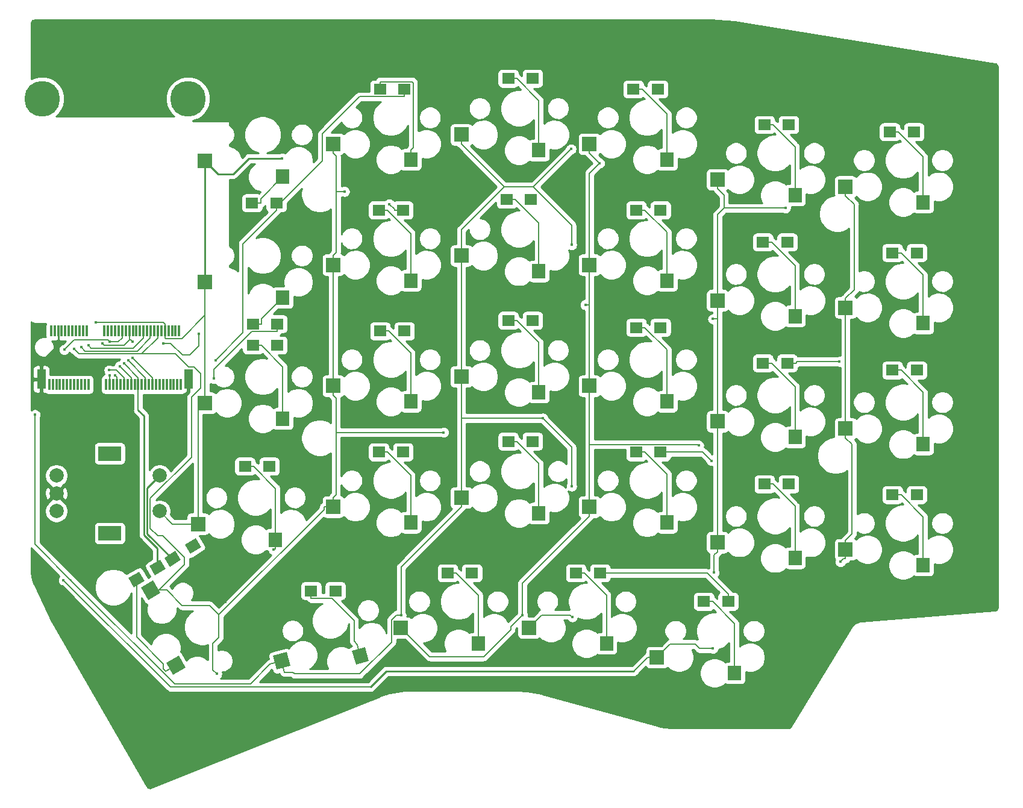
<source format=gbl>
G04 #@! TF.GenerationSoftware,KiCad,Pcbnew,(5.1.8-0-10_14)*
G04 #@! TF.CreationDate,2020-11-28T17:57:45-07:00*
G04 #@! TF.ProjectId,SofleKeyboard,536f666c-654b-4657-9962-6f6172642e6b,rev?*
G04 #@! TF.SameCoordinates,Original*
G04 #@! TF.FileFunction,Copper,L2,Bot*
G04 #@! TF.FilePolarity,Positive*
%FSLAX46Y46*%
G04 Gerber Fmt 4.6, Leading zero omitted, Abs format (unit mm)*
G04 Created by KiCad (PCBNEW (5.1.8-0-10_14)) date 2020-11-28 17:57:45*
%MOMM*%
%LPD*%
G01*
G04 APERTURE LIST*
G04 #@! TA.AperFunction,SMDPad,CuDef*
%ADD10R,0.300000X1.550000*%
G04 #@! TD*
G04 #@! TA.AperFunction,SMDPad,CuDef*
%ADD11R,1.200000X2.750000*%
G04 #@! TD*
G04 #@! TA.AperFunction,WasherPad*
%ADD12C,5.000000*%
G04 #@! TD*
G04 #@! TA.AperFunction,SMDPad,CuDef*
%ADD13R,1.900000X2.000000*%
G04 #@! TD*
G04 #@! TA.AperFunction,SMDPad,CuDef*
%ADD14R,2.000000X2.000000*%
G04 #@! TD*
G04 #@! TA.AperFunction,SMDPad,CuDef*
%ADD15C,0.100000*%
G04 #@! TD*
G04 #@! TA.AperFunction,ComponentPad*
%ADD16R,1.800000X1.500000*%
G04 #@! TD*
G04 #@! TA.AperFunction,ComponentPad*
%ADD17C,0.100000*%
G04 #@! TD*
G04 #@! TA.AperFunction,ComponentPad*
%ADD18C,2.000000*%
G04 #@! TD*
G04 #@! TA.AperFunction,ComponentPad*
%ADD19R,3.200000X2.000000*%
G04 #@! TD*
G04 #@! TA.AperFunction,ViaPad*
%ADD20C,0.400000*%
G04 #@! TD*
G04 #@! TA.AperFunction,Conductor*
%ADD21C,0.200000*%
G04 #@! TD*
G04 #@! TA.AperFunction,Conductor*
%ADD22C,0.250000*%
G04 #@! TD*
G04 #@! TA.AperFunction,Conductor*
%ADD23C,0.500000*%
G04 #@! TD*
G04 #@! TA.AperFunction,Conductor*
%ADD24C,0.254000*%
G04 #@! TD*
G04 #@! TA.AperFunction,Conductor*
%ADD25C,0.100000*%
G04 #@! TD*
G04 APERTURE END LIST*
D10*
X109250000Y-81675000D03*
X109500000Y-89225000D03*
X108250000Y-81675000D03*
X108000000Y-89225000D03*
X107750000Y-81675000D03*
X107500000Y-89225000D03*
X107250000Y-81675000D03*
X107000000Y-89225000D03*
X106750000Y-81675000D03*
X106500000Y-89225000D03*
X106250000Y-81675000D03*
X106000000Y-89225000D03*
X105750000Y-81675000D03*
X105500000Y-89225000D03*
X105250000Y-81675000D03*
X105000000Y-89225000D03*
X104750000Y-81675000D03*
X104500000Y-89225000D03*
X104250000Y-81675000D03*
X104000000Y-89225000D03*
X103750000Y-81675000D03*
X103500000Y-89225000D03*
X103250000Y-81675000D03*
X103000000Y-89225000D03*
X102750000Y-81675000D03*
X102500000Y-89225000D03*
X102250000Y-81675000D03*
X102000000Y-89225000D03*
X101750000Y-81675000D03*
X101500000Y-89225000D03*
X101250000Y-81675000D03*
X101000000Y-89225000D03*
X100750000Y-81675000D03*
X100500000Y-89225000D03*
X100250000Y-81675000D03*
X100000000Y-89225000D03*
X99750000Y-81675000D03*
X99500000Y-89225000D03*
X99250000Y-81675000D03*
X97000000Y-89225000D03*
X96750000Y-81675000D03*
X96500000Y-89225000D03*
X96250000Y-81675000D03*
X96000000Y-89225000D03*
X95750000Y-81675000D03*
X95500000Y-89225000D03*
X95250000Y-81675000D03*
X95000000Y-89225000D03*
X94750000Y-81675000D03*
X94500000Y-89225000D03*
X94250000Y-81675000D03*
X94000000Y-89225000D03*
X93750000Y-81675000D03*
X93500000Y-89225000D03*
X93250000Y-81675000D03*
X93000000Y-89225000D03*
X92750000Y-81675000D03*
X92500000Y-89225000D03*
X92250000Y-81675000D03*
X92000000Y-89225000D03*
X91750000Y-81675000D03*
X91500000Y-89225000D03*
X109750000Y-81675000D03*
X109000000Y-89225000D03*
X110000000Y-89225000D03*
D11*
X111100000Y-88450000D03*
D10*
X108750000Y-81675000D03*
X108500000Y-89225000D03*
D11*
X90400000Y-88450000D03*
D12*
X90500000Y-49050000D03*
X111000000Y-49050000D03*
D13*
X187800000Y-129750000D03*
D14*
X176900000Y-127550000D03*
D13*
X169800000Y-125600000D03*
D14*
X158900000Y-123400000D03*
D13*
X151800000Y-125600000D03*
D14*
X140900000Y-123400000D03*
G04 #@! TA.AperFunction,SMDPad,CuDef*
D15*
G36*
X135890435Y-126132465D02*
G01*
X136408074Y-128064317D01*
X134572815Y-128556073D01*
X134055176Y-126624221D01*
X135890435Y-126132465D01*
G37*
G04 #@! TD.AperFunction*
G04 #@! TA.AperFunction,SMDPad,CuDef*
G36*
X124840738Y-126815615D02*
G01*
X125358376Y-128747467D01*
X123426524Y-129265105D01*
X122908886Y-127333253D01*
X124840738Y-126815615D01*
G37*
G04 #@! TD.AperFunction*
G04 #@! TA.AperFunction,SMDPad,CuDef*
G36*
X110631475Y-128967595D02*
G01*
X108899425Y-129967595D01*
X107949425Y-128322147D01*
X109681475Y-127322147D01*
X110631475Y-128967595D01*
G37*
G04 #@! TD.AperFunction*
G04 #@! TA.AperFunction,SMDPad,CuDef*
G36*
X107111731Y-118471219D02*
G01*
X105379681Y-119471219D01*
X104379681Y-117739169D01*
X106111731Y-116739169D01*
X107111731Y-118471219D01*
G37*
G04 #@! TD.AperFunction*
D13*
X214300000Y-114600000D03*
D14*
X203400000Y-112400000D03*
D13*
X196300000Y-113600000D03*
D14*
X185400000Y-111400000D03*
D13*
X178300000Y-108600000D03*
D14*
X167400000Y-106400000D03*
D13*
X160300000Y-107300000D03*
D14*
X149400000Y-105100000D03*
D13*
X142300000Y-108600000D03*
D14*
X131400000Y-106400000D03*
D13*
X123300000Y-111000000D03*
D14*
X112400000Y-108800000D03*
D13*
X214300000Y-97600000D03*
D14*
X203400000Y-95400000D03*
D13*
X196300000Y-96600000D03*
D14*
X185400000Y-94400000D03*
D13*
X178300000Y-91600000D03*
D14*
X167400000Y-89400000D03*
D13*
X160300000Y-90300000D03*
D14*
X149400000Y-88100000D03*
D13*
X142300000Y-91600000D03*
D14*
X131400000Y-89400000D03*
D13*
X124300000Y-94000000D03*
D14*
X113400000Y-91800000D03*
D13*
X214300000Y-80600000D03*
D14*
X203400000Y-78400000D03*
D13*
X196300000Y-79600000D03*
D14*
X185400000Y-77400000D03*
D13*
X178300000Y-74600000D03*
D14*
X167400000Y-72400000D03*
D13*
X160300000Y-73300000D03*
D14*
X149400000Y-71100000D03*
D13*
X142300000Y-74600000D03*
D14*
X131400000Y-72400000D03*
D13*
X124300000Y-77000000D03*
D14*
X113400000Y-74800000D03*
D13*
X214300000Y-63600000D03*
D14*
X203400000Y-61400000D03*
D13*
X196300000Y-62600000D03*
D14*
X185400000Y-60400000D03*
D13*
X178300000Y-57600000D03*
D14*
X167400000Y-55400000D03*
D13*
X160300000Y-56300000D03*
D14*
X149400000Y-54100000D03*
D13*
X142300000Y-57600000D03*
D14*
X131400000Y-55400000D03*
D13*
X124300000Y-60000000D03*
D14*
X113400000Y-57800000D03*
D16*
X209600000Y-53700000D03*
X213000000Y-53700000D03*
X165500000Y-115700000D03*
X168900000Y-115700000D03*
X147500000Y-115700000D03*
X150900000Y-115700000D03*
X128300000Y-118200000D03*
X131700000Y-118200000D03*
G04 #@! TA.AperFunction,ComponentPad*
D17*
G36*
X104160180Y-115500481D02*
G01*
X104910180Y-116799519D01*
X103351334Y-117699519D01*
X102601334Y-116400481D01*
X104160180Y-115500481D01*
G37*
G04 #@! TD.AperFunction*
G04 #@! TA.AperFunction,ComponentPad*
G36*
X107104666Y-113800481D02*
G01*
X107854666Y-115099519D01*
X106295820Y-115999519D01*
X105545820Y-114700481D01*
X107104666Y-113800481D01*
G37*
G04 #@! TD.AperFunction*
G04 #@! TA.AperFunction,ComponentPad*
G36*
X109182122Y-112588900D02*
G01*
X109977001Y-113860972D01*
X108450514Y-114814826D01*
X107655635Y-113542754D01*
X109182122Y-112588900D01*
G37*
G04 #@! TD.AperFunction*
G04 #@! TA.AperFunction,ComponentPad*
G36*
X112065486Y-110787174D02*
G01*
X112860365Y-112059246D01*
X111333878Y-113013100D01*
X110538999Y-111741028D01*
X112065486Y-110787174D01*
G37*
G04 #@! TD.AperFunction*
D16*
X210000000Y-104700000D03*
X213400000Y-104700000D03*
X192000000Y-103200000D03*
X195400000Y-103200000D03*
X174000000Y-98700000D03*
X177400000Y-98700000D03*
X156000000Y-97200000D03*
X159400000Y-97200000D03*
X137800000Y-98700000D03*
X141200000Y-98700000D03*
X119000000Y-100700000D03*
X122400000Y-100700000D03*
X210000000Y-87200000D03*
X213400000Y-87200000D03*
X191800000Y-86200000D03*
X195200000Y-86200000D03*
X174000000Y-81200000D03*
X177400000Y-81200000D03*
X156000000Y-80200000D03*
X159400000Y-80200000D03*
X138000000Y-81700000D03*
X141400000Y-81700000D03*
X120100000Y-83700000D03*
X123500000Y-83700000D03*
X210000000Y-70700000D03*
X213400000Y-70700000D03*
X191800000Y-69200000D03*
X195200000Y-69200000D03*
X174000000Y-64700000D03*
X177400000Y-64700000D03*
X155800000Y-63200000D03*
X159200000Y-63200000D03*
X137800000Y-64700000D03*
X141200000Y-64700000D03*
X120100000Y-80700000D03*
X123500000Y-80700000D03*
X192000000Y-52700000D03*
X195400000Y-52700000D03*
X173600000Y-47700000D03*
X177000000Y-47700000D03*
X156000000Y-46200000D03*
X159400000Y-46200000D03*
X138000000Y-47700000D03*
X141400000Y-47700000D03*
X120000000Y-63700000D03*
X123400000Y-63700000D03*
X183500000Y-119700000D03*
X186900000Y-119700000D03*
D18*
X107000000Y-107000000D03*
X107000000Y-102000000D03*
D19*
X100000000Y-110100000D03*
X100000000Y-98900000D03*
D18*
X92500000Y-107000000D03*
X92500000Y-104500000D03*
X92500000Y-102000000D03*
D20*
X145000000Y-80300000D03*
X101990000Y-86250000D03*
X114874700Y-85795200D03*
X100000000Y-87950000D03*
X139274500Y-63846000D03*
X114603000Y-88381800D03*
X100750000Y-87950000D03*
X202500000Y-85977000D03*
X99900000Y-87200000D03*
X184528200Y-99907000D03*
X101390000Y-86650000D03*
X123021700Y-112421000D03*
X108625000Y-92800000D03*
X102200000Y-93000000D03*
X146100000Y-76400000D03*
X116200000Y-119800000D03*
X117600000Y-121000000D03*
X181400000Y-113400000D03*
X176800000Y-119500000D03*
X112200000Y-126600000D03*
X109100000Y-105100000D03*
X127000000Y-84500000D03*
X93900000Y-86700000D03*
X118700000Y-66500000D03*
X202673700Y-114116000D03*
X184752000Y-126311000D03*
X100000000Y-83200000D03*
X93600000Y-84300000D03*
X93500000Y-116700000D03*
X112535500Y-82109300D03*
X164997200Y-121867100D03*
X194975300Y-64403500D03*
X184752000Y-80007000D03*
X184934100Y-115644800D03*
X99000000Y-83450000D03*
X103200000Y-83200000D03*
X107500000Y-83400000D03*
X182760700Y-97761000D03*
X166830300Y-78017000D03*
X157984700Y-121601000D03*
X168821600Y-58117000D03*
X97000000Y-83700000D03*
X164917300Y-103496000D03*
X160856400Y-93937000D03*
X164839000Y-56127000D03*
X164917300Y-69581000D03*
X140943400Y-121601000D03*
X96000000Y-83950000D03*
X89500000Y-93450000D03*
X146917300Y-95927000D03*
X115056500Y-129867500D03*
X132978200Y-62097000D03*
X95000000Y-84200000D03*
X103220000Y-85480000D03*
X102600000Y-85850000D03*
X98000000Y-80450000D03*
X124225000Y-57425000D03*
D21*
X120000000Y-63700000D02*
X121200300Y-63700000D01*
X121200300Y-63700000D02*
X121200300Y-63099700D01*
X121200300Y-63099700D02*
X124300000Y-60000000D01*
X186900000Y-119700000D02*
X186900000Y-118649700D01*
X168900000Y-115700000D02*
X183950300Y-115700000D01*
X183950300Y-115700000D02*
X186900000Y-118649700D01*
X104000000Y-89225000D02*
X104000000Y-88260000D01*
X104000000Y-88260000D02*
X101990000Y-86250000D01*
D22*
X106700243Y-112222198D02*
X104800000Y-110321955D01*
X106700243Y-114900000D02*
X106700243Y-112222198D01*
X104800000Y-93600000D02*
X104000000Y-92800000D01*
X104800000Y-110321955D02*
X104800000Y-93600000D01*
D21*
X104000000Y-89225000D02*
X104000000Y-92800000D01*
X142300000Y-57600000D02*
X142300000Y-56299700D01*
X138000000Y-47700000D02*
X138000000Y-46649700D01*
X138000000Y-46649700D02*
X142469200Y-46649700D01*
X142469200Y-46649700D02*
X142642000Y-46822500D01*
X142642000Y-46822500D02*
X142642000Y-55957700D01*
X142642000Y-55957700D02*
X142300000Y-56299700D01*
X156000000Y-46200000D02*
X157200300Y-46200000D01*
X157200300Y-46200000D02*
X160300000Y-49299700D01*
X160300000Y-49299700D02*
X160300000Y-56300000D01*
X141400000Y-47700000D02*
X141400000Y-48750300D01*
X123400000Y-64225100D02*
X129848200Y-57776900D01*
X129848200Y-57776900D02*
X129848200Y-54009100D01*
X129848200Y-54009100D02*
X135107000Y-48750300D01*
X135107000Y-48750300D02*
X141400000Y-48750300D01*
X123400000Y-64225100D02*
X123400000Y-64750300D01*
X123400000Y-63700000D02*
X123400000Y-64225100D01*
X114874700Y-85795200D02*
X118715100Y-81954800D01*
X118715100Y-81954800D02*
X118715100Y-69435200D01*
X118715100Y-69435200D02*
X123400000Y-64750300D01*
X100000000Y-87950000D02*
X100000000Y-89225000D01*
X173600000Y-47700000D02*
X174800300Y-47700000D01*
X174800300Y-47700000D02*
X178300000Y-51199700D01*
X178300000Y-51199700D02*
X178300000Y-57600000D01*
X141200000Y-64700000D02*
X139999700Y-64700000D01*
X139274500Y-63846000D02*
X139999700Y-64571200D01*
X139999700Y-64571200D02*
X139999700Y-64700000D01*
X123500000Y-80700000D02*
X123500000Y-81750300D01*
X114603000Y-88381800D02*
X114603000Y-87108400D01*
X114603000Y-87108400D02*
X119961100Y-81750300D01*
X119961100Y-81750300D02*
X123500000Y-81750300D01*
X100783000Y-87950000D02*
X101000000Y-88167200D01*
X101000000Y-88167200D02*
X101000000Y-89225000D01*
X100750000Y-87950000D02*
X100783000Y-87950000D01*
X192000000Y-52700000D02*
X193200300Y-52700000D01*
X193200300Y-52700000D02*
X196300000Y-55799700D01*
X196300000Y-55799700D02*
X196300000Y-62600000D01*
X195200000Y-86200000D02*
X196400300Y-86200000D01*
X196400300Y-86200000D02*
X196623300Y-85977000D01*
X196623300Y-85977000D02*
X202500000Y-85977000D01*
X102000000Y-88259998D02*
X100940002Y-87200000D01*
X102000000Y-89225000D02*
X102000000Y-88259998D01*
X100940002Y-87200000D02*
X99900000Y-87200000D01*
X209600000Y-53700000D02*
X210800300Y-53700000D01*
X210800300Y-53700000D02*
X214300000Y-57199700D01*
X214300000Y-57199700D02*
X214300000Y-63600000D01*
X177400000Y-98700000D02*
X183321200Y-98700000D01*
X183321200Y-98700000D02*
X184528200Y-99907000D01*
X103000000Y-89225000D02*
X103000000Y-88260000D01*
X103000000Y-88260000D02*
X101390000Y-86650000D01*
X120100000Y-80700000D02*
X121300300Y-80700000D01*
X121300300Y-80700000D02*
X121300300Y-79999700D01*
X121300300Y-79999700D02*
X124300000Y-77000000D01*
X137800000Y-64700000D02*
X139000300Y-64700000D01*
X139000300Y-64700000D02*
X142300000Y-67999700D01*
X142300000Y-67999700D02*
X142300000Y-74600000D01*
X155800000Y-63200000D02*
X157000300Y-63200000D01*
X157000300Y-63200000D02*
X160300000Y-66499700D01*
X160300000Y-66499700D02*
X160300000Y-73300000D01*
X174000000Y-64700000D02*
X175200300Y-64700000D01*
X175200300Y-64700000D02*
X178300000Y-67799700D01*
X178300000Y-67799700D02*
X178300000Y-74600000D01*
X191800000Y-69200000D02*
X193000300Y-69200000D01*
X193000300Y-69200000D02*
X196300000Y-72499700D01*
X196300000Y-72499700D02*
X196300000Y-79600000D01*
X210000000Y-70700000D02*
X211200300Y-70700000D01*
X211200300Y-70700000D02*
X214300000Y-73799700D01*
X214300000Y-73799700D02*
X214300000Y-80600000D01*
X120100000Y-83700000D02*
X121300300Y-83700000D01*
X121300300Y-83700000D02*
X124300000Y-86699700D01*
X124300000Y-86699700D02*
X124300000Y-94000000D01*
X138000000Y-81700000D02*
X139200300Y-81700000D01*
X139200300Y-81700000D02*
X142300000Y-84799700D01*
X142300000Y-84799700D02*
X142300000Y-91600000D01*
X156000000Y-80200000D02*
X157200300Y-80200000D01*
X157200300Y-80200000D02*
X160300000Y-83299700D01*
X160300000Y-83299700D02*
X160300000Y-90300000D01*
X174000000Y-81200000D02*
X175200300Y-81200000D01*
X175200300Y-81200000D02*
X178300000Y-84299700D01*
X178300000Y-84299700D02*
X178300000Y-91600000D01*
X191800000Y-86200000D02*
X193000300Y-86200000D01*
X193000300Y-86200000D02*
X196300000Y-89499700D01*
X196300000Y-89499700D02*
X196300000Y-96600000D01*
X210000000Y-87200000D02*
X211200300Y-87200000D01*
X211200300Y-87200000D02*
X214300000Y-90299700D01*
X214300000Y-90299700D02*
X214300000Y-97600000D01*
X123300000Y-111000000D02*
X123300000Y-112300300D01*
X123021700Y-112421000D02*
X123142400Y-112300300D01*
X123142400Y-112300300D02*
X123300000Y-112300300D01*
X119000000Y-100700000D02*
X120200300Y-100700000D01*
X120200300Y-100700000D02*
X123300000Y-103799700D01*
X123300000Y-103799700D02*
X123300000Y-111000000D01*
X137800000Y-98700000D02*
X139000300Y-98700000D01*
X139000300Y-98700000D02*
X142300000Y-101999700D01*
X142300000Y-101999700D02*
X142300000Y-108600000D01*
X156000000Y-97200000D02*
X157200300Y-97200000D01*
X157200300Y-97200000D02*
X160300000Y-100299700D01*
X160300000Y-100299700D02*
X160300000Y-107300000D01*
X174000000Y-98700000D02*
X175200300Y-98700000D01*
X175200300Y-98700000D02*
X178300000Y-101799700D01*
X178300000Y-101799700D02*
X178300000Y-108600000D01*
X192000000Y-103200000D02*
X193200300Y-103200000D01*
X193200300Y-103200000D02*
X196300000Y-106299700D01*
X196300000Y-106299700D02*
X196300000Y-113600000D01*
X210000000Y-104700000D02*
X211200300Y-104700000D01*
X211200300Y-104700000D02*
X214300000Y-107799700D01*
X214300000Y-107799700D02*
X214300000Y-114600000D01*
X109290500Y-128644900D02*
X107874200Y-129462700D01*
X103755800Y-116600000D02*
X103755800Y-124665200D01*
X103755800Y-124665200D02*
X107539100Y-128448500D01*
X107539100Y-128448500D02*
X107539100Y-129127600D01*
X107539100Y-129127600D02*
X107874200Y-129462700D01*
X135231600Y-127344300D02*
X134808400Y-125764700D01*
X128300000Y-118200000D02*
X128300000Y-119250300D01*
X128300000Y-119250300D02*
X131206000Y-119250300D01*
X131206000Y-119250300D02*
X134337500Y-122381800D01*
X134337500Y-122381800D02*
X134337500Y-125293900D01*
X134337500Y-125293900D02*
X134808300Y-125764700D01*
X134808300Y-125764700D02*
X134808400Y-125764700D01*
X147500000Y-115700000D02*
X148700300Y-115700000D01*
X148700300Y-115700000D02*
X151800000Y-118799700D01*
X151800000Y-118799700D02*
X151800000Y-125600000D01*
D22*
X92750000Y-81675000D02*
X92750000Y-83615000D01*
X92750000Y-83615000D02*
X90500000Y-85865000D01*
X90500000Y-85865000D02*
X90500000Y-88350000D01*
X90500000Y-88350000D02*
X90400000Y-88450000D01*
D23*
X111100000Y-90325000D02*
X108625000Y-92800000D01*
X111100000Y-88450000D02*
X111100000Y-90325000D01*
X108625000Y-92800000D02*
X108625000Y-92800000D01*
X146100000Y-79200000D02*
X145000000Y-80300000D01*
X146100000Y-76400000D02*
X146100000Y-79200000D01*
D21*
X176900000Y-127550000D02*
X175599700Y-127550000D01*
X100595000Y-83200000D02*
X101190000Y-83200000D01*
X101190000Y-83200000D02*
X101750000Y-82640000D01*
X101750000Y-82640000D02*
X101750000Y-81675000D01*
X100000000Y-83200000D02*
X100595000Y-83200000D01*
X203400000Y-112400000D02*
X203400000Y-113700300D01*
X202673700Y-114116000D02*
X203089400Y-113700300D01*
X203089400Y-113700300D02*
X203400000Y-113700300D01*
X176900000Y-127550000D02*
X178752400Y-125697600D01*
X178752400Y-125697600D02*
X182297200Y-125697600D01*
X182297200Y-125697600D02*
X182910600Y-126311000D01*
X182910600Y-126311000D02*
X184752000Y-126311000D01*
X203400000Y-95400000D02*
X203400000Y-78400000D01*
X203400000Y-61400000D02*
X203400000Y-62700300D01*
X203400000Y-78400000D02*
X203400000Y-77099700D01*
X203400000Y-77099700D02*
X204618400Y-75881300D01*
X204618400Y-75881300D02*
X204618400Y-63918700D01*
X204618400Y-63918700D02*
X203400000Y-62700300D01*
X203400000Y-95400000D02*
X203400000Y-96700300D01*
X203400000Y-96700300D02*
X204313800Y-97614100D01*
X204313800Y-97614100D02*
X204313800Y-110185900D01*
X204313800Y-110185900D02*
X203400000Y-111099700D01*
X203400000Y-112400000D02*
X203400000Y-111099700D01*
X99749999Y-82949999D02*
X94950001Y-82949999D01*
X100000000Y-83200000D02*
X99749999Y-82949999D01*
X94950001Y-82949999D02*
X93600000Y-84300000D01*
X93600000Y-84300000D02*
X93600000Y-84300000D01*
X108514700Y-131714700D02*
X109185300Y-131714700D01*
X93500000Y-116700000D02*
X108514700Y-131714700D01*
X108917600Y-131714700D02*
X109185300Y-131714700D01*
D22*
X138854550Y-129474850D02*
X136614700Y-131714700D01*
X173674850Y-129474850D02*
X138854550Y-129474850D01*
D21*
X109185300Y-131714700D02*
X136614700Y-131714700D01*
X173674850Y-129474850D02*
X175599700Y-127550000D01*
X185400000Y-94400000D02*
X185400000Y-111400000D01*
X185400000Y-80007000D02*
X185400000Y-94400000D01*
X99000000Y-83450000D02*
X99250000Y-83700000D01*
X99250000Y-83700000D02*
X102000000Y-83700000D01*
X102000000Y-83700000D02*
X102750000Y-82950000D01*
X102750000Y-82950000D02*
X102750000Y-81675000D01*
X164997200Y-121867100D02*
X164710700Y-121580600D01*
X164710700Y-121580600D02*
X160719400Y-121580600D01*
X160719400Y-121580600D02*
X158900000Y-123400000D01*
X186320700Y-64403500D02*
X186320700Y-62621000D01*
X186320700Y-62621000D02*
X185400000Y-61700300D01*
X185400000Y-76099700D02*
X185400000Y-65324200D01*
X185400000Y-65324200D02*
X186320700Y-64403500D01*
X186320700Y-64403500D02*
X194975300Y-64403500D01*
X185400000Y-77400000D02*
X185400000Y-80007000D01*
X184752000Y-80007000D02*
X185400000Y-80007000D01*
X185400000Y-77400000D02*
X185400000Y-76099700D01*
X185400000Y-60400000D02*
X185400000Y-61700300D01*
X185400000Y-111400000D02*
X185400000Y-112700300D01*
X185400000Y-112700300D02*
X184934100Y-113166200D01*
X184934100Y-113166200D02*
X184934100Y-115644800D01*
X102750000Y-82950000D02*
X102950000Y-82950000D01*
X102950000Y-82950000D02*
X103200000Y-83200000D01*
X103200000Y-83200000D02*
X103200000Y-83200000D01*
X107500000Y-83400000D02*
X107500000Y-83400000D01*
X111278001Y-85050001D02*
X112535500Y-83792502D01*
X112535500Y-83792502D02*
X112535500Y-82109300D01*
X110221999Y-85050001D02*
X111278001Y-85050001D01*
X108571998Y-83400000D02*
X110221999Y-85050001D01*
X107500000Y-83400000D02*
X108571998Y-83400000D01*
X167400000Y-97625200D02*
X167400000Y-106400000D01*
X167400000Y-89400000D02*
X167400000Y-97625200D01*
X167400000Y-97625200D02*
X182624900Y-97625200D01*
X182624900Y-97625200D02*
X182760700Y-97761000D01*
X167400000Y-78017000D02*
X167400000Y-89400000D01*
X166830300Y-78017000D02*
X167400000Y-78017000D01*
X167400000Y-73700300D02*
X167400000Y-78017000D01*
X167400000Y-106400000D02*
X167400000Y-107700300D01*
X167400000Y-107700300D02*
X157984700Y-117115600D01*
X157984700Y-117115600D02*
X157984700Y-121601000D01*
X157984700Y-121601000D02*
X156348200Y-123237500D01*
X156348200Y-123237500D02*
X156348200Y-123652000D01*
X156348200Y-123652000D02*
X152546600Y-127453600D01*
X152546600Y-127453600D02*
X144953600Y-127453600D01*
X144953600Y-127453600D02*
X140900000Y-123400000D01*
X167400000Y-72400000D02*
X167400000Y-73700300D01*
X168821600Y-58117000D02*
X167400000Y-59538600D01*
X167400000Y-59538600D02*
X167400000Y-72400000D01*
X168821600Y-58117000D02*
X167404900Y-56700300D01*
X167404900Y-56700300D02*
X167400000Y-56700300D01*
X167400000Y-55400000D02*
X167400000Y-56700300D01*
X97000000Y-83700000D02*
X97400000Y-84100000D01*
X97400000Y-84100000D02*
X103290000Y-84100000D01*
X103290000Y-84100000D02*
X104750000Y-82640000D01*
X104750000Y-82640000D02*
X104750000Y-81675000D01*
X124133600Y-128040400D02*
X122541100Y-128467100D01*
X96000000Y-83950000D02*
X96550000Y-84500000D01*
X96550000Y-84500000D02*
X103890000Y-84500000D01*
X103890000Y-84500000D02*
X105700000Y-82690000D01*
X105700000Y-82690000D02*
X105700000Y-81725000D01*
X105700000Y-81725000D02*
X105750000Y-81675000D01*
X109092500Y-131250400D02*
X119757800Y-131250400D01*
X119757800Y-131250400D02*
X122541100Y-128467100D01*
X149400000Y-88100000D02*
X149400000Y-71100000D01*
X140943400Y-121601000D02*
X140943400Y-114856900D01*
X140943400Y-114856900D02*
X149400000Y-106400300D01*
X149400000Y-105100000D02*
X149400000Y-106400300D01*
X140943400Y-121601000D02*
X140271500Y-121601000D01*
X140271500Y-121601000D02*
X139599700Y-122272800D01*
X139599700Y-122272800D02*
X139599700Y-125389600D01*
X139599700Y-125389600D02*
X135112900Y-129876400D01*
X135112900Y-129876400D02*
X125969600Y-129876400D01*
X125969600Y-129876400D02*
X125726100Y-129632900D01*
X125726100Y-129632900D02*
X124560300Y-129632900D01*
X160856400Y-93937000D02*
X164917300Y-97997900D01*
X164917300Y-97997900D02*
X164917300Y-103496000D01*
X149400000Y-93937000D02*
X160856400Y-93937000D01*
X149400000Y-93937000D02*
X149400000Y-88100000D01*
X149400000Y-105100000D02*
X149400000Y-93937000D01*
X124133600Y-128040400D02*
X124560300Y-129632900D01*
X159527000Y-61439000D02*
X164917300Y-66829400D01*
X164917300Y-66829400D02*
X164917300Y-69581000D01*
X155417000Y-61417200D02*
X159505100Y-61417200D01*
X159505100Y-61417200D02*
X159527000Y-61439000D01*
X164839000Y-56127000D02*
X159527000Y-61439000D01*
X149400000Y-71100000D02*
X149400000Y-67434200D01*
X149400000Y-67434200D02*
X155417000Y-61417200D01*
X155417000Y-61417200D02*
X149400000Y-55400300D01*
X149400000Y-54100000D02*
X149400000Y-55400300D01*
X89500000Y-111657900D02*
X94771050Y-116928950D01*
X89500000Y-93450000D02*
X89500000Y-111657900D01*
X94771050Y-116928950D02*
X109092500Y-131250400D01*
X94498000Y-116655900D02*
X94771050Y-116928950D01*
X96112800Y-84900000D02*
X104490000Y-84900000D01*
X104490000Y-84900000D02*
X106750000Y-82640000D01*
X106750000Y-82640000D02*
X106750000Y-81675000D01*
X95000000Y-84200000D02*
X95700000Y-84900000D01*
X95700000Y-84900000D02*
X96112800Y-84900000D01*
X115306500Y-121556800D02*
X114024800Y-120275100D01*
X114024800Y-120275100D02*
X110167800Y-120275100D01*
X115056500Y-129867500D02*
X114481500Y-129292500D01*
X114481500Y-129292500D02*
X114481500Y-125588500D01*
X114481500Y-125588500D02*
X115306500Y-124763500D01*
X115306500Y-124763500D02*
X115306500Y-121556800D01*
X130099700Y-106400000D02*
X130099700Y-106763600D01*
X130099700Y-106763600D02*
X115306500Y-121556800D01*
X131400000Y-106400000D02*
X130099700Y-106400000D01*
X131400000Y-105981400D02*
X131400000Y-106400000D01*
X131400000Y-105981400D02*
X131400000Y-105099700D01*
X131800400Y-95927000D02*
X131800400Y-91100700D01*
X131800400Y-91100700D02*
X131400000Y-90700300D01*
X146917300Y-95927000D02*
X131800400Y-95927000D01*
X131800400Y-95927000D02*
X131800400Y-104699300D01*
X131800400Y-104699300D02*
X131400000Y-105099700D01*
X131400000Y-89400000D02*
X131400000Y-90700300D01*
X131806100Y-62097000D02*
X131806100Y-57106400D01*
X131806100Y-57106400D02*
X131400000Y-56700300D01*
X131400000Y-71099700D02*
X131806100Y-70693600D01*
X131806100Y-70693600D02*
X131806100Y-62097000D01*
X132978200Y-62097000D02*
X131806100Y-62097000D01*
X131400000Y-55400000D02*
X131400000Y-56700300D01*
X131400000Y-72400000D02*
X131400000Y-71099700D01*
X131400000Y-89400000D02*
X131400000Y-72400000D01*
X105745706Y-118105194D02*
X106900406Y-118105194D01*
X107995500Y-118102800D02*
X106902800Y-118102800D01*
X110167800Y-120275100D02*
X107995500Y-118102800D01*
X106900406Y-118105194D02*
X106902800Y-118102800D01*
X105699999Y-109399999D02*
X106750000Y-110450000D01*
X110500000Y-114505600D02*
X106902800Y-118102800D01*
X105699999Y-105224003D02*
X105699999Y-109399999D01*
X111500000Y-99424002D02*
X105699999Y-105224003D01*
X111500000Y-90950000D02*
X111500000Y-99424002D01*
X112750000Y-89700000D02*
X111500000Y-90950000D01*
X106750000Y-110450000D02*
X107467501Y-110450000D01*
X112750000Y-87650000D02*
X112750000Y-89700000D01*
X111074999Y-86774999D02*
X111874999Y-86774999D01*
X109200000Y-84900000D02*
X111074999Y-86774999D01*
X111874999Y-86774999D02*
X112750000Y-87650000D01*
X110500000Y-113482499D02*
X110500000Y-114505600D01*
X107467501Y-110450000D02*
X110500000Y-113482499D01*
X104490000Y-84900000D02*
X109200000Y-84900000D01*
X165500000Y-115700000D02*
X166700300Y-115700000D01*
X166700300Y-115700000D02*
X169800000Y-118799700D01*
X169800000Y-118799700D02*
X169800000Y-125600000D01*
X183500000Y-119700000D02*
X184700300Y-119700000D01*
X184700300Y-119700000D02*
X187800000Y-122799700D01*
X187800000Y-122799700D02*
X187800000Y-129750000D01*
X108816300Y-113701900D02*
X108405477Y-113044523D01*
D22*
X105274991Y-110160536D02*
X108816318Y-113701863D01*
X105274991Y-103725009D02*
X105274991Y-110160536D01*
X107000000Y-102000000D02*
X105274991Y-103725009D01*
D21*
X103220000Y-85480000D02*
X103190000Y-85450000D01*
X106000000Y-89225000D02*
X106000000Y-88260000D01*
X106000000Y-88260000D02*
X103220000Y-85480000D01*
X105000000Y-89225000D02*
X105000000Y-88250000D01*
X105000000Y-88250000D02*
X102600000Y-85850000D01*
X112400000Y-108800000D02*
X112400000Y-92800000D01*
X112400000Y-92800000D02*
X113400000Y-91800000D01*
X113400000Y-79490000D02*
X110140000Y-82750000D01*
X110140000Y-82750000D02*
X107860000Y-82750000D01*
X107860000Y-82750000D02*
X107750000Y-82640000D01*
X107750000Y-82640000D02*
X107750000Y-80700000D01*
X107750000Y-80700000D02*
X107500000Y-80450000D01*
X107500000Y-80450000D02*
X98000000Y-80450000D01*
X113400000Y-74800000D02*
X113400000Y-79490000D01*
X113400000Y-79490000D02*
X113400000Y-74800000D01*
X113400000Y-91800000D02*
X113400000Y-79490000D01*
X112400000Y-108800000D02*
X108800000Y-108800000D01*
X108800000Y-108800000D02*
X107000000Y-107000000D01*
D22*
X124225000Y-57425000D02*
X119576000Y-57425000D01*
X119576000Y-57425000D02*
X117376000Y-59625000D01*
X117376000Y-59625000D02*
X115225000Y-59625000D01*
X115225000Y-59625000D02*
X113400000Y-57800000D01*
X113400000Y-74800000D02*
X113400000Y-57800000D01*
D24*
X184501607Y-38010485D02*
X185512998Y-38037728D01*
X186661553Y-38112129D01*
X187807188Y-38222475D01*
X188809940Y-38357428D01*
X224335408Y-44116388D01*
X224447617Y-44145115D01*
X224521481Y-44178972D01*
X224587585Y-44224767D01*
X224644771Y-44281261D01*
X224691436Y-44346768D01*
X224726105Y-44419343D01*
X224747732Y-44497657D01*
X224758193Y-44613020D01*
X224785170Y-120440980D01*
X224773537Y-120563327D01*
X224749437Y-120645631D01*
X224710974Y-120721193D01*
X224659388Y-120788472D01*
X224596437Y-120845349D01*
X224524219Y-120889787D01*
X224444091Y-120920444D01*
X224341010Y-120938746D01*
X224324502Y-120939195D01*
X224310562Y-120942365D01*
X205655488Y-122443238D01*
X205634961Y-122444101D01*
X205621977Y-122445934D01*
X205608909Y-122446985D01*
X205588694Y-122450631D01*
X205525377Y-122459568D01*
X205518347Y-122459317D01*
X205458648Y-122468987D01*
X205432229Y-122472716D01*
X205425438Y-122474366D01*
X205418526Y-122475486D01*
X205392689Y-122482325D01*
X205333966Y-122496596D01*
X205327590Y-122499557D01*
X205313141Y-122503381D01*
X205306336Y-122503942D01*
X205248017Y-122520620D01*
X205222002Y-122527506D01*
X205215636Y-122529880D01*
X205209111Y-122531746D01*
X205184100Y-122541640D01*
X205127253Y-122562840D01*
X205121445Y-122566427D01*
X205108930Y-122571378D01*
X205102619Y-122572651D01*
X205046281Y-122596163D01*
X205020906Y-122606201D01*
X205015212Y-122609128D01*
X205009297Y-122611597D01*
X204985241Y-122624538D01*
X204930973Y-122652439D01*
X204925933Y-122656442D01*
X204914760Y-122662453D01*
X204908598Y-122664467D01*
X204855437Y-122694365D01*
X204831434Y-122707277D01*
X204826080Y-122710875D01*
X204820458Y-122714037D01*
X204798133Y-122729657D01*
X204747504Y-122763682D01*
X204742931Y-122768279D01*
X204732379Y-122775662D01*
X204726350Y-122778452D01*
X204677171Y-122814289D01*
X204654980Y-122829815D01*
X204649965Y-122834114D01*
X204644624Y-122838006D01*
X204624401Y-122856028D01*
X204578205Y-122895628D01*
X204574102Y-122900853D01*
X204563967Y-122909884D01*
X204558241Y-122913403D01*
X204513671Y-122954706D01*
X204493505Y-122972677D01*
X204488974Y-122977592D01*
X204484069Y-122982138D01*
X204466149Y-123002355D01*
X204424968Y-123047031D01*
X204421464Y-123052767D01*
X204411525Y-123063979D01*
X204405893Y-123068442D01*
X204366856Y-123114375D01*
X204349232Y-123134257D01*
X204345033Y-123140052D01*
X204340406Y-123145496D01*
X204325288Y-123167300D01*
X204289896Y-123216142D01*
X204286895Y-123222674D01*
X204250517Y-123275141D01*
X204238276Y-123291408D01*
X204231344Y-123302793D01*
X204223763Y-123313727D01*
X204213876Y-123331482D01*
X195746979Y-137237590D01*
X195699353Y-137305498D01*
X195659222Y-137349375D01*
X195614077Y-137387575D01*
X195564612Y-137419657D01*
X195511534Y-137445213D01*
X195455594Y-137463856D01*
X195396511Y-137475443D01*
X195313647Y-137481000D01*
X179624481Y-137481000D01*
X178849429Y-137454681D01*
X178090380Y-137377288D01*
X177338316Y-137248709D01*
X176584540Y-137066594D01*
X161131356Y-132773918D01*
X161125897Y-132771912D01*
X161098967Y-132764921D01*
X161072130Y-132757466D01*
X161066394Y-132756465D01*
X160655325Y-132649751D01*
X160644293Y-132646116D01*
X160622783Y-132641303D01*
X160601442Y-132635763D01*
X160589964Y-132633960D01*
X160170208Y-132540040D01*
X160159033Y-132536774D01*
X160137423Y-132532704D01*
X160115925Y-132527894D01*
X160104349Y-132526475D01*
X159681964Y-132446927D01*
X159670741Y-132444055D01*
X159648931Y-132440706D01*
X159627230Y-132436619D01*
X159615683Y-132435601D01*
X159191005Y-132370389D01*
X159179664Y-132367893D01*
X159157787Y-132365289D01*
X159135986Y-132361941D01*
X159124379Y-132361312D01*
X158697751Y-132310523D01*
X158686363Y-132308417D01*
X158664360Y-132306548D01*
X158642433Y-132303938D01*
X158630855Y-132303703D01*
X158202612Y-132267333D01*
X158191124Y-132265608D01*
X158169110Y-132264488D01*
X158147143Y-132262622D01*
X158135526Y-132262778D01*
X157705953Y-132240916D01*
X157694367Y-132239577D01*
X157672358Y-132239206D01*
X157650392Y-132238088D01*
X157638751Y-132238639D01*
X157214112Y-132231480D01*
X157208345Y-132230912D01*
X157180422Y-132230912D01*
X157152604Y-132230443D01*
X157146849Y-132230912D01*
X141981599Y-132230912D01*
X141973471Y-132230306D01*
X141947971Y-132230912D01*
X141922461Y-132230912D01*
X141914348Y-132231711D01*
X141469384Y-132242286D01*
X141453016Y-132241849D01*
X141435773Y-132243084D01*
X141418491Y-132243495D01*
X141402238Y-132245487D01*
X140950964Y-132277816D01*
X140934649Y-132278157D01*
X140917418Y-132280219D01*
X140900122Y-132281458D01*
X140884046Y-132284212D01*
X140435466Y-132337891D01*
X140419229Y-132339003D01*
X140402071Y-132341887D01*
X140384809Y-132343953D01*
X140368926Y-132347459D01*
X139923662Y-132422310D01*
X139907454Y-132424198D01*
X139890505Y-132427884D01*
X139873402Y-132430759D01*
X139857654Y-132435028D01*
X139416425Y-132530983D01*
X139400325Y-132533639D01*
X139383551Y-132538132D01*
X139366605Y-132541817D01*
X139351097Y-132546824D01*
X138914662Y-132663719D01*
X138898714Y-132667136D01*
X138882175Y-132672420D01*
X138865416Y-132676909D01*
X138850161Y-132682649D01*
X138419234Y-132820331D01*
X138403423Y-132824516D01*
X138387187Y-132830570D01*
X138370703Y-132835837D01*
X138355707Y-132842309D01*
X137938656Y-132997825D01*
X137930802Y-133000105D01*
X137907142Y-133009576D01*
X137883269Y-133018478D01*
X137875925Y-133022072D01*
X105849592Y-145841949D01*
X105737052Y-145875506D01*
X105655404Y-145884362D01*
X105574197Y-145878627D01*
X105495121Y-145858777D01*
X105420821Y-145825562D01*
X105353527Y-145779898D01*
X105294746Y-145722374D01*
X105227032Y-145626438D01*
X91775455Y-122323542D01*
X91743742Y-122262786D01*
X89452583Y-117380928D01*
X89335491Y-117112488D01*
X89236837Y-116847482D01*
X89152979Y-116577874D01*
X89084055Y-116304280D01*
X89030204Y-116027314D01*
X88991564Y-115747635D01*
X88968282Y-115465848D01*
X88960256Y-115173100D01*
X88960201Y-112158739D01*
X88977763Y-112180138D01*
X89005808Y-112203154D01*
X92910893Y-116108239D01*
X92851413Y-116167719D01*
X92760033Y-116304479D01*
X92697089Y-116456440D01*
X92665000Y-116617760D01*
X92665000Y-116782240D01*
X92697089Y-116943560D01*
X92760033Y-117095521D01*
X92851413Y-117232281D01*
X92967719Y-117348587D01*
X93104479Y-117439967D01*
X93256440Y-117502911D01*
X93265209Y-117504655D01*
X107969446Y-132208893D01*
X107992462Y-132236938D01*
X108104380Y-132328787D01*
X108232067Y-132397037D01*
X108370615Y-132439065D01*
X108478595Y-132449700D01*
X108478604Y-132449700D01*
X108514699Y-132453255D01*
X108550794Y-132449700D01*
X136419555Y-132449700D01*
X136465715Y-132463702D01*
X136614700Y-132478376D01*
X136763685Y-132463702D01*
X136906946Y-132420246D01*
X137038976Y-132349674D01*
X137125702Y-132278499D01*
X139169352Y-130234850D01*
X173712183Y-130234850D01*
X173823836Y-130223853D01*
X173967097Y-130180396D01*
X174099126Y-130109824D01*
X174214851Y-130014851D01*
X174309824Y-129899126D01*
X174332565Y-129856581D01*
X175339921Y-128849226D01*
X175369463Y-128904494D01*
X175448815Y-129001185D01*
X175545506Y-129080537D01*
X175655820Y-129139502D01*
X175775518Y-129175812D01*
X175900000Y-129188072D01*
X177900000Y-129188072D01*
X178024482Y-129175812D01*
X178144180Y-129139502D01*
X178254494Y-129080537D01*
X178351185Y-129001185D01*
X178387540Y-128956886D01*
X178639017Y-129208363D01*
X178988698Y-129442012D01*
X179377244Y-129602953D01*
X179789721Y-129685000D01*
X180210279Y-129685000D01*
X180622756Y-129602953D01*
X181011302Y-129442012D01*
X181360983Y-129208363D01*
X181658363Y-128910983D01*
X181892012Y-128561302D01*
X182052953Y-128172756D01*
X182135000Y-127760279D01*
X182135000Y-127339721D01*
X182052953Y-126927244D01*
X181892012Y-126538698D01*
X181821120Y-126432600D01*
X181992754Y-126432600D01*
X182365346Y-126805193D01*
X182388362Y-126833238D01*
X182484995Y-126912543D01*
X182500280Y-126925087D01*
X182627966Y-126993337D01*
X182766515Y-127035365D01*
X182910600Y-127049556D01*
X182946705Y-127046000D01*
X184349045Y-127046000D01*
X184356479Y-127050967D01*
X184508440Y-127113911D01*
X184669760Y-127146000D01*
X184834240Y-127146000D01*
X184995560Y-127113911D01*
X185147521Y-127050967D01*
X185284281Y-126959587D01*
X185400587Y-126843281D01*
X185491967Y-126706521D01*
X185554911Y-126554560D01*
X185581486Y-126420958D01*
X185768601Y-126383739D01*
X186248141Y-126185107D01*
X186679715Y-125896738D01*
X187046738Y-125529715D01*
X187065000Y-125502383D01*
X187065001Y-128111928D01*
X186850000Y-128111928D01*
X186725518Y-128124188D01*
X186605820Y-128160498D01*
X186495506Y-128219463D01*
X186491828Y-128222482D01*
X186360983Y-128091637D01*
X186011302Y-127857988D01*
X185622756Y-127697047D01*
X185210279Y-127615000D01*
X184789721Y-127615000D01*
X184377244Y-127697047D01*
X183988698Y-127857988D01*
X183639017Y-128091637D01*
X183341637Y-128389017D01*
X183107988Y-128738698D01*
X182947047Y-129127244D01*
X182865000Y-129539721D01*
X182865000Y-129960279D01*
X182947047Y-130372756D01*
X183107988Y-130761302D01*
X183341637Y-131110983D01*
X183639017Y-131408363D01*
X183988698Y-131642012D01*
X184377244Y-131802953D01*
X184789721Y-131885000D01*
X185210279Y-131885000D01*
X185622756Y-131802953D01*
X186011302Y-131642012D01*
X186360983Y-131408363D01*
X186491828Y-131277518D01*
X186495506Y-131280537D01*
X186605820Y-131339502D01*
X186725518Y-131375812D01*
X186850000Y-131388072D01*
X188750000Y-131388072D01*
X188874482Y-131375812D01*
X188994180Y-131339502D01*
X189104494Y-131280537D01*
X189201185Y-131201185D01*
X189280537Y-131104494D01*
X189339502Y-130994180D01*
X189375812Y-130874482D01*
X189388072Y-130750000D01*
X189388072Y-129605107D01*
X189789721Y-129685000D01*
X190210279Y-129685000D01*
X190622756Y-129602953D01*
X191011302Y-129442012D01*
X191360983Y-129208363D01*
X191658363Y-128910983D01*
X191892012Y-128561302D01*
X192052953Y-128172756D01*
X192135000Y-127760279D01*
X192135000Y-127339721D01*
X192052953Y-126927244D01*
X191892012Y-126538698D01*
X191658363Y-126189017D01*
X191360983Y-125891637D01*
X191011302Y-125657988D01*
X190622756Y-125497047D01*
X190210279Y-125415000D01*
X189789721Y-125415000D01*
X189377244Y-125497047D01*
X188988698Y-125657988D01*
X188639017Y-125891637D01*
X188535000Y-125995654D01*
X188535000Y-123693891D01*
X188915000Y-123693891D01*
X188915000Y-124006109D01*
X188975911Y-124312327D01*
X189095391Y-124600779D01*
X189268850Y-124860379D01*
X189489621Y-125081150D01*
X189749221Y-125254609D01*
X190037673Y-125374089D01*
X190343891Y-125435000D01*
X190656109Y-125435000D01*
X190962327Y-125374089D01*
X191250779Y-125254609D01*
X191510379Y-125081150D01*
X191731150Y-124860379D01*
X191904609Y-124600779D01*
X192024089Y-124312327D01*
X192085000Y-124006109D01*
X192085000Y-123693891D01*
X192024089Y-123387673D01*
X191904609Y-123099221D01*
X191731150Y-122839621D01*
X191510379Y-122618850D01*
X191250779Y-122445391D01*
X190962327Y-122325911D01*
X190656109Y-122265000D01*
X190343891Y-122265000D01*
X190037673Y-122325911D01*
X189749221Y-122445391D01*
X189489621Y-122618850D01*
X189268850Y-122839621D01*
X189095391Y-123099221D01*
X188975911Y-123387673D01*
X188915000Y-123693891D01*
X188535000Y-123693891D01*
X188535000Y-122835805D01*
X188538556Y-122799700D01*
X188524365Y-122655615D01*
X188516451Y-122629525D01*
X188482337Y-122517067D01*
X188414087Y-122389380D01*
X188395122Y-122366271D01*
X188345253Y-122305506D01*
X188345250Y-122305503D01*
X188322237Y-122277462D01*
X188294197Y-122254450D01*
X187127819Y-121088072D01*
X187800000Y-121088072D01*
X187924482Y-121075812D01*
X188044180Y-121039502D01*
X188154494Y-120980537D01*
X188251185Y-120901185D01*
X188330537Y-120804494D01*
X188389502Y-120694180D01*
X188425812Y-120574482D01*
X188438072Y-120450000D01*
X188438072Y-118950000D01*
X188425812Y-118825518D01*
X188389502Y-118705820D01*
X188330537Y-118595506D01*
X188251185Y-118498815D01*
X188154494Y-118419463D01*
X188044180Y-118360498D01*
X187924482Y-118324188D01*
X187800000Y-118311928D01*
X187552865Y-118311928D01*
X187514087Y-118239380D01*
X187422238Y-118127462D01*
X187394193Y-118104446D01*
X185524757Y-116235011D01*
X185582687Y-116177081D01*
X185674067Y-116040321D01*
X185737011Y-115888360D01*
X185769100Y-115727040D01*
X185769100Y-115562560D01*
X185737011Y-115401240D01*
X185674067Y-115249279D01*
X185669100Y-115241845D01*
X185669100Y-113470646D01*
X185894187Y-113245559D01*
X185922238Y-113222538D01*
X186014087Y-113110620D01*
X186052865Y-113038072D01*
X186400000Y-113038072D01*
X186524482Y-113025812D01*
X186644180Y-112989502D01*
X186754494Y-112930537D01*
X186851185Y-112851185D01*
X186887540Y-112806886D01*
X187139017Y-113058363D01*
X187488698Y-113292012D01*
X187877244Y-113452953D01*
X188289721Y-113535000D01*
X188710279Y-113535000D01*
X189122756Y-113452953D01*
X189511302Y-113292012D01*
X189860983Y-113058363D01*
X190158363Y-112760983D01*
X190392012Y-112411302D01*
X190552953Y-112022756D01*
X190635000Y-111610279D01*
X190635000Y-111189721D01*
X190552953Y-110777244D01*
X190392012Y-110388698D01*
X190158363Y-110039017D01*
X189860983Y-109741637D01*
X189511302Y-109507988D01*
X189122756Y-109347047D01*
X188710279Y-109265000D01*
X188289721Y-109265000D01*
X187877244Y-109347047D01*
X187488698Y-109507988D01*
X187139017Y-109741637D01*
X186887540Y-109993114D01*
X186851185Y-109948815D01*
X186754494Y-109869463D01*
X186644180Y-109810498D01*
X186524482Y-109774188D01*
X186400000Y-109761928D01*
X186135000Y-109761928D01*
X186135000Y-107543891D01*
X186415000Y-107543891D01*
X186415000Y-107856109D01*
X186475911Y-108162327D01*
X186595391Y-108450779D01*
X186768850Y-108710379D01*
X186989621Y-108931150D01*
X187249221Y-109104609D01*
X187537673Y-109224089D01*
X187843891Y-109285000D01*
X188156109Y-109285000D01*
X188462327Y-109224089D01*
X188750779Y-109104609D01*
X189010379Y-108931150D01*
X189231150Y-108710379D01*
X189404609Y-108450779D01*
X189524089Y-108162327D01*
X189585000Y-107856109D01*
X189585000Y-107543891D01*
X189524089Y-107237673D01*
X189404609Y-106949221D01*
X189231150Y-106689621D01*
X189010379Y-106468850D01*
X188750779Y-106295391D01*
X188462327Y-106175911D01*
X188156109Y-106115000D01*
X187843891Y-106115000D01*
X187537673Y-106175911D01*
X187249221Y-106295391D01*
X186989621Y-106468850D01*
X186768850Y-106689621D01*
X186595391Y-106949221D01*
X186475911Y-107237673D01*
X186415000Y-107543891D01*
X186135000Y-107543891D01*
X186135000Y-102450000D01*
X190461928Y-102450000D01*
X190461928Y-103950000D01*
X190474188Y-104074482D01*
X190510498Y-104194180D01*
X190569463Y-104304494D01*
X190648815Y-104401185D01*
X190745506Y-104480537D01*
X190855820Y-104539502D01*
X190975518Y-104575812D01*
X191100000Y-104588072D01*
X192900000Y-104588072D01*
X193024482Y-104575812D01*
X193144180Y-104539502D01*
X193254494Y-104480537D01*
X193351185Y-104401185D01*
X193356077Y-104395224D01*
X194091983Y-105131130D01*
X193759525Y-105065000D01*
X193240475Y-105065000D01*
X192731399Y-105166261D01*
X192251859Y-105364893D01*
X191820285Y-105653262D01*
X191453262Y-106020285D01*
X191164893Y-106451859D01*
X190966261Y-106931399D01*
X190865000Y-107440475D01*
X190865000Y-107959525D01*
X190966261Y-108468601D01*
X191164893Y-108948141D01*
X191453262Y-109379715D01*
X191820285Y-109746738D01*
X192251859Y-110035107D01*
X192731399Y-110233739D01*
X193240475Y-110335000D01*
X193759525Y-110335000D01*
X194268601Y-110233739D01*
X194748141Y-110035107D01*
X195179715Y-109746738D01*
X195546738Y-109379715D01*
X195565000Y-109352383D01*
X195565001Y-111961928D01*
X195350000Y-111961928D01*
X195225518Y-111974188D01*
X195105820Y-112010498D01*
X194995506Y-112069463D01*
X194991828Y-112072482D01*
X194860983Y-111941637D01*
X194511302Y-111707988D01*
X194122756Y-111547047D01*
X193710279Y-111465000D01*
X193289721Y-111465000D01*
X192877244Y-111547047D01*
X192488698Y-111707988D01*
X192139017Y-111941637D01*
X191841637Y-112239017D01*
X191607988Y-112588698D01*
X191447047Y-112977244D01*
X191365000Y-113389721D01*
X191365000Y-113810279D01*
X191447047Y-114222756D01*
X191607988Y-114611302D01*
X191841637Y-114960983D01*
X192139017Y-115258363D01*
X192488698Y-115492012D01*
X192877244Y-115652953D01*
X193289721Y-115735000D01*
X193710279Y-115735000D01*
X194122756Y-115652953D01*
X194511302Y-115492012D01*
X194860983Y-115258363D01*
X194991828Y-115127518D01*
X194995506Y-115130537D01*
X195105820Y-115189502D01*
X195225518Y-115225812D01*
X195350000Y-115238072D01*
X197250000Y-115238072D01*
X197374482Y-115225812D01*
X197494180Y-115189502D01*
X197604494Y-115130537D01*
X197701185Y-115051185D01*
X197780537Y-114954494D01*
X197839502Y-114844180D01*
X197875812Y-114724482D01*
X197888072Y-114600000D01*
X197888072Y-113455107D01*
X198289721Y-113535000D01*
X198710279Y-113535000D01*
X199122756Y-113452953D01*
X199511302Y-113292012D01*
X199860983Y-113058363D01*
X200158363Y-112760983D01*
X200392012Y-112411302D01*
X200552953Y-112022756D01*
X200635000Y-111610279D01*
X200635000Y-111189721D01*
X200552953Y-110777244D01*
X200392012Y-110388698D01*
X200158363Y-110039017D01*
X199860983Y-109741637D01*
X199511302Y-109507988D01*
X199122756Y-109347047D01*
X198710279Y-109265000D01*
X198289721Y-109265000D01*
X197877244Y-109347047D01*
X197488698Y-109507988D01*
X197139017Y-109741637D01*
X197035000Y-109845654D01*
X197035000Y-107543891D01*
X197415000Y-107543891D01*
X197415000Y-107856109D01*
X197475911Y-108162327D01*
X197595391Y-108450779D01*
X197768850Y-108710379D01*
X197989621Y-108931150D01*
X198249221Y-109104609D01*
X198537673Y-109224089D01*
X198843891Y-109285000D01*
X199156109Y-109285000D01*
X199462327Y-109224089D01*
X199750779Y-109104609D01*
X200010379Y-108931150D01*
X200231150Y-108710379D01*
X200404609Y-108450779D01*
X200524089Y-108162327D01*
X200585000Y-107856109D01*
X200585000Y-107543891D01*
X200524089Y-107237673D01*
X200404609Y-106949221D01*
X200231150Y-106689621D01*
X200010379Y-106468850D01*
X199750779Y-106295391D01*
X199462327Y-106175911D01*
X199156109Y-106115000D01*
X198843891Y-106115000D01*
X198537673Y-106175911D01*
X198249221Y-106295391D01*
X197989621Y-106468850D01*
X197768850Y-106689621D01*
X197595391Y-106949221D01*
X197475911Y-107237673D01*
X197415000Y-107543891D01*
X197035000Y-107543891D01*
X197035000Y-106335805D01*
X197038556Y-106299700D01*
X197024365Y-106155615D01*
X197015225Y-106125484D01*
X196982337Y-106017067D01*
X196914087Y-105889380D01*
X196880796Y-105848815D01*
X196845253Y-105805506D01*
X196845250Y-105805503D01*
X196822237Y-105777462D01*
X196794197Y-105754450D01*
X195627819Y-104588072D01*
X196300000Y-104588072D01*
X196424482Y-104575812D01*
X196544180Y-104539502D01*
X196654494Y-104480537D01*
X196751185Y-104401185D01*
X196830537Y-104304494D01*
X196889502Y-104194180D01*
X196925812Y-104074482D01*
X196938072Y-103950000D01*
X196938072Y-102450000D01*
X196925812Y-102325518D01*
X196889502Y-102205820D01*
X196830537Y-102095506D01*
X196751185Y-101998815D01*
X196654494Y-101919463D01*
X196544180Y-101860498D01*
X196424482Y-101824188D01*
X196300000Y-101811928D01*
X194500000Y-101811928D01*
X194375518Y-101824188D01*
X194255820Y-101860498D01*
X194145506Y-101919463D01*
X194048815Y-101998815D01*
X193969463Y-102095506D01*
X193910498Y-102205820D01*
X193874188Y-102325518D01*
X193861928Y-102450000D01*
X193861928Y-102822182D01*
X193745559Y-102705813D01*
X193722538Y-102677762D01*
X193610620Y-102585913D01*
X193538072Y-102547135D01*
X193538072Y-102450000D01*
X193525812Y-102325518D01*
X193489502Y-102205820D01*
X193430537Y-102095506D01*
X193351185Y-101998815D01*
X193254494Y-101919463D01*
X193144180Y-101860498D01*
X193024482Y-101824188D01*
X192900000Y-101811928D01*
X191100000Y-101811928D01*
X190975518Y-101824188D01*
X190855820Y-101860498D01*
X190745506Y-101919463D01*
X190648815Y-101998815D01*
X190569463Y-102095506D01*
X190510498Y-102205820D01*
X190474188Y-102325518D01*
X190461928Y-102450000D01*
X186135000Y-102450000D01*
X186135000Y-96038072D01*
X186400000Y-96038072D01*
X186524482Y-96025812D01*
X186644180Y-95989502D01*
X186754494Y-95930537D01*
X186851185Y-95851185D01*
X186887540Y-95806886D01*
X187139017Y-96058363D01*
X187488698Y-96292012D01*
X187877244Y-96452953D01*
X188289721Y-96535000D01*
X188710279Y-96535000D01*
X189122756Y-96452953D01*
X189511302Y-96292012D01*
X189860983Y-96058363D01*
X190158363Y-95760983D01*
X190392012Y-95411302D01*
X190552953Y-95022756D01*
X190635000Y-94610279D01*
X190635000Y-94189721D01*
X190552953Y-93777244D01*
X190392012Y-93388698D01*
X190158363Y-93039017D01*
X189860983Y-92741637D01*
X189511302Y-92507988D01*
X189122756Y-92347047D01*
X188710279Y-92265000D01*
X188289721Y-92265000D01*
X187877244Y-92347047D01*
X187488698Y-92507988D01*
X187139017Y-92741637D01*
X186887540Y-92993114D01*
X186851185Y-92948815D01*
X186754494Y-92869463D01*
X186644180Y-92810498D01*
X186524482Y-92774188D01*
X186400000Y-92761928D01*
X186135000Y-92761928D01*
X186135000Y-90543891D01*
X186415000Y-90543891D01*
X186415000Y-90856109D01*
X186475911Y-91162327D01*
X186595391Y-91450779D01*
X186768850Y-91710379D01*
X186989621Y-91931150D01*
X187249221Y-92104609D01*
X187537673Y-92224089D01*
X187843891Y-92285000D01*
X188156109Y-92285000D01*
X188462327Y-92224089D01*
X188750779Y-92104609D01*
X189010379Y-91931150D01*
X189231150Y-91710379D01*
X189404609Y-91450779D01*
X189524089Y-91162327D01*
X189585000Y-90856109D01*
X189585000Y-90543891D01*
X189524089Y-90237673D01*
X189404609Y-89949221D01*
X189231150Y-89689621D01*
X189010379Y-89468850D01*
X188750779Y-89295391D01*
X188462327Y-89175911D01*
X188156109Y-89115000D01*
X187843891Y-89115000D01*
X187537673Y-89175911D01*
X187249221Y-89295391D01*
X186989621Y-89468850D01*
X186768850Y-89689621D01*
X186595391Y-89949221D01*
X186475911Y-90237673D01*
X186415000Y-90543891D01*
X186135000Y-90543891D01*
X186135000Y-85450000D01*
X190261928Y-85450000D01*
X190261928Y-86950000D01*
X190274188Y-87074482D01*
X190310498Y-87194180D01*
X190369463Y-87304494D01*
X190448815Y-87401185D01*
X190545506Y-87480537D01*
X190655820Y-87539502D01*
X190775518Y-87575812D01*
X190900000Y-87588072D01*
X192700000Y-87588072D01*
X192824482Y-87575812D01*
X192944180Y-87539502D01*
X193054494Y-87480537D01*
X193151185Y-87401185D01*
X193156077Y-87395224D01*
X193842323Y-88081469D01*
X193759525Y-88065000D01*
X193240475Y-88065000D01*
X192731399Y-88166261D01*
X192251859Y-88364893D01*
X191820285Y-88653262D01*
X191453262Y-89020285D01*
X191164893Y-89451859D01*
X190966261Y-89931399D01*
X190865000Y-90440475D01*
X190865000Y-90959525D01*
X190966261Y-91468601D01*
X191164893Y-91948141D01*
X191453262Y-92379715D01*
X191820285Y-92746738D01*
X192251859Y-93035107D01*
X192731399Y-93233739D01*
X193240475Y-93335000D01*
X193759525Y-93335000D01*
X194268601Y-93233739D01*
X194748141Y-93035107D01*
X195179715Y-92746738D01*
X195546738Y-92379715D01*
X195565000Y-92352383D01*
X195565001Y-94961928D01*
X195350000Y-94961928D01*
X195225518Y-94974188D01*
X195105820Y-95010498D01*
X194995506Y-95069463D01*
X194991828Y-95072482D01*
X194860983Y-94941637D01*
X194511302Y-94707988D01*
X194122756Y-94547047D01*
X193710279Y-94465000D01*
X193289721Y-94465000D01*
X192877244Y-94547047D01*
X192488698Y-94707988D01*
X192139017Y-94941637D01*
X191841637Y-95239017D01*
X191607988Y-95588698D01*
X191447047Y-95977244D01*
X191365000Y-96389721D01*
X191365000Y-96810279D01*
X191447047Y-97222756D01*
X191607988Y-97611302D01*
X191841637Y-97960983D01*
X192139017Y-98258363D01*
X192488698Y-98492012D01*
X192877244Y-98652953D01*
X193289721Y-98735000D01*
X193710279Y-98735000D01*
X194122756Y-98652953D01*
X194511302Y-98492012D01*
X194860983Y-98258363D01*
X194991828Y-98127518D01*
X194995506Y-98130537D01*
X195105820Y-98189502D01*
X195225518Y-98225812D01*
X195350000Y-98238072D01*
X197250000Y-98238072D01*
X197374482Y-98225812D01*
X197494180Y-98189502D01*
X197604494Y-98130537D01*
X197701185Y-98051185D01*
X197780537Y-97954494D01*
X197839502Y-97844180D01*
X197875812Y-97724482D01*
X197888072Y-97600000D01*
X197888072Y-96455107D01*
X198289721Y-96535000D01*
X198710279Y-96535000D01*
X199122756Y-96452953D01*
X199511302Y-96292012D01*
X199860983Y-96058363D01*
X200158363Y-95760983D01*
X200392012Y-95411302D01*
X200552953Y-95022756D01*
X200635000Y-94610279D01*
X200635000Y-94189721D01*
X200552953Y-93777244D01*
X200392012Y-93388698D01*
X200158363Y-93039017D01*
X199860983Y-92741637D01*
X199511302Y-92507988D01*
X199122756Y-92347047D01*
X198710279Y-92265000D01*
X198289721Y-92265000D01*
X197877244Y-92347047D01*
X197488698Y-92507988D01*
X197139017Y-92741637D01*
X197035000Y-92845654D01*
X197035000Y-90543891D01*
X197415000Y-90543891D01*
X197415000Y-90856109D01*
X197475911Y-91162327D01*
X197595391Y-91450779D01*
X197768850Y-91710379D01*
X197989621Y-91931150D01*
X198249221Y-92104609D01*
X198537673Y-92224089D01*
X198843891Y-92285000D01*
X199156109Y-92285000D01*
X199462327Y-92224089D01*
X199750779Y-92104609D01*
X200010379Y-91931150D01*
X200231150Y-91710379D01*
X200404609Y-91450779D01*
X200524089Y-91162327D01*
X200585000Y-90856109D01*
X200585000Y-90543891D01*
X200524089Y-90237673D01*
X200404609Y-89949221D01*
X200231150Y-89689621D01*
X200010379Y-89468850D01*
X199750779Y-89295391D01*
X199462327Y-89175911D01*
X199156109Y-89115000D01*
X198843891Y-89115000D01*
X198537673Y-89175911D01*
X198249221Y-89295391D01*
X197989621Y-89468850D01*
X197768850Y-89689621D01*
X197595391Y-89949221D01*
X197475911Y-90237673D01*
X197415000Y-90543891D01*
X197035000Y-90543891D01*
X197035000Y-89535794D01*
X197038555Y-89499699D01*
X197035000Y-89463604D01*
X197035000Y-89463595D01*
X197024365Y-89355615D01*
X196982337Y-89217067D01*
X196914087Y-89089380D01*
X196865672Y-89030387D01*
X196845253Y-89005506D01*
X196845250Y-89005503D01*
X196822237Y-88977462D01*
X196794197Y-88954450D01*
X195427819Y-87588072D01*
X196100000Y-87588072D01*
X196224482Y-87575812D01*
X196344180Y-87539502D01*
X196454494Y-87480537D01*
X196551185Y-87401185D01*
X196630537Y-87304494D01*
X196689502Y-87194180D01*
X196725812Y-87074482D01*
X196738072Y-86950000D01*
X196738072Y-86852865D01*
X196810620Y-86814087D01*
X196922538Y-86722238D01*
X196930940Y-86712000D01*
X202097045Y-86712000D01*
X202104479Y-86716967D01*
X202256440Y-86779911D01*
X202417760Y-86812000D01*
X202582240Y-86812000D01*
X202665001Y-86795538D01*
X202665000Y-93761928D01*
X202400000Y-93761928D01*
X202275518Y-93774188D01*
X202155820Y-93810498D01*
X202045506Y-93869463D01*
X201948815Y-93948815D01*
X201869463Y-94045506D01*
X201810498Y-94155820D01*
X201774188Y-94275518D01*
X201761928Y-94400000D01*
X201761928Y-96400000D01*
X201774188Y-96524482D01*
X201786479Y-96565000D01*
X201740475Y-96565000D01*
X201231399Y-96666261D01*
X200751859Y-96864893D01*
X200320285Y-97153262D01*
X199953262Y-97520285D01*
X199664893Y-97951859D01*
X199466261Y-98431399D01*
X199365000Y-98940475D01*
X199365000Y-99459525D01*
X199466261Y-99968601D01*
X199664893Y-100448141D01*
X199953262Y-100879715D01*
X200320285Y-101246738D01*
X200751859Y-101535107D01*
X201231399Y-101733739D01*
X201740475Y-101835000D01*
X202259525Y-101835000D01*
X202768601Y-101733739D01*
X203248141Y-101535107D01*
X203578800Y-101314167D01*
X203578801Y-109881452D01*
X202905808Y-110554446D01*
X202877763Y-110577462D01*
X202785914Y-110689380D01*
X202747136Y-110761928D01*
X202400000Y-110761928D01*
X202275518Y-110774188D01*
X202155820Y-110810498D01*
X202045506Y-110869463D01*
X201948815Y-110948815D01*
X201869463Y-111045506D01*
X201810498Y-111155820D01*
X201774188Y-111275518D01*
X201761928Y-111400000D01*
X201761928Y-113400000D01*
X201774188Y-113524482D01*
X201810498Y-113644180D01*
X201869463Y-113754494D01*
X201902812Y-113795130D01*
X201870789Y-113872440D01*
X201838700Y-114033760D01*
X201838700Y-114198240D01*
X201870789Y-114359560D01*
X201933733Y-114511521D01*
X202025113Y-114648281D01*
X202141419Y-114764587D01*
X202278179Y-114855967D01*
X202430140Y-114918911D01*
X202591460Y-114951000D01*
X202755940Y-114951000D01*
X202917260Y-114918911D01*
X203069221Y-114855967D01*
X203205981Y-114764587D01*
X203322287Y-114648281D01*
X203413667Y-114511521D01*
X203445627Y-114434362D01*
X203544085Y-114424665D01*
X203682633Y-114382637D01*
X203810320Y-114314387D01*
X203922238Y-114222538D01*
X204014087Y-114110620D01*
X204052865Y-114038072D01*
X204400000Y-114038072D01*
X204524482Y-114025812D01*
X204644180Y-113989502D01*
X204754494Y-113930537D01*
X204851185Y-113851185D01*
X204887540Y-113806886D01*
X205139017Y-114058363D01*
X205488698Y-114292012D01*
X205877244Y-114452953D01*
X206289721Y-114535000D01*
X206710279Y-114535000D01*
X207122756Y-114452953D01*
X207511302Y-114292012D01*
X207860983Y-114058363D01*
X208158363Y-113760983D01*
X208392012Y-113411302D01*
X208552953Y-113022756D01*
X208635000Y-112610279D01*
X208635000Y-112189721D01*
X208552953Y-111777244D01*
X208392012Y-111388698D01*
X208158363Y-111039017D01*
X207860983Y-110741637D01*
X207511302Y-110507988D01*
X207122756Y-110347047D01*
X206710279Y-110265000D01*
X206289721Y-110265000D01*
X205877244Y-110347047D01*
X205488698Y-110507988D01*
X205139017Y-110741637D01*
X204887540Y-110993114D01*
X204851185Y-110948815D01*
X204754494Y-110869463D01*
X204699226Y-110839921D01*
X204807993Y-110731154D01*
X204836038Y-110708138D01*
X204927887Y-110596220D01*
X204996137Y-110468533D01*
X205038165Y-110329985D01*
X205048800Y-110222005D01*
X205048800Y-110221996D01*
X205052355Y-110185901D01*
X205048800Y-110149806D01*
X205048800Y-109970692D01*
X205249221Y-110104609D01*
X205537673Y-110224089D01*
X205843891Y-110285000D01*
X206156109Y-110285000D01*
X206462327Y-110224089D01*
X206750779Y-110104609D01*
X207010379Y-109931150D01*
X207231150Y-109710379D01*
X207404609Y-109450779D01*
X207524089Y-109162327D01*
X207585000Y-108856109D01*
X207585000Y-108543891D01*
X207524089Y-108237673D01*
X207404609Y-107949221D01*
X207231150Y-107689621D01*
X207010379Y-107468850D01*
X206750779Y-107295391D01*
X206462327Y-107175911D01*
X206156109Y-107115000D01*
X205843891Y-107115000D01*
X205537673Y-107175911D01*
X205249221Y-107295391D01*
X205048800Y-107429308D01*
X205048800Y-103950000D01*
X208461928Y-103950000D01*
X208461928Y-105450000D01*
X208474188Y-105574482D01*
X208510498Y-105694180D01*
X208569463Y-105804494D01*
X208648815Y-105901185D01*
X208745506Y-105980537D01*
X208855820Y-106039502D01*
X208975518Y-106075812D01*
X209100000Y-106088072D01*
X210900000Y-106088072D01*
X211024482Y-106075812D01*
X211144180Y-106039502D01*
X211254494Y-105980537D01*
X211351185Y-105901185D01*
X211356077Y-105895224D01*
X211525854Y-106065000D01*
X211240475Y-106065000D01*
X210731399Y-106166261D01*
X210251859Y-106364893D01*
X209820285Y-106653262D01*
X209453262Y-107020285D01*
X209164893Y-107451859D01*
X208966261Y-107931399D01*
X208865000Y-108440475D01*
X208865000Y-108959525D01*
X208966261Y-109468601D01*
X209164893Y-109948141D01*
X209453262Y-110379715D01*
X209820285Y-110746738D01*
X210251859Y-111035107D01*
X210731399Y-111233739D01*
X211240475Y-111335000D01*
X211759525Y-111335000D01*
X212268601Y-111233739D01*
X212748141Y-111035107D01*
X213179715Y-110746738D01*
X213546738Y-110379715D01*
X213565000Y-110352383D01*
X213565001Y-112961928D01*
X213350000Y-112961928D01*
X213225518Y-112974188D01*
X213105820Y-113010498D01*
X212995506Y-113069463D01*
X212991828Y-113072482D01*
X212860983Y-112941637D01*
X212511302Y-112707988D01*
X212122756Y-112547047D01*
X211710279Y-112465000D01*
X211289721Y-112465000D01*
X210877244Y-112547047D01*
X210488698Y-112707988D01*
X210139017Y-112941637D01*
X209841637Y-113239017D01*
X209607988Y-113588698D01*
X209447047Y-113977244D01*
X209365000Y-114389721D01*
X209365000Y-114810279D01*
X209447047Y-115222756D01*
X209607988Y-115611302D01*
X209841637Y-115960983D01*
X210139017Y-116258363D01*
X210488698Y-116492012D01*
X210877244Y-116652953D01*
X211289721Y-116735000D01*
X211710279Y-116735000D01*
X212122756Y-116652953D01*
X212511302Y-116492012D01*
X212860983Y-116258363D01*
X212991828Y-116127518D01*
X212995506Y-116130537D01*
X213105820Y-116189502D01*
X213225518Y-116225812D01*
X213350000Y-116238072D01*
X215250000Y-116238072D01*
X215374482Y-116225812D01*
X215494180Y-116189502D01*
X215604494Y-116130537D01*
X215701185Y-116051185D01*
X215780537Y-115954494D01*
X215839502Y-115844180D01*
X215875812Y-115724482D01*
X215888072Y-115600000D01*
X215888072Y-114455107D01*
X216289721Y-114535000D01*
X216710279Y-114535000D01*
X217122756Y-114452953D01*
X217511302Y-114292012D01*
X217860983Y-114058363D01*
X218158363Y-113760983D01*
X218392012Y-113411302D01*
X218552953Y-113022756D01*
X218635000Y-112610279D01*
X218635000Y-112189721D01*
X218552953Y-111777244D01*
X218392012Y-111388698D01*
X218158363Y-111039017D01*
X217860983Y-110741637D01*
X217511302Y-110507988D01*
X217122756Y-110347047D01*
X216710279Y-110265000D01*
X216289721Y-110265000D01*
X215877244Y-110347047D01*
X215488698Y-110507988D01*
X215139017Y-110741637D01*
X215035000Y-110845654D01*
X215035000Y-108543891D01*
X215415000Y-108543891D01*
X215415000Y-108856109D01*
X215475911Y-109162327D01*
X215595391Y-109450779D01*
X215768850Y-109710379D01*
X215989621Y-109931150D01*
X216249221Y-110104609D01*
X216537673Y-110224089D01*
X216843891Y-110285000D01*
X217156109Y-110285000D01*
X217462327Y-110224089D01*
X217750779Y-110104609D01*
X218010379Y-109931150D01*
X218231150Y-109710379D01*
X218404609Y-109450779D01*
X218524089Y-109162327D01*
X218585000Y-108856109D01*
X218585000Y-108543891D01*
X218524089Y-108237673D01*
X218404609Y-107949221D01*
X218231150Y-107689621D01*
X218010379Y-107468850D01*
X217750779Y-107295391D01*
X217462327Y-107175911D01*
X217156109Y-107115000D01*
X216843891Y-107115000D01*
X216537673Y-107175911D01*
X216249221Y-107295391D01*
X215989621Y-107468850D01*
X215768850Y-107689621D01*
X215595391Y-107949221D01*
X215475911Y-108237673D01*
X215415000Y-108543891D01*
X215035000Y-108543891D01*
X215035000Y-107835805D01*
X215038556Y-107799700D01*
X215024365Y-107655615D01*
X214994212Y-107556215D01*
X214982337Y-107517067D01*
X214914087Y-107389380D01*
X214870365Y-107336105D01*
X214845253Y-107305506D01*
X214845250Y-107305503D01*
X214822237Y-107277462D01*
X214794197Y-107254450D01*
X213627819Y-106088072D01*
X214300000Y-106088072D01*
X214424482Y-106075812D01*
X214544180Y-106039502D01*
X214654494Y-105980537D01*
X214751185Y-105901185D01*
X214830537Y-105804494D01*
X214889502Y-105694180D01*
X214925812Y-105574482D01*
X214938072Y-105450000D01*
X214938072Y-103950000D01*
X214925812Y-103825518D01*
X214889502Y-103705820D01*
X214830537Y-103595506D01*
X214751185Y-103498815D01*
X214654494Y-103419463D01*
X214544180Y-103360498D01*
X214424482Y-103324188D01*
X214300000Y-103311928D01*
X212500000Y-103311928D01*
X212375518Y-103324188D01*
X212255820Y-103360498D01*
X212145506Y-103419463D01*
X212048815Y-103498815D01*
X211969463Y-103595506D01*
X211910498Y-103705820D01*
X211874188Y-103825518D01*
X211861928Y-103950000D01*
X211861928Y-104322182D01*
X211745559Y-104205813D01*
X211722538Y-104177762D01*
X211610620Y-104085913D01*
X211538072Y-104047135D01*
X211538072Y-103950000D01*
X211525812Y-103825518D01*
X211489502Y-103705820D01*
X211430537Y-103595506D01*
X211351185Y-103498815D01*
X211254494Y-103419463D01*
X211144180Y-103360498D01*
X211024482Y-103324188D01*
X210900000Y-103311928D01*
X209100000Y-103311928D01*
X208975518Y-103324188D01*
X208855820Y-103360498D01*
X208745506Y-103419463D01*
X208648815Y-103498815D01*
X208569463Y-103595506D01*
X208510498Y-103705820D01*
X208474188Y-103825518D01*
X208461928Y-103950000D01*
X205048800Y-103950000D01*
X205048800Y-97650194D01*
X205052355Y-97614099D01*
X205048800Y-97578004D01*
X205048800Y-97577995D01*
X205038165Y-97470015D01*
X204996137Y-97331467D01*
X204927887Y-97203780D01*
X204911314Y-97183587D01*
X204859053Y-97119906D01*
X204859050Y-97119903D01*
X204836037Y-97091862D01*
X204807997Y-97068850D01*
X204699226Y-96960079D01*
X204754494Y-96930537D01*
X204851185Y-96851185D01*
X204887540Y-96806886D01*
X205139017Y-97058363D01*
X205488698Y-97292012D01*
X205877244Y-97452953D01*
X206289721Y-97535000D01*
X206710279Y-97535000D01*
X207122756Y-97452953D01*
X207511302Y-97292012D01*
X207860983Y-97058363D01*
X208158363Y-96760983D01*
X208392012Y-96411302D01*
X208552953Y-96022756D01*
X208635000Y-95610279D01*
X208635000Y-95189721D01*
X208552953Y-94777244D01*
X208392012Y-94388698D01*
X208158363Y-94039017D01*
X207860983Y-93741637D01*
X207511302Y-93507988D01*
X207122756Y-93347047D01*
X206710279Y-93265000D01*
X206289721Y-93265000D01*
X205877244Y-93347047D01*
X205488698Y-93507988D01*
X205139017Y-93741637D01*
X204887540Y-93993114D01*
X204851185Y-93948815D01*
X204754494Y-93869463D01*
X204644180Y-93810498D01*
X204524482Y-93774188D01*
X204400000Y-93761928D01*
X204135000Y-93761928D01*
X204135000Y-91543891D01*
X204415000Y-91543891D01*
X204415000Y-91856109D01*
X204475911Y-92162327D01*
X204595391Y-92450779D01*
X204768850Y-92710379D01*
X204989621Y-92931150D01*
X205249221Y-93104609D01*
X205537673Y-93224089D01*
X205843891Y-93285000D01*
X206156109Y-93285000D01*
X206462327Y-93224089D01*
X206750779Y-93104609D01*
X207010379Y-92931150D01*
X207231150Y-92710379D01*
X207404609Y-92450779D01*
X207524089Y-92162327D01*
X207585000Y-91856109D01*
X207585000Y-91543891D01*
X207524089Y-91237673D01*
X207404609Y-90949221D01*
X207231150Y-90689621D01*
X207010379Y-90468850D01*
X206750779Y-90295391D01*
X206462327Y-90175911D01*
X206156109Y-90115000D01*
X205843891Y-90115000D01*
X205537673Y-90175911D01*
X205249221Y-90295391D01*
X204989621Y-90468850D01*
X204768850Y-90689621D01*
X204595391Y-90949221D01*
X204475911Y-91237673D01*
X204415000Y-91543891D01*
X204135000Y-91543891D01*
X204135000Y-86450000D01*
X208461928Y-86450000D01*
X208461928Y-87950000D01*
X208474188Y-88074482D01*
X208510498Y-88194180D01*
X208569463Y-88304494D01*
X208648815Y-88401185D01*
X208745506Y-88480537D01*
X208855820Y-88539502D01*
X208975518Y-88575812D01*
X209100000Y-88588072D01*
X210900000Y-88588072D01*
X211024482Y-88575812D01*
X211144180Y-88539502D01*
X211254494Y-88480537D01*
X211351185Y-88401185D01*
X211356077Y-88395224D01*
X212091983Y-89131130D01*
X211759525Y-89065000D01*
X211240475Y-89065000D01*
X210731399Y-89166261D01*
X210251859Y-89364893D01*
X209820285Y-89653262D01*
X209453262Y-90020285D01*
X209164893Y-90451859D01*
X208966261Y-90931399D01*
X208865000Y-91440475D01*
X208865000Y-91959525D01*
X208966261Y-92468601D01*
X209164893Y-92948141D01*
X209453262Y-93379715D01*
X209820285Y-93746738D01*
X210251859Y-94035107D01*
X210731399Y-94233739D01*
X211240475Y-94335000D01*
X211759525Y-94335000D01*
X212268601Y-94233739D01*
X212748141Y-94035107D01*
X213179715Y-93746738D01*
X213546738Y-93379715D01*
X213565000Y-93352383D01*
X213565001Y-95961928D01*
X213350000Y-95961928D01*
X213225518Y-95974188D01*
X213105820Y-96010498D01*
X212995506Y-96069463D01*
X212991828Y-96072482D01*
X212860983Y-95941637D01*
X212511302Y-95707988D01*
X212122756Y-95547047D01*
X211710279Y-95465000D01*
X211289721Y-95465000D01*
X210877244Y-95547047D01*
X210488698Y-95707988D01*
X210139017Y-95941637D01*
X209841637Y-96239017D01*
X209607988Y-96588698D01*
X209447047Y-96977244D01*
X209365000Y-97389721D01*
X209365000Y-97810279D01*
X209447047Y-98222756D01*
X209607988Y-98611302D01*
X209841637Y-98960983D01*
X210139017Y-99258363D01*
X210488698Y-99492012D01*
X210877244Y-99652953D01*
X211289721Y-99735000D01*
X211710279Y-99735000D01*
X212122756Y-99652953D01*
X212511302Y-99492012D01*
X212860983Y-99258363D01*
X212991828Y-99127518D01*
X212995506Y-99130537D01*
X213105820Y-99189502D01*
X213225518Y-99225812D01*
X213350000Y-99238072D01*
X215250000Y-99238072D01*
X215374482Y-99225812D01*
X215494180Y-99189502D01*
X215604494Y-99130537D01*
X215701185Y-99051185D01*
X215780537Y-98954494D01*
X215839502Y-98844180D01*
X215875812Y-98724482D01*
X215888072Y-98600000D01*
X215888072Y-97455107D01*
X216289721Y-97535000D01*
X216710279Y-97535000D01*
X217122756Y-97452953D01*
X217511302Y-97292012D01*
X217860983Y-97058363D01*
X218158363Y-96760983D01*
X218392012Y-96411302D01*
X218552953Y-96022756D01*
X218635000Y-95610279D01*
X218635000Y-95189721D01*
X218552953Y-94777244D01*
X218392012Y-94388698D01*
X218158363Y-94039017D01*
X217860983Y-93741637D01*
X217511302Y-93507988D01*
X217122756Y-93347047D01*
X216710279Y-93265000D01*
X216289721Y-93265000D01*
X215877244Y-93347047D01*
X215488698Y-93507988D01*
X215139017Y-93741637D01*
X215035000Y-93845654D01*
X215035000Y-91543891D01*
X215415000Y-91543891D01*
X215415000Y-91856109D01*
X215475911Y-92162327D01*
X215595391Y-92450779D01*
X215768850Y-92710379D01*
X215989621Y-92931150D01*
X216249221Y-93104609D01*
X216537673Y-93224089D01*
X216843891Y-93285000D01*
X217156109Y-93285000D01*
X217462327Y-93224089D01*
X217750779Y-93104609D01*
X218010379Y-92931150D01*
X218231150Y-92710379D01*
X218404609Y-92450779D01*
X218524089Y-92162327D01*
X218585000Y-91856109D01*
X218585000Y-91543891D01*
X218524089Y-91237673D01*
X218404609Y-90949221D01*
X218231150Y-90689621D01*
X218010379Y-90468850D01*
X217750779Y-90295391D01*
X217462327Y-90175911D01*
X217156109Y-90115000D01*
X216843891Y-90115000D01*
X216537673Y-90175911D01*
X216249221Y-90295391D01*
X215989621Y-90468850D01*
X215768850Y-90689621D01*
X215595391Y-90949221D01*
X215475911Y-91237673D01*
X215415000Y-91543891D01*
X215035000Y-91543891D01*
X215035000Y-90335805D01*
X215038556Y-90299700D01*
X215024365Y-90155615D01*
X215014885Y-90124365D01*
X214982337Y-90017067D01*
X214914087Y-89889380D01*
X214861251Y-89825000D01*
X214845253Y-89805506D01*
X214845250Y-89805503D01*
X214822237Y-89777462D01*
X214794197Y-89754450D01*
X213627819Y-88588072D01*
X214300000Y-88588072D01*
X214424482Y-88575812D01*
X214544180Y-88539502D01*
X214654494Y-88480537D01*
X214751185Y-88401185D01*
X214830537Y-88304494D01*
X214889502Y-88194180D01*
X214925812Y-88074482D01*
X214938072Y-87950000D01*
X214938072Y-86450000D01*
X214925812Y-86325518D01*
X214889502Y-86205820D01*
X214830537Y-86095506D01*
X214751185Y-85998815D01*
X214654494Y-85919463D01*
X214544180Y-85860498D01*
X214424482Y-85824188D01*
X214300000Y-85811928D01*
X212500000Y-85811928D01*
X212375518Y-85824188D01*
X212255820Y-85860498D01*
X212145506Y-85919463D01*
X212048815Y-85998815D01*
X211969463Y-86095506D01*
X211910498Y-86205820D01*
X211874188Y-86325518D01*
X211861928Y-86450000D01*
X211861928Y-86822182D01*
X211745559Y-86705813D01*
X211722538Y-86677762D01*
X211610620Y-86585913D01*
X211538072Y-86547135D01*
X211538072Y-86450000D01*
X211525812Y-86325518D01*
X211489502Y-86205820D01*
X211430537Y-86095506D01*
X211351185Y-85998815D01*
X211254494Y-85919463D01*
X211144180Y-85860498D01*
X211024482Y-85824188D01*
X210900000Y-85811928D01*
X209100000Y-85811928D01*
X208975518Y-85824188D01*
X208855820Y-85860498D01*
X208745506Y-85919463D01*
X208648815Y-85998815D01*
X208569463Y-86095506D01*
X208510498Y-86205820D01*
X208474188Y-86325518D01*
X208461928Y-86450000D01*
X204135000Y-86450000D01*
X204135000Y-80038072D01*
X204400000Y-80038072D01*
X204524482Y-80025812D01*
X204644180Y-79989502D01*
X204754494Y-79930537D01*
X204851185Y-79851185D01*
X204887540Y-79806886D01*
X205139017Y-80058363D01*
X205488698Y-80292012D01*
X205877244Y-80452953D01*
X206289721Y-80535000D01*
X206710279Y-80535000D01*
X207122756Y-80452953D01*
X207511302Y-80292012D01*
X207860983Y-80058363D01*
X208158363Y-79760983D01*
X208392012Y-79411302D01*
X208552953Y-79022756D01*
X208635000Y-78610279D01*
X208635000Y-78189721D01*
X208552953Y-77777244D01*
X208392012Y-77388698D01*
X208158363Y-77039017D01*
X207860983Y-76741637D01*
X207511302Y-76507988D01*
X207122756Y-76347047D01*
X206710279Y-76265000D01*
X206289721Y-76265000D01*
X205877244Y-76347047D01*
X205488698Y-76507988D01*
X205139017Y-76741637D01*
X204887540Y-76993114D01*
X204851185Y-76948815D01*
X204754494Y-76869463D01*
X204699226Y-76839921D01*
X205112597Y-76426550D01*
X205140637Y-76403538D01*
X205163650Y-76375497D01*
X205163653Y-76375494D01*
X205232487Y-76291620D01*
X205300736Y-76163934D01*
X205300737Y-76163933D01*
X205310974Y-76130188D01*
X205537673Y-76224089D01*
X205843891Y-76285000D01*
X206156109Y-76285000D01*
X206462327Y-76224089D01*
X206750779Y-76104609D01*
X207010379Y-75931150D01*
X207231150Y-75710379D01*
X207404609Y-75450779D01*
X207524089Y-75162327D01*
X207585000Y-74856109D01*
X207585000Y-74543891D01*
X207524089Y-74237673D01*
X207404609Y-73949221D01*
X207231150Y-73689621D01*
X207010379Y-73468850D01*
X206750779Y-73295391D01*
X206462327Y-73175911D01*
X206156109Y-73115000D01*
X205843891Y-73115000D01*
X205537673Y-73175911D01*
X205353400Y-73252239D01*
X205353400Y-69950000D01*
X208461928Y-69950000D01*
X208461928Y-71450000D01*
X208474188Y-71574482D01*
X208510498Y-71694180D01*
X208569463Y-71804494D01*
X208648815Y-71901185D01*
X208745506Y-71980537D01*
X208855820Y-72039502D01*
X208975518Y-72075812D01*
X209100000Y-72088072D01*
X210900000Y-72088072D01*
X211024482Y-72075812D01*
X211144180Y-72039502D01*
X211254494Y-71980537D01*
X211351185Y-71901185D01*
X211356077Y-71895224D01*
X211525854Y-72065000D01*
X211240475Y-72065000D01*
X210731399Y-72166261D01*
X210251859Y-72364893D01*
X209820285Y-72653262D01*
X209453262Y-73020285D01*
X209164893Y-73451859D01*
X208966261Y-73931399D01*
X208865000Y-74440475D01*
X208865000Y-74959525D01*
X208966261Y-75468601D01*
X209164893Y-75948141D01*
X209453262Y-76379715D01*
X209820285Y-76746738D01*
X210251859Y-77035107D01*
X210731399Y-77233739D01*
X211240475Y-77335000D01*
X211759525Y-77335000D01*
X212268601Y-77233739D01*
X212748141Y-77035107D01*
X213179715Y-76746738D01*
X213546738Y-76379715D01*
X213565000Y-76352383D01*
X213565001Y-78961928D01*
X213350000Y-78961928D01*
X213225518Y-78974188D01*
X213105820Y-79010498D01*
X212995506Y-79069463D01*
X212991828Y-79072482D01*
X212860983Y-78941637D01*
X212511302Y-78707988D01*
X212122756Y-78547047D01*
X211710279Y-78465000D01*
X211289721Y-78465000D01*
X210877244Y-78547047D01*
X210488698Y-78707988D01*
X210139017Y-78941637D01*
X209841637Y-79239017D01*
X209607988Y-79588698D01*
X209447047Y-79977244D01*
X209365000Y-80389721D01*
X209365000Y-80810279D01*
X209447047Y-81222756D01*
X209607988Y-81611302D01*
X209841637Y-81960983D01*
X210139017Y-82258363D01*
X210488698Y-82492012D01*
X210877244Y-82652953D01*
X211289721Y-82735000D01*
X211710279Y-82735000D01*
X212122756Y-82652953D01*
X212511302Y-82492012D01*
X212860983Y-82258363D01*
X212991828Y-82127518D01*
X212995506Y-82130537D01*
X213105820Y-82189502D01*
X213225518Y-82225812D01*
X213350000Y-82238072D01*
X215250000Y-82238072D01*
X215374482Y-82225812D01*
X215494180Y-82189502D01*
X215604494Y-82130537D01*
X215701185Y-82051185D01*
X215780537Y-81954494D01*
X215839502Y-81844180D01*
X215875812Y-81724482D01*
X215888072Y-81600000D01*
X215888072Y-80455107D01*
X216289721Y-80535000D01*
X216710279Y-80535000D01*
X217122756Y-80452953D01*
X217511302Y-80292012D01*
X217860983Y-80058363D01*
X218158363Y-79760983D01*
X218392012Y-79411302D01*
X218552953Y-79022756D01*
X218635000Y-78610279D01*
X218635000Y-78189721D01*
X218552953Y-77777244D01*
X218392012Y-77388698D01*
X218158363Y-77039017D01*
X217860983Y-76741637D01*
X217511302Y-76507988D01*
X217122756Y-76347047D01*
X216710279Y-76265000D01*
X216289721Y-76265000D01*
X215877244Y-76347047D01*
X215488698Y-76507988D01*
X215139017Y-76741637D01*
X215035000Y-76845654D01*
X215035000Y-74543891D01*
X215415000Y-74543891D01*
X215415000Y-74856109D01*
X215475911Y-75162327D01*
X215595391Y-75450779D01*
X215768850Y-75710379D01*
X215989621Y-75931150D01*
X216249221Y-76104609D01*
X216537673Y-76224089D01*
X216843891Y-76285000D01*
X217156109Y-76285000D01*
X217462327Y-76224089D01*
X217750779Y-76104609D01*
X218010379Y-75931150D01*
X218231150Y-75710379D01*
X218404609Y-75450779D01*
X218524089Y-75162327D01*
X218585000Y-74856109D01*
X218585000Y-74543891D01*
X218524089Y-74237673D01*
X218404609Y-73949221D01*
X218231150Y-73689621D01*
X218010379Y-73468850D01*
X217750779Y-73295391D01*
X217462327Y-73175911D01*
X217156109Y-73115000D01*
X216843891Y-73115000D01*
X216537673Y-73175911D01*
X216249221Y-73295391D01*
X215989621Y-73468850D01*
X215768850Y-73689621D01*
X215595391Y-73949221D01*
X215475911Y-74237673D01*
X215415000Y-74543891D01*
X215035000Y-74543891D01*
X215035000Y-73835805D01*
X215038556Y-73799700D01*
X215024365Y-73655615D01*
X215002226Y-73582633D01*
X214982337Y-73517067D01*
X214914087Y-73389380D01*
X214870365Y-73336105D01*
X214845253Y-73305506D01*
X214845250Y-73305503D01*
X214822237Y-73277462D01*
X214794197Y-73254450D01*
X213627819Y-72088072D01*
X214300000Y-72088072D01*
X214424482Y-72075812D01*
X214544180Y-72039502D01*
X214654494Y-71980537D01*
X214751185Y-71901185D01*
X214830537Y-71804494D01*
X214889502Y-71694180D01*
X214925812Y-71574482D01*
X214938072Y-71450000D01*
X214938072Y-69950000D01*
X214925812Y-69825518D01*
X214889502Y-69705820D01*
X214830537Y-69595506D01*
X214751185Y-69498815D01*
X214654494Y-69419463D01*
X214544180Y-69360498D01*
X214424482Y-69324188D01*
X214300000Y-69311928D01*
X212500000Y-69311928D01*
X212375518Y-69324188D01*
X212255820Y-69360498D01*
X212145506Y-69419463D01*
X212048815Y-69498815D01*
X211969463Y-69595506D01*
X211910498Y-69705820D01*
X211874188Y-69825518D01*
X211861928Y-69950000D01*
X211861928Y-70322182D01*
X211745559Y-70205813D01*
X211722538Y-70177762D01*
X211610620Y-70085913D01*
X211538072Y-70047135D01*
X211538072Y-69950000D01*
X211525812Y-69825518D01*
X211489502Y-69705820D01*
X211430537Y-69595506D01*
X211351185Y-69498815D01*
X211254494Y-69419463D01*
X211144180Y-69360498D01*
X211024482Y-69324188D01*
X210900000Y-69311928D01*
X209100000Y-69311928D01*
X208975518Y-69324188D01*
X208855820Y-69360498D01*
X208745506Y-69419463D01*
X208648815Y-69498815D01*
X208569463Y-69595506D01*
X208510498Y-69705820D01*
X208474188Y-69825518D01*
X208461928Y-69950000D01*
X205353400Y-69950000D01*
X205353400Y-63954805D01*
X205356956Y-63918700D01*
X205342765Y-63774615D01*
X205327557Y-63724482D01*
X205300737Y-63636067D01*
X205232487Y-63508380D01*
X205140638Y-63396462D01*
X205112593Y-63373446D01*
X204699226Y-62960079D01*
X204754494Y-62930537D01*
X204851185Y-62851185D01*
X204887540Y-62806886D01*
X205139017Y-63058363D01*
X205488698Y-63292012D01*
X205877244Y-63452953D01*
X206289721Y-63535000D01*
X206710279Y-63535000D01*
X207122756Y-63452953D01*
X207511302Y-63292012D01*
X207860983Y-63058363D01*
X208158363Y-62760983D01*
X208392012Y-62411302D01*
X208552953Y-62022756D01*
X208635000Y-61610279D01*
X208635000Y-61189721D01*
X208552953Y-60777244D01*
X208392012Y-60388698D01*
X208158363Y-60039017D01*
X207860983Y-59741637D01*
X207511302Y-59507988D01*
X207122756Y-59347047D01*
X206710279Y-59265000D01*
X206289721Y-59265000D01*
X205877244Y-59347047D01*
X205488698Y-59507988D01*
X205139017Y-59741637D01*
X204887540Y-59993114D01*
X204851185Y-59948815D01*
X204754494Y-59869463D01*
X204644180Y-59810498D01*
X204524482Y-59774188D01*
X204400000Y-59761928D01*
X202400000Y-59761928D01*
X202275518Y-59774188D01*
X202155820Y-59810498D01*
X202045506Y-59869463D01*
X201948815Y-59948815D01*
X201869463Y-60045506D01*
X201810498Y-60155820D01*
X201774188Y-60275518D01*
X201761928Y-60400000D01*
X201761928Y-62400000D01*
X201774188Y-62524482D01*
X201798087Y-62603268D01*
X201481399Y-62666261D01*
X201001859Y-62864893D01*
X200570285Y-63153262D01*
X200203262Y-63520285D01*
X199914893Y-63951859D01*
X199716261Y-64431399D01*
X199615000Y-64940475D01*
X199615000Y-65459525D01*
X199716261Y-65968601D01*
X199914893Y-66448141D01*
X200203262Y-66879715D01*
X200570285Y-67246738D01*
X201001859Y-67535107D01*
X201481399Y-67733739D01*
X201990475Y-67835000D01*
X202509525Y-67835000D01*
X203018601Y-67733739D01*
X203498141Y-67535107D01*
X203883401Y-67277684D01*
X203883400Y-75576853D01*
X202905808Y-76554446D01*
X202877763Y-76577462D01*
X202785914Y-76689380D01*
X202747136Y-76761928D01*
X202400000Y-76761928D01*
X202275518Y-76774188D01*
X202155820Y-76810498D01*
X202045506Y-76869463D01*
X201948815Y-76948815D01*
X201869463Y-77045506D01*
X201810498Y-77155820D01*
X201774188Y-77275518D01*
X201761928Y-77400000D01*
X201761928Y-79400000D01*
X201774188Y-79524482D01*
X201810498Y-79644180D01*
X201869463Y-79754494D01*
X201948815Y-79851185D01*
X202045506Y-79930537D01*
X202155820Y-79989502D01*
X202275518Y-80025812D01*
X202400000Y-80038072D01*
X202665001Y-80038072D01*
X202665001Y-85158462D01*
X202582240Y-85142000D01*
X202417760Y-85142000D01*
X202256440Y-85174089D01*
X202104479Y-85237033D01*
X202097045Y-85242000D01*
X196700477Y-85242000D01*
X196689502Y-85205820D01*
X196630537Y-85095506D01*
X196551185Y-84998815D01*
X196454494Y-84919463D01*
X196344180Y-84860498D01*
X196224482Y-84824188D01*
X196100000Y-84811928D01*
X194300000Y-84811928D01*
X194175518Y-84824188D01*
X194055820Y-84860498D01*
X193945506Y-84919463D01*
X193848815Y-84998815D01*
X193769463Y-85095506D01*
X193710498Y-85205820D01*
X193674188Y-85325518D01*
X193661928Y-85450000D01*
X193661928Y-85822182D01*
X193545559Y-85705813D01*
X193522538Y-85677762D01*
X193410620Y-85585913D01*
X193338072Y-85547135D01*
X193338072Y-85450000D01*
X193325812Y-85325518D01*
X193289502Y-85205820D01*
X193230537Y-85095506D01*
X193151185Y-84998815D01*
X193054494Y-84919463D01*
X192944180Y-84860498D01*
X192824482Y-84824188D01*
X192700000Y-84811928D01*
X190900000Y-84811928D01*
X190775518Y-84824188D01*
X190655820Y-84860498D01*
X190545506Y-84919463D01*
X190448815Y-84998815D01*
X190369463Y-85095506D01*
X190310498Y-85205820D01*
X190274188Y-85325518D01*
X190261928Y-85450000D01*
X186135000Y-85450000D01*
X186135000Y-80043105D01*
X186138556Y-80007000D01*
X186135000Y-79970895D01*
X186135000Y-79038072D01*
X186400000Y-79038072D01*
X186524482Y-79025812D01*
X186644180Y-78989502D01*
X186754494Y-78930537D01*
X186851185Y-78851185D01*
X186887540Y-78806886D01*
X187139017Y-79058363D01*
X187488698Y-79292012D01*
X187877244Y-79452953D01*
X188289721Y-79535000D01*
X188710279Y-79535000D01*
X189122756Y-79452953D01*
X189511302Y-79292012D01*
X189860983Y-79058363D01*
X190158363Y-78760983D01*
X190392012Y-78411302D01*
X190552953Y-78022756D01*
X190635000Y-77610279D01*
X190635000Y-77189721D01*
X190552953Y-76777244D01*
X190392012Y-76388698D01*
X190158363Y-76039017D01*
X189860983Y-75741637D01*
X189511302Y-75507988D01*
X189122756Y-75347047D01*
X188710279Y-75265000D01*
X188289721Y-75265000D01*
X187877244Y-75347047D01*
X187488698Y-75507988D01*
X187139017Y-75741637D01*
X186887540Y-75993114D01*
X186851185Y-75948815D01*
X186754494Y-75869463D01*
X186644180Y-75810498D01*
X186524482Y-75774188D01*
X186400000Y-75761928D01*
X186135000Y-75761928D01*
X186135000Y-73543891D01*
X186415000Y-73543891D01*
X186415000Y-73856109D01*
X186475911Y-74162327D01*
X186595391Y-74450779D01*
X186768850Y-74710379D01*
X186989621Y-74931150D01*
X187249221Y-75104609D01*
X187537673Y-75224089D01*
X187843891Y-75285000D01*
X188156109Y-75285000D01*
X188462327Y-75224089D01*
X188750779Y-75104609D01*
X189010379Y-74931150D01*
X189231150Y-74710379D01*
X189404609Y-74450779D01*
X189524089Y-74162327D01*
X189585000Y-73856109D01*
X189585000Y-73543891D01*
X189524089Y-73237673D01*
X189404609Y-72949221D01*
X189231150Y-72689621D01*
X189010379Y-72468850D01*
X188750779Y-72295391D01*
X188462327Y-72175911D01*
X188156109Y-72115000D01*
X187843891Y-72115000D01*
X187537673Y-72175911D01*
X187249221Y-72295391D01*
X186989621Y-72468850D01*
X186768850Y-72689621D01*
X186595391Y-72949221D01*
X186475911Y-73237673D01*
X186415000Y-73543891D01*
X186135000Y-73543891D01*
X186135000Y-68450000D01*
X190261928Y-68450000D01*
X190261928Y-69950000D01*
X190274188Y-70074482D01*
X190310498Y-70194180D01*
X190369463Y-70304494D01*
X190448815Y-70401185D01*
X190545506Y-70480537D01*
X190655820Y-70539502D01*
X190775518Y-70575812D01*
X190900000Y-70588072D01*
X192700000Y-70588072D01*
X192824482Y-70575812D01*
X192944180Y-70539502D01*
X193054494Y-70480537D01*
X193151185Y-70401185D01*
X193156077Y-70395224D01*
X193842323Y-71081469D01*
X193759525Y-71065000D01*
X193240475Y-71065000D01*
X192731399Y-71166261D01*
X192251859Y-71364893D01*
X191820285Y-71653262D01*
X191453262Y-72020285D01*
X191164893Y-72451859D01*
X190966261Y-72931399D01*
X190865000Y-73440475D01*
X190865000Y-73959525D01*
X190966261Y-74468601D01*
X191164893Y-74948141D01*
X191453262Y-75379715D01*
X191820285Y-75746738D01*
X192251859Y-76035107D01*
X192731399Y-76233739D01*
X193240475Y-76335000D01*
X193759525Y-76335000D01*
X194268601Y-76233739D01*
X194748141Y-76035107D01*
X195179715Y-75746738D01*
X195546738Y-75379715D01*
X195565000Y-75352383D01*
X195565001Y-77961928D01*
X195350000Y-77961928D01*
X195225518Y-77974188D01*
X195105820Y-78010498D01*
X194995506Y-78069463D01*
X194991828Y-78072482D01*
X194860983Y-77941637D01*
X194511302Y-77707988D01*
X194122756Y-77547047D01*
X193710279Y-77465000D01*
X193289721Y-77465000D01*
X192877244Y-77547047D01*
X192488698Y-77707988D01*
X192139017Y-77941637D01*
X191841637Y-78239017D01*
X191607988Y-78588698D01*
X191447047Y-78977244D01*
X191365000Y-79389721D01*
X191365000Y-79810279D01*
X191447047Y-80222756D01*
X191607988Y-80611302D01*
X191841637Y-80960983D01*
X192139017Y-81258363D01*
X192488698Y-81492012D01*
X192877244Y-81652953D01*
X193289721Y-81735000D01*
X193710279Y-81735000D01*
X194122756Y-81652953D01*
X194511302Y-81492012D01*
X194860983Y-81258363D01*
X194991828Y-81127518D01*
X194995506Y-81130537D01*
X195105820Y-81189502D01*
X195225518Y-81225812D01*
X195350000Y-81238072D01*
X197250000Y-81238072D01*
X197374482Y-81225812D01*
X197494180Y-81189502D01*
X197604494Y-81130537D01*
X197701185Y-81051185D01*
X197780537Y-80954494D01*
X197839502Y-80844180D01*
X197875812Y-80724482D01*
X197888072Y-80600000D01*
X197888072Y-79455107D01*
X198289721Y-79535000D01*
X198710279Y-79535000D01*
X199122756Y-79452953D01*
X199511302Y-79292012D01*
X199860983Y-79058363D01*
X200158363Y-78760983D01*
X200392012Y-78411302D01*
X200552953Y-78022756D01*
X200635000Y-77610279D01*
X200635000Y-77189721D01*
X200552953Y-76777244D01*
X200392012Y-76388698D01*
X200158363Y-76039017D01*
X199860983Y-75741637D01*
X199511302Y-75507988D01*
X199122756Y-75347047D01*
X198710279Y-75265000D01*
X198289721Y-75265000D01*
X197877244Y-75347047D01*
X197488698Y-75507988D01*
X197139017Y-75741637D01*
X197035000Y-75845654D01*
X197035000Y-73543891D01*
X197415000Y-73543891D01*
X197415000Y-73856109D01*
X197475911Y-74162327D01*
X197595391Y-74450779D01*
X197768850Y-74710379D01*
X197989621Y-74931150D01*
X198249221Y-75104609D01*
X198537673Y-75224089D01*
X198843891Y-75285000D01*
X199156109Y-75285000D01*
X199462327Y-75224089D01*
X199750779Y-75104609D01*
X200010379Y-74931150D01*
X200231150Y-74710379D01*
X200404609Y-74450779D01*
X200524089Y-74162327D01*
X200585000Y-73856109D01*
X200585000Y-73543891D01*
X200524089Y-73237673D01*
X200404609Y-72949221D01*
X200231150Y-72689621D01*
X200010379Y-72468850D01*
X199750779Y-72295391D01*
X199462327Y-72175911D01*
X199156109Y-72115000D01*
X198843891Y-72115000D01*
X198537673Y-72175911D01*
X198249221Y-72295391D01*
X197989621Y-72468850D01*
X197768850Y-72689621D01*
X197595391Y-72949221D01*
X197475911Y-73237673D01*
X197415000Y-73543891D01*
X197035000Y-73543891D01*
X197035000Y-72535794D01*
X197038555Y-72499699D01*
X197035000Y-72463604D01*
X197035000Y-72463595D01*
X197024365Y-72355615D01*
X196982337Y-72217067D01*
X196914087Y-72089380D01*
X196873153Y-72039502D01*
X196845253Y-72005506D01*
X196845250Y-72005503D01*
X196822237Y-71977462D01*
X196794197Y-71954450D01*
X195427819Y-70588072D01*
X196100000Y-70588072D01*
X196224482Y-70575812D01*
X196344180Y-70539502D01*
X196454494Y-70480537D01*
X196551185Y-70401185D01*
X196630537Y-70304494D01*
X196689502Y-70194180D01*
X196725812Y-70074482D01*
X196738072Y-69950000D01*
X196738072Y-68450000D01*
X196725812Y-68325518D01*
X196689502Y-68205820D01*
X196630537Y-68095506D01*
X196551185Y-67998815D01*
X196454494Y-67919463D01*
X196344180Y-67860498D01*
X196224482Y-67824188D01*
X196100000Y-67811928D01*
X194300000Y-67811928D01*
X194175518Y-67824188D01*
X194055820Y-67860498D01*
X193945506Y-67919463D01*
X193848815Y-67998815D01*
X193769463Y-68095506D01*
X193710498Y-68205820D01*
X193674188Y-68325518D01*
X193661928Y-68450000D01*
X193661928Y-68822182D01*
X193545559Y-68705813D01*
X193522538Y-68677762D01*
X193410620Y-68585913D01*
X193338072Y-68547135D01*
X193338072Y-68450000D01*
X193325812Y-68325518D01*
X193289502Y-68205820D01*
X193230537Y-68095506D01*
X193151185Y-67998815D01*
X193054494Y-67919463D01*
X192944180Y-67860498D01*
X192824482Y-67824188D01*
X192700000Y-67811928D01*
X190900000Y-67811928D01*
X190775518Y-67824188D01*
X190655820Y-67860498D01*
X190545506Y-67919463D01*
X190448815Y-67998815D01*
X190369463Y-68095506D01*
X190310498Y-68205820D01*
X190274188Y-68325518D01*
X190261928Y-68450000D01*
X186135000Y-68450000D01*
X186135000Y-65628646D01*
X186625147Y-65138500D01*
X194572345Y-65138500D01*
X194579779Y-65143467D01*
X194731740Y-65206411D01*
X194893060Y-65238500D01*
X195057540Y-65238500D01*
X195218860Y-65206411D01*
X195370821Y-65143467D01*
X195507581Y-65052087D01*
X195623887Y-64935781D01*
X195715267Y-64799021D01*
X195778211Y-64647060D01*
X195810300Y-64485740D01*
X195810300Y-64321260D01*
X195793753Y-64238072D01*
X197250000Y-64238072D01*
X197374482Y-64225812D01*
X197494180Y-64189502D01*
X197604494Y-64130537D01*
X197701185Y-64051185D01*
X197780537Y-63954494D01*
X197839502Y-63844180D01*
X197875812Y-63724482D01*
X197888072Y-63600000D01*
X197888072Y-62455107D01*
X198289721Y-62535000D01*
X198710279Y-62535000D01*
X199122756Y-62452953D01*
X199511302Y-62292012D01*
X199860983Y-62058363D01*
X200158363Y-61760983D01*
X200392012Y-61411302D01*
X200552953Y-61022756D01*
X200635000Y-60610279D01*
X200635000Y-60189721D01*
X200552953Y-59777244D01*
X200392012Y-59388698D01*
X200158363Y-59039017D01*
X199860983Y-58741637D01*
X199511302Y-58507988D01*
X199122756Y-58347047D01*
X198710279Y-58265000D01*
X198289721Y-58265000D01*
X197877244Y-58347047D01*
X197488698Y-58507988D01*
X197139017Y-58741637D01*
X197035000Y-58845654D01*
X197035000Y-56543891D01*
X197415000Y-56543891D01*
X197415000Y-56856109D01*
X197475911Y-57162327D01*
X197595391Y-57450779D01*
X197768850Y-57710379D01*
X197989621Y-57931150D01*
X198249221Y-58104609D01*
X198537673Y-58224089D01*
X198843891Y-58285000D01*
X199156109Y-58285000D01*
X199462327Y-58224089D01*
X199750779Y-58104609D01*
X200010379Y-57931150D01*
X200231150Y-57710379D01*
X200342393Y-57543891D01*
X204415000Y-57543891D01*
X204415000Y-57856109D01*
X204475911Y-58162327D01*
X204595391Y-58450779D01*
X204768850Y-58710379D01*
X204989621Y-58931150D01*
X205249221Y-59104609D01*
X205537673Y-59224089D01*
X205843891Y-59285000D01*
X206156109Y-59285000D01*
X206462327Y-59224089D01*
X206750779Y-59104609D01*
X207010379Y-58931150D01*
X207231150Y-58710379D01*
X207404609Y-58450779D01*
X207524089Y-58162327D01*
X207585000Y-57856109D01*
X207585000Y-57543891D01*
X207524089Y-57237673D01*
X207404609Y-56949221D01*
X207231150Y-56689621D01*
X207010379Y-56468850D01*
X206750779Y-56295391D01*
X206462327Y-56175911D01*
X206156109Y-56115000D01*
X205843891Y-56115000D01*
X205537673Y-56175911D01*
X205249221Y-56295391D01*
X204989621Y-56468850D01*
X204768850Y-56689621D01*
X204595391Y-56949221D01*
X204475911Y-57237673D01*
X204415000Y-57543891D01*
X200342393Y-57543891D01*
X200404609Y-57450779D01*
X200524089Y-57162327D01*
X200585000Y-56856109D01*
X200585000Y-56543891D01*
X200524089Y-56237673D01*
X200404609Y-55949221D01*
X200231150Y-55689621D01*
X200010379Y-55468850D01*
X199750779Y-55295391D01*
X199462327Y-55175911D01*
X199156109Y-55115000D01*
X198843891Y-55115000D01*
X198537673Y-55175911D01*
X198249221Y-55295391D01*
X197989621Y-55468850D01*
X197768850Y-55689621D01*
X197595391Y-55949221D01*
X197475911Y-56237673D01*
X197415000Y-56543891D01*
X197035000Y-56543891D01*
X197035000Y-55835805D01*
X197038556Y-55799700D01*
X197024365Y-55655615D01*
X197000012Y-55575335D01*
X196982337Y-55517067D01*
X196914087Y-55389380D01*
X196876992Y-55344180D01*
X196845253Y-55305506D01*
X196845250Y-55305503D01*
X196822237Y-55277462D01*
X196794197Y-55254450D01*
X195627819Y-54088072D01*
X196300000Y-54088072D01*
X196424482Y-54075812D01*
X196544180Y-54039502D01*
X196654494Y-53980537D01*
X196751185Y-53901185D01*
X196830537Y-53804494D01*
X196889502Y-53694180D01*
X196925812Y-53574482D01*
X196938072Y-53450000D01*
X196938072Y-52950000D01*
X208061928Y-52950000D01*
X208061928Y-54450000D01*
X208074188Y-54574482D01*
X208110498Y-54694180D01*
X208169463Y-54804494D01*
X208248815Y-54901185D01*
X208345506Y-54980537D01*
X208455820Y-55039502D01*
X208575518Y-55075812D01*
X208700000Y-55088072D01*
X210500000Y-55088072D01*
X210624482Y-55075812D01*
X210744180Y-55039502D01*
X210854494Y-54980537D01*
X210951185Y-54901185D01*
X210956077Y-54895224D01*
X211144871Y-55084017D01*
X210731399Y-55166261D01*
X210251859Y-55364893D01*
X209820285Y-55653262D01*
X209453262Y-56020285D01*
X209164893Y-56451859D01*
X208966261Y-56931399D01*
X208865000Y-57440475D01*
X208865000Y-57959525D01*
X208966261Y-58468601D01*
X209164893Y-58948141D01*
X209453262Y-59379715D01*
X209820285Y-59746738D01*
X210251859Y-60035107D01*
X210731399Y-60233739D01*
X211240475Y-60335000D01*
X211759525Y-60335000D01*
X212268601Y-60233739D01*
X212748141Y-60035107D01*
X213179715Y-59746738D01*
X213546738Y-59379715D01*
X213565000Y-59352384D01*
X213565001Y-61961928D01*
X213350000Y-61961928D01*
X213225518Y-61974188D01*
X213105820Y-62010498D01*
X212995506Y-62069463D01*
X212991828Y-62072482D01*
X212860983Y-61941637D01*
X212511302Y-61707988D01*
X212122756Y-61547047D01*
X211710279Y-61465000D01*
X211289721Y-61465000D01*
X210877244Y-61547047D01*
X210488698Y-61707988D01*
X210139017Y-61941637D01*
X209841637Y-62239017D01*
X209607988Y-62588698D01*
X209447047Y-62977244D01*
X209365000Y-63389721D01*
X209365000Y-63810279D01*
X209447047Y-64222756D01*
X209607988Y-64611302D01*
X209841637Y-64960983D01*
X210139017Y-65258363D01*
X210488698Y-65492012D01*
X210877244Y-65652953D01*
X211289721Y-65735000D01*
X211710279Y-65735000D01*
X212122756Y-65652953D01*
X212511302Y-65492012D01*
X212860983Y-65258363D01*
X212991828Y-65127518D01*
X212995506Y-65130537D01*
X213105820Y-65189502D01*
X213225518Y-65225812D01*
X213350000Y-65238072D01*
X215250000Y-65238072D01*
X215374482Y-65225812D01*
X215494180Y-65189502D01*
X215604494Y-65130537D01*
X215701185Y-65051185D01*
X215780537Y-64954494D01*
X215839502Y-64844180D01*
X215875812Y-64724482D01*
X215888072Y-64600000D01*
X215888072Y-63455107D01*
X216289721Y-63535000D01*
X216710279Y-63535000D01*
X217122756Y-63452953D01*
X217511302Y-63292012D01*
X217860983Y-63058363D01*
X218158363Y-62760983D01*
X218392012Y-62411302D01*
X218552953Y-62022756D01*
X218635000Y-61610279D01*
X218635000Y-61189721D01*
X218552953Y-60777244D01*
X218392012Y-60388698D01*
X218158363Y-60039017D01*
X217860983Y-59741637D01*
X217511302Y-59507988D01*
X217122756Y-59347047D01*
X216710279Y-59265000D01*
X216289721Y-59265000D01*
X215877244Y-59347047D01*
X215488698Y-59507988D01*
X215139017Y-59741637D01*
X215035000Y-59845654D01*
X215035000Y-57543891D01*
X215415000Y-57543891D01*
X215415000Y-57856109D01*
X215475911Y-58162327D01*
X215595391Y-58450779D01*
X215768850Y-58710379D01*
X215989621Y-58931150D01*
X216249221Y-59104609D01*
X216537673Y-59224089D01*
X216843891Y-59285000D01*
X217156109Y-59285000D01*
X217462327Y-59224089D01*
X217750779Y-59104609D01*
X218010379Y-58931150D01*
X218231150Y-58710379D01*
X218404609Y-58450779D01*
X218524089Y-58162327D01*
X218585000Y-57856109D01*
X218585000Y-57543891D01*
X218524089Y-57237673D01*
X218404609Y-56949221D01*
X218231150Y-56689621D01*
X218010379Y-56468850D01*
X217750779Y-56295391D01*
X217462327Y-56175911D01*
X217156109Y-56115000D01*
X216843891Y-56115000D01*
X216537673Y-56175911D01*
X216249221Y-56295391D01*
X215989621Y-56468850D01*
X215768850Y-56689621D01*
X215595391Y-56949221D01*
X215475911Y-57237673D01*
X215415000Y-57543891D01*
X215035000Y-57543891D01*
X215035000Y-57235794D01*
X215038555Y-57199699D01*
X215035000Y-57163604D01*
X215035000Y-57163595D01*
X215024365Y-57055615D01*
X214982337Y-56917067D01*
X214914087Y-56789380D01*
X214890782Y-56760983D01*
X214845253Y-56705506D01*
X214845250Y-56705503D01*
X214822237Y-56677462D01*
X214794197Y-56654450D01*
X213227819Y-55088072D01*
X213900000Y-55088072D01*
X214024482Y-55075812D01*
X214144180Y-55039502D01*
X214254494Y-54980537D01*
X214351185Y-54901185D01*
X214430537Y-54804494D01*
X214489502Y-54694180D01*
X214525812Y-54574482D01*
X214538072Y-54450000D01*
X214538072Y-52950000D01*
X214525812Y-52825518D01*
X214489502Y-52705820D01*
X214430537Y-52595506D01*
X214351185Y-52498815D01*
X214254494Y-52419463D01*
X214144180Y-52360498D01*
X214024482Y-52324188D01*
X213900000Y-52311928D01*
X212100000Y-52311928D01*
X211975518Y-52324188D01*
X211855820Y-52360498D01*
X211745506Y-52419463D01*
X211648815Y-52498815D01*
X211569463Y-52595506D01*
X211510498Y-52705820D01*
X211474188Y-52825518D01*
X211461928Y-52950000D01*
X211461928Y-53322182D01*
X211345559Y-53205813D01*
X211322538Y-53177762D01*
X211210620Y-53085913D01*
X211138072Y-53047135D01*
X211138072Y-52950000D01*
X211125812Y-52825518D01*
X211089502Y-52705820D01*
X211030537Y-52595506D01*
X210951185Y-52498815D01*
X210854494Y-52419463D01*
X210744180Y-52360498D01*
X210624482Y-52324188D01*
X210500000Y-52311928D01*
X208700000Y-52311928D01*
X208575518Y-52324188D01*
X208455820Y-52360498D01*
X208345506Y-52419463D01*
X208248815Y-52498815D01*
X208169463Y-52595506D01*
X208110498Y-52705820D01*
X208074188Y-52825518D01*
X208061928Y-52950000D01*
X196938072Y-52950000D01*
X196938072Y-51950000D01*
X196925812Y-51825518D01*
X196889502Y-51705820D01*
X196830537Y-51595506D01*
X196751185Y-51498815D01*
X196654494Y-51419463D01*
X196544180Y-51360498D01*
X196424482Y-51324188D01*
X196300000Y-51311928D01*
X194500000Y-51311928D01*
X194375518Y-51324188D01*
X194255820Y-51360498D01*
X194145506Y-51419463D01*
X194048815Y-51498815D01*
X193969463Y-51595506D01*
X193910498Y-51705820D01*
X193874188Y-51825518D01*
X193861928Y-51950000D01*
X193861928Y-52322182D01*
X193745559Y-52205813D01*
X193722538Y-52177762D01*
X193610620Y-52085913D01*
X193538072Y-52047135D01*
X193538072Y-51950000D01*
X193525812Y-51825518D01*
X193489502Y-51705820D01*
X193430537Y-51595506D01*
X193351185Y-51498815D01*
X193254494Y-51419463D01*
X193144180Y-51360498D01*
X193024482Y-51324188D01*
X192900000Y-51311928D01*
X191100000Y-51311928D01*
X190975518Y-51324188D01*
X190855820Y-51360498D01*
X190745506Y-51419463D01*
X190648815Y-51498815D01*
X190569463Y-51595506D01*
X190510498Y-51705820D01*
X190474188Y-51825518D01*
X190461928Y-51950000D01*
X190461928Y-53450000D01*
X190474188Y-53574482D01*
X190510498Y-53694180D01*
X190569463Y-53804494D01*
X190648815Y-53901185D01*
X190745506Y-53980537D01*
X190855820Y-54039502D01*
X190975518Y-54075812D01*
X191100000Y-54088072D01*
X192900000Y-54088072D01*
X193024482Y-54075812D01*
X193144180Y-54039502D01*
X193254494Y-53980537D01*
X193351185Y-53901185D01*
X193356077Y-53895224D01*
X193525854Y-54065000D01*
X193240475Y-54065000D01*
X192731399Y-54166261D01*
X192251859Y-54364893D01*
X191820285Y-54653262D01*
X191453262Y-55020285D01*
X191164893Y-55451859D01*
X190966261Y-55931399D01*
X190865000Y-56440475D01*
X190865000Y-56959525D01*
X190966261Y-57468601D01*
X191164893Y-57948141D01*
X191453262Y-58379715D01*
X191820285Y-58746738D01*
X192251859Y-59035107D01*
X192731399Y-59233739D01*
X193240475Y-59335000D01*
X193759525Y-59335000D01*
X194268601Y-59233739D01*
X194748141Y-59035107D01*
X195179715Y-58746738D01*
X195546738Y-58379715D01*
X195565000Y-58352383D01*
X195565001Y-60961928D01*
X195350000Y-60961928D01*
X195225518Y-60974188D01*
X195105820Y-61010498D01*
X194995506Y-61069463D01*
X194991828Y-61072482D01*
X194860983Y-60941637D01*
X194511302Y-60707988D01*
X194122756Y-60547047D01*
X193710279Y-60465000D01*
X193289721Y-60465000D01*
X192877244Y-60547047D01*
X192488698Y-60707988D01*
X192139017Y-60941637D01*
X191841637Y-61239017D01*
X191607988Y-61588698D01*
X191447047Y-61977244D01*
X191365000Y-62389721D01*
X191365000Y-62810279D01*
X191447047Y-63222756D01*
X191607988Y-63611302D01*
X191646206Y-63668500D01*
X187055700Y-63668500D01*
X187055700Y-62657094D01*
X187059255Y-62620999D01*
X187055700Y-62584904D01*
X187055700Y-62584895D01*
X187045065Y-62476915D01*
X187003037Y-62338367D01*
X186934787Y-62210680D01*
X186842938Y-62098762D01*
X186814893Y-62075746D01*
X186699226Y-61960079D01*
X186754494Y-61930537D01*
X186851185Y-61851185D01*
X186887540Y-61806886D01*
X187139017Y-62058363D01*
X187488698Y-62292012D01*
X187877244Y-62452953D01*
X188289721Y-62535000D01*
X188710279Y-62535000D01*
X189122756Y-62452953D01*
X189511302Y-62292012D01*
X189860983Y-62058363D01*
X190158363Y-61760983D01*
X190392012Y-61411302D01*
X190552953Y-61022756D01*
X190635000Y-60610279D01*
X190635000Y-60189721D01*
X190552953Y-59777244D01*
X190392012Y-59388698D01*
X190158363Y-59039017D01*
X189860983Y-58741637D01*
X189511302Y-58507988D01*
X189122756Y-58347047D01*
X188710279Y-58265000D01*
X188289721Y-58265000D01*
X187877244Y-58347047D01*
X187488698Y-58507988D01*
X187139017Y-58741637D01*
X186887540Y-58993114D01*
X186851185Y-58948815D01*
X186754494Y-58869463D01*
X186644180Y-58810498D01*
X186524482Y-58774188D01*
X186400000Y-58761928D01*
X184400000Y-58761928D01*
X184275518Y-58774188D01*
X184155820Y-58810498D01*
X184045506Y-58869463D01*
X183948815Y-58948815D01*
X183869463Y-59045506D01*
X183810498Y-59155820D01*
X183774188Y-59275518D01*
X183761928Y-59400000D01*
X183761928Y-61400000D01*
X183774188Y-61524482D01*
X183810498Y-61644180D01*
X183869463Y-61754494D01*
X183948815Y-61851185D01*
X184045506Y-61930537D01*
X184155820Y-61989502D01*
X184275518Y-62025812D01*
X184400000Y-62038072D01*
X184747136Y-62038072D01*
X184785914Y-62110620D01*
X184877763Y-62222538D01*
X184905808Y-62245554D01*
X185585701Y-62925448D01*
X185585700Y-64099053D01*
X184905808Y-64778946D01*
X184877763Y-64801962D01*
X184785914Y-64913880D01*
X184749165Y-64982633D01*
X184717664Y-65041567D01*
X184675635Y-65180115D01*
X184661444Y-65324200D01*
X184665001Y-65360315D01*
X184665000Y-75761928D01*
X184400000Y-75761928D01*
X184275518Y-75774188D01*
X184155820Y-75810498D01*
X184045506Y-75869463D01*
X183948815Y-75948815D01*
X183869463Y-76045506D01*
X183810498Y-76155820D01*
X183774188Y-76275518D01*
X183761928Y-76400000D01*
X183761928Y-78400000D01*
X183774188Y-78524482D01*
X183810498Y-78644180D01*
X183869463Y-78754494D01*
X183948815Y-78851185D01*
X184045506Y-78930537D01*
X184155820Y-78989502D01*
X184275518Y-79025812D01*
X184400000Y-79038072D01*
X184665001Y-79038072D01*
X184665001Y-79172947D01*
X184508440Y-79204089D01*
X184356479Y-79267033D01*
X184219719Y-79358413D01*
X184103413Y-79474719D01*
X184012033Y-79611479D01*
X183949089Y-79763440D01*
X183917000Y-79924760D01*
X183917000Y-80089240D01*
X183949089Y-80250560D01*
X184012033Y-80402521D01*
X184103413Y-80539281D01*
X184219719Y-80655587D01*
X184356479Y-80746967D01*
X184508440Y-80809911D01*
X184665000Y-80841053D01*
X184665001Y-92761928D01*
X184400000Y-92761928D01*
X184275518Y-92774188D01*
X184155820Y-92810498D01*
X184045506Y-92869463D01*
X183948815Y-92948815D01*
X183869463Y-93045506D01*
X183810498Y-93155820D01*
X183774188Y-93275518D01*
X183761928Y-93400000D01*
X183761928Y-95400000D01*
X183774188Y-95524482D01*
X183810498Y-95644180D01*
X183869463Y-95754494D01*
X183948815Y-95851185D01*
X184045506Y-95930537D01*
X184155820Y-95989502D01*
X184275518Y-96025812D01*
X184400000Y-96038072D01*
X184665000Y-96038072D01*
X184665000Y-99004354D01*
X183866458Y-98205812D01*
X183843438Y-98177762D01*
X183731520Y-98085913D01*
X183603833Y-98017663D01*
X183563279Y-98005361D01*
X183563611Y-98004560D01*
X183595700Y-97843240D01*
X183595700Y-97678760D01*
X183563611Y-97517440D01*
X183500667Y-97365479D01*
X183409287Y-97228719D01*
X183292981Y-97112413D01*
X183156221Y-97021033D01*
X183004260Y-96958089D01*
X182869092Y-96931202D01*
X182768985Y-96900835D01*
X182661005Y-96890200D01*
X182624900Y-96886644D01*
X182588795Y-96890200D01*
X168135000Y-96890200D01*
X168135000Y-91038072D01*
X168400000Y-91038072D01*
X168524482Y-91025812D01*
X168644180Y-90989502D01*
X168754494Y-90930537D01*
X168851185Y-90851185D01*
X168887540Y-90806886D01*
X169139017Y-91058363D01*
X169488698Y-91292012D01*
X169877244Y-91452953D01*
X170289721Y-91535000D01*
X170710279Y-91535000D01*
X171122756Y-91452953D01*
X171511302Y-91292012D01*
X171860983Y-91058363D01*
X172158363Y-90760983D01*
X172392012Y-90411302D01*
X172552953Y-90022756D01*
X172635000Y-89610279D01*
X172635000Y-89189721D01*
X172552953Y-88777244D01*
X172392012Y-88388698D01*
X172158363Y-88039017D01*
X171860983Y-87741637D01*
X171511302Y-87507988D01*
X171122756Y-87347047D01*
X170710279Y-87265000D01*
X170289721Y-87265000D01*
X169877244Y-87347047D01*
X169488698Y-87507988D01*
X169139017Y-87741637D01*
X168887540Y-87993114D01*
X168851185Y-87948815D01*
X168754494Y-87869463D01*
X168644180Y-87810498D01*
X168524482Y-87774188D01*
X168400000Y-87761928D01*
X168135000Y-87761928D01*
X168135000Y-85543891D01*
X168415000Y-85543891D01*
X168415000Y-85856109D01*
X168475911Y-86162327D01*
X168595391Y-86450779D01*
X168768850Y-86710379D01*
X168989621Y-86931150D01*
X169249221Y-87104609D01*
X169537673Y-87224089D01*
X169843891Y-87285000D01*
X170156109Y-87285000D01*
X170462327Y-87224089D01*
X170750779Y-87104609D01*
X171010379Y-86931150D01*
X171231150Y-86710379D01*
X171404609Y-86450779D01*
X171524089Y-86162327D01*
X171585000Y-85856109D01*
X171585000Y-85543891D01*
X171524089Y-85237673D01*
X171404609Y-84949221D01*
X171231150Y-84689621D01*
X171010379Y-84468850D01*
X170750779Y-84295391D01*
X170462327Y-84175911D01*
X170156109Y-84115000D01*
X169843891Y-84115000D01*
X169537673Y-84175911D01*
X169249221Y-84295391D01*
X168989621Y-84468850D01*
X168768850Y-84689621D01*
X168595391Y-84949221D01*
X168475911Y-85237673D01*
X168415000Y-85543891D01*
X168135000Y-85543891D01*
X168135000Y-80450000D01*
X172461928Y-80450000D01*
X172461928Y-81950000D01*
X172474188Y-82074482D01*
X172510498Y-82194180D01*
X172569463Y-82304494D01*
X172648815Y-82401185D01*
X172745506Y-82480537D01*
X172855820Y-82539502D01*
X172975518Y-82575812D01*
X173100000Y-82588072D01*
X174900000Y-82588072D01*
X175024482Y-82575812D01*
X175144180Y-82539502D01*
X175254494Y-82480537D01*
X175351185Y-82401185D01*
X175356077Y-82395224D01*
X176091983Y-83131130D01*
X175759525Y-83065000D01*
X175240475Y-83065000D01*
X174731399Y-83166261D01*
X174251859Y-83364893D01*
X173820285Y-83653262D01*
X173453262Y-84020285D01*
X173164893Y-84451859D01*
X172966261Y-84931399D01*
X172865000Y-85440475D01*
X172865000Y-85959525D01*
X172966261Y-86468601D01*
X173164893Y-86948141D01*
X173453262Y-87379715D01*
X173820285Y-87746738D01*
X174251859Y-88035107D01*
X174731399Y-88233739D01*
X175240475Y-88335000D01*
X175759525Y-88335000D01*
X176268601Y-88233739D01*
X176748141Y-88035107D01*
X177179715Y-87746738D01*
X177546738Y-87379715D01*
X177565000Y-87352383D01*
X177565001Y-89961928D01*
X177350000Y-89961928D01*
X177225518Y-89974188D01*
X177105820Y-90010498D01*
X176995506Y-90069463D01*
X176991828Y-90072482D01*
X176860983Y-89941637D01*
X176511302Y-89707988D01*
X176122756Y-89547047D01*
X175710279Y-89465000D01*
X175289721Y-89465000D01*
X174877244Y-89547047D01*
X174488698Y-89707988D01*
X174139017Y-89941637D01*
X173841637Y-90239017D01*
X173607988Y-90588698D01*
X173447047Y-90977244D01*
X173365000Y-91389721D01*
X173365000Y-91810279D01*
X173447047Y-92222756D01*
X173607988Y-92611302D01*
X173841637Y-92960983D01*
X174139017Y-93258363D01*
X174488698Y-93492012D01*
X174877244Y-93652953D01*
X175289721Y-93735000D01*
X175710279Y-93735000D01*
X176122756Y-93652953D01*
X176511302Y-93492012D01*
X176860983Y-93258363D01*
X176991828Y-93127518D01*
X176995506Y-93130537D01*
X177105820Y-93189502D01*
X177225518Y-93225812D01*
X177350000Y-93238072D01*
X179250000Y-93238072D01*
X179374482Y-93225812D01*
X179494180Y-93189502D01*
X179604494Y-93130537D01*
X179701185Y-93051185D01*
X179780537Y-92954494D01*
X179839502Y-92844180D01*
X179875812Y-92724482D01*
X179888072Y-92600000D01*
X179888072Y-91455107D01*
X180289721Y-91535000D01*
X180710279Y-91535000D01*
X181122756Y-91452953D01*
X181511302Y-91292012D01*
X181860983Y-91058363D01*
X182158363Y-90760983D01*
X182392012Y-90411302D01*
X182552953Y-90022756D01*
X182635000Y-89610279D01*
X182635000Y-89189721D01*
X182552953Y-88777244D01*
X182392012Y-88388698D01*
X182158363Y-88039017D01*
X181860983Y-87741637D01*
X181511302Y-87507988D01*
X181122756Y-87347047D01*
X180710279Y-87265000D01*
X180289721Y-87265000D01*
X179877244Y-87347047D01*
X179488698Y-87507988D01*
X179139017Y-87741637D01*
X179035000Y-87845654D01*
X179035000Y-85543891D01*
X179415000Y-85543891D01*
X179415000Y-85856109D01*
X179475911Y-86162327D01*
X179595391Y-86450779D01*
X179768850Y-86710379D01*
X179989621Y-86931150D01*
X180249221Y-87104609D01*
X180537673Y-87224089D01*
X180843891Y-87285000D01*
X181156109Y-87285000D01*
X181462327Y-87224089D01*
X181750779Y-87104609D01*
X182010379Y-86931150D01*
X182231150Y-86710379D01*
X182404609Y-86450779D01*
X182524089Y-86162327D01*
X182585000Y-85856109D01*
X182585000Y-85543891D01*
X182524089Y-85237673D01*
X182404609Y-84949221D01*
X182231150Y-84689621D01*
X182010379Y-84468850D01*
X181750779Y-84295391D01*
X181462327Y-84175911D01*
X181156109Y-84115000D01*
X180843891Y-84115000D01*
X180537673Y-84175911D01*
X180249221Y-84295391D01*
X179989621Y-84468850D01*
X179768850Y-84689621D01*
X179595391Y-84949221D01*
X179475911Y-85237673D01*
X179415000Y-85543891D01*
X179035000Y-85543891D01*
X179035000Y-84335805D01*
X179038556Y-84299700D01*
X179024365Y-84155615D01*
X179019618Y-84139967D01*
X178982337Y-84017067D01*
X178914087Y-83889380D01*
X178880609Y-83848587D01*
X178845253Y-83805506D01*
X178845250Y-83805503D01*
X178822237Y-83777462D01*
X178794197Y-83754450D01*
X177627819Y-82588072D01*
X178300000Y-82588072D01*
X178424482Y-82575812D01*
X178544180Y-82539502D01*
X178654494Y-82480537D01*
X178751185Y-82401185D01*
X178830537Y-82304494D01*
X178889502Y-82194180D01*
X178925812Y-82074482D01*
X178938072Y-81950000D01*
X178938072Y-80450000D01*
X178925812Y-80325518D01*
X178889502Y-80205820D01*
X178830537Y-80095506D01*
X178751185Y-79998815D01*
X178654494Y-79919463D01*
X178544180Y-79860498D01*
X178424482Y-79824188D01*
X178300000Y-79811928D01*
X176500000Y-79811928D01*
X176375518Y-79824188D01*
X176255820Y-79860498D01*
X176145506Y-79919463D01*
X176048815Y-79998815D01*
X175969463Y-80095506D01*
X175910498Y-80205820D01*
X175874188Y-80325518D01*
X175861928Y-80450000D01*
X175861928Y-80822182D01*
X175745559Y-80705813D01*
X175722538Y-80677762D01*
X175610620Y-80585913D01*
X175538072Y-80547135D01*
X175538072Y-80450000D01*
X175525812Y-80325518D01*
X175489502Y-80205820D01*
X175430537Y-80095506D01*
X175351185Y-79998815D01*
X175254494Y-79919463D01*
X175144180Y-79860498D01*
X175024482Y-79824188D01*
X174900000Y-79811928D01*
X173100000Y-79811928D01*
X172975518Y-79824188D01*
X172855820Y-79860498D01*
X172745506Y-79919463D01*
X172648815Y-79998815D01*
X172569463Y-80095506D01*
X172510498Y-80205820D01*
X172474188Y-80325518D01*
X172461928Y-80450000D01*
X168135000Y-80450000D01*
X168135000Y-78053105D01*
X168138556Y-78017000D01*
X168135000Y-77980895D01*
X168135000Y-74038072D01*
X168400000Y-74038072D01*
X168524482Y-74025812D01*
X168644180Y-73989502D01*
X168754494Y-73930537D01*
X168851185Y-73851185D01*
X168887540Y-73806886D01*
X169139017Y-74058363D01*
X169488698Y-74292012D01*
X169877244Y-74452953D01*
X170289721Y-74535000D01*
X170710279Y-74535000D01*
X171122756Y-74452953D01*
X171511302Y-74292012D01*
X171860983Y-74058363D01*
X172158363Y-73760983D01*
X172392012Y-73411302D01*
X172552953Y-73022756D01*
X172635000Y-72610279D01*
X172635000Y-72189721D01*
X172552953Y-71777244D01*
X172392012Y-71388698D01*
X172158363Y-71039017D01*
X171860983Y-70741637D01*
X171511302Y-70507988D01*
X171122756Y-70347047D01*
X170710279Y-70265000D01*
X170289721Y-70265000D01*
X169877244Y-70347047D01*
X169488698Y-70507988D01*
X169139017Y-70741637D01*
X168887540Y-70993114D01*
X168851185Y-70948815D01*
X168754494Y-70869463D01*
X168644180Y-70810498D01*
X168524482Y-70774188D01*
X168400000Y-70761928D01*
X168135000Y-70761928D01*
X168135000Y-68543891D01*
X168415000Y-68543891D01*
X168415000Y-68856109D01*
X168475911Y-69162327D01*
X168595391Y-69450779D01*
X168768850Y-69710379D01*
X168989621Y-69931150D01*
X169249221Y-70104609D01*
X169537673Y-70224089D01*
X169843891Y-70285000D01*
X170156109Y-70285000D01*
X170462327Y-70224089D01*
X170750779Y-70104609D01*
X171010379Y-69931150D01*
X171231150Y-69710379D01*
X171404609Y-69450779D01*
X171524089Y-69162327D01*
X171585000Y-68856109D01*
X171585000Y-68543891D01*
X171524089Y-68237673D01*
X171404609Y-67949221D01*
X171231150Y-67689621D01*
X171010379Y-67468850D01*
X170750779Y-67295391D01*
X170462327Y-67175911D01*
X170156109Y-67115000D01*
X169843891Y-67115000D01*
X169537673Y-67175911D01*
X169249221Y-67295391D01*
X168989621Y-67468850D01*
X168768850Y-67689621D01*
X168595391Y-67949221D01*
X168475911Y-68237673D01*
X168415000Y-68543891D01*
X168135000Y-68543891D01*
X168135000Y-63950000D01*
X172461928Y-63950000D01*
X172461928Y-65450000D01*
X172474188Y-65574482D01*
X172510498Y-65694180D01*
X172569463Y-65804494D01*
X172648815Y-65901185D01*
X172745506Y-65980537D01*
X172855820Y-66039502D01*
X172975518Y-66075812D01*
X173100000Y-66088072D01*
X174900000Y-66088072D01*
X175024482Y-66075812D01*
X175144180Y-66039502D01*
X175254494Y-65980537D01*
X175351185Y-65901185D01*
X175356077Y-65895224D01*
X175525854Y-66065000D01*
X175240475Y-66065000D01*
X174731399Y-66166261D01*
X174251859Y-66364893D01*
X173820285Y-66653262D01*
X173453262Y-67020285D01*
X173164893Y-67451859D01*
X172966261Y-67931399D01*
X172865000Y-68440475D01*
X172865000Y-68959525D01*
X172966261Y-69468601D01*
X173164893Y-69948141D01*
X173453262Y-70379715D01*
X173820285Y-70746738D01*
X174251859Y-71035107D01*
X174731399Y-71233739D01*
X175240475Y-71335000D01*
X175759525Y-71335000D01*
X176268601Y-71233739D01*
X176748141Y-71035107D01*
X177179715Y-70746738D01*
X177546738Y-70379715D01*
X177565000Y-70352383D01*
X177565001Y-72961928D01*
X177350000Y-72961928D01*
X177225518Y-72974188D01*
X177105820Y-73010498D01*
X176995506Y-73069463D01*
X176991828Y-73072482D01*
X176860983Y-72941637D01*
X176511302Y-72707988D01*
X176122756Y-72547047D01*
X175710279Y-72465000D01*
X175289721Y-72465000D01*
X174877244Y-72547047D01*
X174488698Y-72707988D01*
X174139017Y-72941637D01*
X173841637Y-73239017D01*
X173607988Y-73588698D01*
X173447047Y-73977244D01*
X173365000Y-74389721D01*
X173365000Y-74810279D01*
X173447047Y-75222756D01*
X173607988Y-75611302D01*
X173841637Y-75960983D01*
X174139017Y-76258363D01*
X174488698Y-76492012D01*
X174877244Y-76652953D01*
X175289721Y-76735000D01*
X175710279Y-76735000D01*
X176122756Y-76652953D01*
X176511302Y-76492012D01*
X176860983Y-76258363D01*
X176991828Y-76127518D01*
X176995506Y-76130537D01*
X177105820Y-76189502D01*
X177225518Y-76225812D01*
X177350000Y-76238072D01*
X179250000Y-76238072D01*
X179374482Y-76225812D01*
X179494180Y-76189502D01*
X179604494Y-76130537D01*
X179701185Y-76051185D01*
X179780537Y-75954494D01*
X179839502Y-75844180D01*
X179875812Y-75724482D01*
X179888072Y-75600000D01*
X179888072Y-74455107D01*
X180289721Y-74535000D01*
X180710279Y-74535000D01*
X181122756Y-74452953D01*
X181511302Y-74292012D01*
X181860983Y-74058363D01*
X182158363Y-73760983D01*
X182392012Y-73411302D01*
X182552953Y-73022756D01*
X182635000Y-72610279D01*
X182635000Y-72189721D01*
X182552953Y-71777244D01*
X182392012Y-71388698D01*
X182158363Y-71039017D01*
X181860983Y-70741637D01*
X181511302Y-70507988D01*
X181122756Y-70347047D01*
X180710279Y-70265000D01*
X180289721Y-70265000D01*
X179877244Y-70347047D01*
X179488698Y-70507988D01*
X179139017Y-70741637D01*
X179035000Y-70845654D01*
X179035000Y-68543891D01*
X179415000Y-68543891D01*
X179415000Y-68856109D01*
X179475911Y-69162327D01*
X179595391Y-69450779D01*
X179768850Y-69710379D01*
X179989621Y-69931150D01*
X180249221Y-70104609D01*
X180537673Y-70224089D01*
X180843891Y-70285000D01*
X181156109Y-70285000D01*
X181462327Y-70224089D01*
X181750779Y-70104609D01*
X182010379Y-69931150D01*
X182231150Y-69710379D01*
X182404609Y-69450779D01*
X182524089Y-69162327D01*
X182585000Y-68856109D01*
X182585000Y-68543891D01*
X182524089Y-68237673D01*
X182404609Y-67949221D01*
X182231150Y-67689621D01*
X182010379Y-67468850D01*
X181750779Y-67295391D01*
X181462327Y-67175911D01*
X181156109Y-67115000D01*
X180843891Y-67115000D01*
X180537673Y-67175911D01*
X180249221Y-67295391D01*
X179989621Y-67468850D01*
X179768850Y-67689621D01*
X179595391Y-67949221D01*
X179475911Y-68237673D01*
X179415000Y-68543891D01*
X179035000Y-68543891D01*
X179035000Y-67835805D01*
X179038556Y-67799700D01*
X179024365Y-67655615D01*
X179004273Y-67589380D01*
X178982337Y-67517067D01*
X178914087Y-67389380D01*
X178883116Y-67351642D01*
X178845253Y-67305506D01*
X178845250Y-67305503D01*
X178822237Y-67277462D01*
X178794197Y-67254450D01*
X177627819Y-66088072D01*
X178300000Y-66088072D01*
X178424482Y-66075812D01*
X178544180Y-66039502D01*
X178654494Y-65980537D01*
X178751185Y-65901185D01*
X178830537Y-65804494D01*
X178889502Y-65694180D01*
X178925812Y-65574482D01*
X178938072Y-65450000D01*
X178938072Y-63950000D01*
X178925812Y-63825518D01*
X178889502Y-63705820D01*
X178830537Y-63595506D01*
X178751185Y-63498815D01*
X178654494Y-63419463D01*
X178544180Y-63360498D01*
X178424482Y-63324188D01*
X178300000Y-63311928D01*
X176500000Y-63311928D01*
X176375518Y-63324188D01*
X176255820Y-63360498D01*
X176145506Y-63419463D01*
X176048815Y-63498815D01*
X175969463Y-63595506D01*
X175910498Y-63705820D01*
X175874188Y-63825518D01*
X175861928Y-63950000D01*
X175861928Y-64322182D01*
X175745559Y-64205813D01*
X175722538Y-64177762D01*
X175610620Y-64085913D01*
X175538072Y-64047135D01*
X175538072Y-63950000D01*
X175525812Y-63825518D01*
X175489502Y-63705820D01*
X175430537Y-63595506D01*
X175351185Y-63498815D01*
X175254494Y-63419463D01*
X175144180Y-63360498D01*
X175024482Y-63324188D01*
X174900000Y-63311928D01*
X173100000Y-63311928D01*
X172975518Y-63324188D01*
X172855820Y-63360498D01*
X172745506Y-63419463D01*
X172648815Y-63498815D01*
X172569463Y-63595506D01*
X172510498Y-63705820D01*
X172474188Y-63825518D01*
X172461928Y-63950000D01*
X168135000Y-63950000D01*
X168135000Y-59843046D01*
X169056392Y-58921655D01*
X169065160Y-58919911D01*
X169217121Y-58856967D01*
X169353881Y-58765587D01*
X169470187Y-58649281D01*
X169561567Y-58512521D01*
X169624511Y-58360560D01*
X169656600Y-58199240D01*
X169656600Y-58034760D01*
X169624511Y-57873440D01*
X169561567Y-57721479D01*
X169470187Y-57584719D01*
X169353881Y-57468413D01*
X169217121Y-57377033D01*
X169065160Y-57314089D01*
X169056392Y-57312345D01*
X168702419Y-56958372D01*
X168754494Y-56930537D01*
X168851185Y-56851185D01*
X168887540Y-56806886D01*
X169139017Y-57058363D01*
X169488698Y-57292012D01*
X169877244Y-57452953D01*
X170289721Y-57535000D01*
X170710279Y-57535000D01*
X171122756Y-57452953D01*
X171511302Y-57292012D01*
X171860983Y-57058363D01*
X172158363Y-56760983D01*
X172392012Y-56411302D01*
X172552953Y-56022756D01*
X172635000Y-55610279D01*
X172635000Y-55189721D01*
X172552953Y-54777244D01*
X172392012Y-54388698D01*
X172158363Y-54039017D01*
X171860983Y-53741637D01*
X171511302Y-53507988D01*
X171122756Y-53347047D01*
X170710279Y-53265000D01*
X170289721Y-53265000D01*
X169877244Y-53347047D01*
X169488698Y-53507988D01*
X169139017Y-53741637D01*
X168887540Y-53993114D01*
X168851185Y-53948815D01*
X168754494Y-53869463D01*
X168644180Y-53810498D01*
X168524482Y-53774188D01*
X168400000Y-53761928D01*
X166400000Y-53761928D01*
X166275518Y-53774188D01*
X166155820Y-53810498D01*
X166045506Y-53869463D01*
X165948815Y-53948815D01*
X165869463Y-54045506D01*
X165810498Y-54155820D01*
X165774188Y-54275518D01*
X165761928Y-54400000D01*
X165761928Y-56400000D01*
X165774188Y-56524482D01*
X165810498Y-56644180D01*
X165869463Y-56754494D01*
X165948815Y-56851185D01*
X166045506Y-56930537D01*
X166155820Y-56989502D01*
X166275518Y-57025812D01*
X166400000Y-57038072D01*
X166747135Y-57038072D01*
X166785913Y-57110620D01*
X166877762Y-57222538D01*
X166933138Y-57267984D01*
X167782153Y-58117000D01*
X166905808Y-58993346D01*
X166877762Y-59016363D01*
X166785913Y-59128281D01*
X166717663Y-59255968D01*
X166698948Y-59317664D01*
X166675635Y-59394515D01*
X166661444Y-59538600D01*
X166665000Y-59574705D01*
X166665001Y-70761928D01*
X166400000Y-70761928D01*
X166275518Y-70774188D01*
X166155820Y-70810498D01*
X166045506Y-70869463D01*
X165948815Y-70948815D01*
X165869463Y-71045506D01*
X165810498Y-71155820D01*
X165774188Y-71275518D01*
X165761928Y-71400000D01*
X165761928Y-73400000D01*
X165774188Y-73524482D01*
X165810498Y-73644180D01*
X165869463Y-73754494D01*
X165948815Y-73851185D01*
X166045506Y-73930537D01*
X166155820Y-73989502D01*
X166275518Y-74025812D01*
X166400000Y-74038072D01*
X166665000Y-74038072D01*
X166665001Y-77198522D01*
X166586740Y-77214089D01*
X166434779Y-77277033D01*
X166298019Y-77368413D01*
X166181713Y-77484719D01*
X166090333Y-77621479D01*
X166027389Y-77773440D01*
X165995300Y-77934760D01*
X165995300Y-78099240D01*
X166027389Y-78260560D01*
X166090333Y-78412521D01*
X166181713Y-78549281D01*
X166298019Y-78665587D01*
X166434779Y-78756967D01*
X166586740Y-78819911D01*
X166665000Y-78835478D01*
X166665001Y-87761928D01*
X166400000Y-87761928D01*
X166275518Y-87774188D01*
X166155820Y-87810498D01*
X166045506Y-87869463D01*
X165948815Y-87948815D01*
X165869463Y-88045506D01*
X165810498Y-88155820D01*
X165774188Y-88275518D01*
X165761928Y-88400000D01*
X165761928Y-90400000D01*
X165774188Y-90524482D01*
X165810498Y-90644180D01*
X165869463Y-90754494D01*
X165948815Y-90851185D01*
X166045506Y-90930537D01*
X166155820Y-90989502D01*
X166275518Y-91025812D01*
X166400000Y-91038072D01*
X166665000Y-91038072D01*
X166665001Y-97589085D01*
X166661444Y-97625200D01*
X166665000Y-97661305D01*
X166665001Y-104761928D01*
X166400000Y-104761928D01*
X166275518Y-104774188D01*
X166155820Y-104810498D01*
X166045506Y-104869463D01*
X165948815Y-104948815D01*
X165869463Y-105045506D01*
X165810498Y-105155820D01*
X165774188Y-105275518D01*
X165761928Y-105400000D01*
X165761928Y-107400000D01*
X165774188Y-107524482D01*
X165810498Y-107644180D01*
X165869463Y-107754494D01*
X165948815Y-107851185D01*
X166045506Y-107930537D01*
X166100774Y-107960079D01*
X157490508Y-116570346D01*
X157462462Y-116593363D01*
X157370613Y-116705281D01*
X157302363Y-116832968D01*
X157290090Y-116873428D01*
X157260335Y-116971515D01*
X157246144Y-117115600D01*
X157249700Y-117151705D01*
X157249701Y-121198044D01*
X157244733Y-121205479D01*
X157181789Y-121357440D01*
X157180045Y-121366208D01*
X155969788Y-122576466D01*
X155892012Y-122388698D01*
X155658363Y-122039017D01*
X155360983Y-121741637D01*
X155011302Y-121507988D01*
X154622756Y-121347047D01*
X154210279Y-121265000D01*
X153789721Y-121265000D01*
X153377244Y-121347047D01*
X152988698Y-121507988D01*
X152639017Y-121741637D01*
X152535000Y-121845654D01*
X152535000Y-119543891D01*
X152915000Y-119543891D01*
X152915000Y-119856109D01*
X152975911Y-120162327D01*
X153095391Y-120450779D01*
X153268850Y-120710379D01*
X153489621Y-120931150D01*
X153749221Y-121104609D01*
X154037673Y-121224089D01*
X154343891Y-121285000D01*
X154656109Y-121285000D01*
X154962327Y-121224089D01*
X155250779Y-121104609D01*
X155510379Y-120931150D01*
X155731150Y-120710379D01*
X155904609Y-120450779D01*
X156024089Y-120162327D01*
X156085000Y-119856109D01*
X156085000Y-119543891D01*
X156024089Y-119237673D01*
X155904609Y-118949221D01*
X155731150Y-118689621D01*
X155510379Y-118468850D01*
X155250779Y-118295391D01*
X154962327Y-118175911D01*
X154656109Y-118115000D01*
X154343891Y-118115000D01*
X154037673Y-118175911D01*
X153749221Y-118295391D01*
X153489621Y-118468850D01*
X153268850Y-118689621D01*
X153095391Y-118949221D01*
X152975911Y-119237673D01*
X152915000Y-119543891D01*
X152535000Y-119543891D01*
X152535000Y-118835805D01*
X152538556Y-118799700D01*
X152524365Y-118655615D01*
X152515815Y-118627431D01*
X152482337Y-118517067D01*
X152414087Y-118389380D01*
X152374300Y-118340900D01*
X152345253Y-118305506D01*
X152345250Y-118305503D01*
X152322237Y-118277462D01*
X152294197Y-118254450D01*
X151127819Y-117088072D01*
X151800000Y-117088072D01*
X151924482Y-117075812D01*
X152044180Y-117039502D01*
X152154494Y-116980537D01*
X152251185Y-116901185D01*
X152330537Y-116804494D01*
X152389502Y-116694180D01*
X152425812Y-116574482D01*
X152438072Y-116450000D01*
X152438072Y-114950000D01*
X152425812Y-114825518D01*
X152389502Y-114705820D01*
X152330537Y-114595506D01*
X152251185Y-114498815D01*
X152154494Y-114419463D01*
X152044180Y-114360498D01*
X151924482Y-114324188D01*
X151800000Y-114311928D01*
X150000000Y-114311928D01*
X149875518Y-114324188D01*
X149755820Y-114360498D01*
X149645506Y-114419463D01*
X149548815Y-114498815D01*
X149469463Y-114595506D01*
X149410498Y-114705820D01*
X149374188Y-114825518D01*
X149361928Y-114950000D01*
X149361928Y-115322182D01*
X149245559Y-115205813D01*
X149222538Y-115177762D01*
X149110620Y-115085913D01*
X149038072Y-115047135D01*
X149038072Y-114950000D01*
X149025812Y-114825518D01*
X148989502Y-114705820D01*
X148930537Y-114595506D01*
X148851185Y-114498815D01*
X148754494Y-114419463D01*
X148644180Y-114360498D01*
X148524482Y-114324188D01*
X148400000Y-114311928D01*
X146600000Y-114311928D01*
X146475518Y-114324188D01*
X146355820Y-114360498D01*
X146245506Y-114419463D01*
X146148815Y-114498815D01*
X146069463Y-114595506D01*
X146010498Y-114705820D01*
X145974188Y-114825518D01*
X145961928Y-114950000D01*
X145961928Y-116450000D01*
X145974188Y-116574482D01*
X146010498Y-116694180D01*
X146069463Y-116804494D01*
X146148815Y-116901185D01*
X146245506Y-116980537D01*
X146355820Y-117039502D01*
X146475518Y-117075812D01*
X146600000Y-117088072D01*
X148400000Y-117088072D01*
X148524482Y-117075812D01*
X148644180Y-117039502D01*
X148754494Y-116980537D01*
X148851185Y-116901185D01*
X148856077Y-116895224D01*
X149025854Y-117065000D01*
X148740475Y-117065000D01*
X148231399Y-117166261D01*
X147751859Y-117364893D01*
X147320285Y-117653262D01*
X146953262Y-118020285D01*
X146664893Y-118451859D01*
X146466261Y-118931399D01*
X146365000Y-119440475D01*
X146365000Y-119959525D01*
X146466261Y-120468601D01*
X146664893Y-120948141D01*
X146953262Y-121379715D01*
X147320285Y-121746738D01*
X147751859Y-122035107D01*
X148231399Y-122233739D01*
X148740475Y-122335000D01*
X149259525Y-122335000D01*
X149768601Y-122233739D01*
X150248141Y-122035107D01*
X150679715Y-121746738D01*
X151046738Y-121379715D01*
X151065000Y-121352383D01*
X151065001Y-123961928D01*
X150850000Y-123961928D01*
X150725518Y-123974188D01*
X150605820Y-124010498D01*
X150495506Y-124069463D01*
X150491828Y-124072482D01*
X150360983Y-123941637D01*
X150011302Y-123707988D01*
X149622756Y-123547047D01*
X149210279Y-123465000D01*
X148789721Y-123465000D01*
X148377244Y-123547047D01*
X147988698Y-123707988D01*
X147639017Y-123941637D01*
X147341637Y-124239017D01*
X147107988Y-124588698D01*
X146947047Y-124977244D01*
X146865000Y-125389721D01*
X146865000Y-125810279D01*
X146947047Y-126222756D01*
X147107988Y-126611302D01*
X147179682Y-126718600D01*
X145258047Y-126718600D01*
X144074447Y-125535000D01*
X144210279Y-125535000D01*
X144622756Y-125452953D01*
X145011302Y-125292012D01*
X145360983Y-125058363D01*
X145658363Y-124760983D01*
X145892012Y-124411302D01*
X146052953Y-124022756D01*
X146135000Y-123610279D01*
X146135000Y-123189721D01*
X146052953Y-122777244D01*
X145892012Y-122388698D01*
X145658363Y-122039017D01*
X145360983Y-121741637D01*
X145011302Y-121507988D01*
X144622756Y-121347047D01*
X144210279Y-121265000D01*
X143789721Y-121265000D01*
X143377244Y-121347047D01*
X142988698Y-121507988D01*
X142639017Y-121741637D01*
X142387540Y-121993114D01*
X142351185Y-121948815D01*
X142254494Y-121869463D01*
X142144180Y-121810498D01*
X142024482Y-121774188D01*
X141900000Y-121761928D01*
X141762748Y-121761928D01*
X141778400Y-121683240D01*
X141778400Y-121518760D01*
X141746311Y-121357440D01*
X141683367Y-121205479D01*
X141678400Y-121198045D01*
X141678400Y-119543891D01*
X141915000Y-119543891D01*
X141915000Y-119856109D01*
X141975911Y-120162327D01*
X142095391Y-120450779D01*
X142268850Y-120710379D01*
X142489621Y-120931150D01*
X142749221Y-121104609D01*
X143037673Y-121224089D01*
X143343891Y-121285000D01*
X143656109Y-121285000D01*
X143962327Y-121224089D01*
X144250779Y-121104609D01*
X144510379Y-120931150D01*
X144731150Y-120710379D01*
X144904609Y-120450779D01*
X145024089Y-120162327D01*
X145085000Y-119856109D01*
X145085000Y-119543891D01*
X145024089Y-119237673D01*
X144904609Y-118949221D01*
X144731150Y-118689621D01*
X144510379Y-118468850D01*
X144250779Y-118295391D01*
X143962327Y-118175911D01*
X143656109Y-118115000D01*
X143343891Y-118115000D01*
X143037673Y-118175911D01*
X142749221Y-118295391D01*
X142489621Y-118468850D01*
X142268850Y-118689621D01*
X142095391Y-118949221D01*
X141975911Y-119237673D01*
X141915000Y-119543891D01*
X141678400Y-119543891D01*
X141678400Y-115161346D01*
X149894193Y-106945554D01*
X149922238Y-106922538D01*
X150014087Y-106810620D01*
X150052865Y-106738072D01*
X150400000Y-106738072D01*
X150524482Y-106725812D01*
X150644180Y-106689502D01*
X150754494Y-106630537D01*
X150851185Y-106551185D01*
X150887540Y-106506886D01*
X151139017Y-106758363D01*
X151488698Y-106992012D01*
X151877244Y-107152953D01*
X152289721Y-107235000D01*
X152710279Y-107235000D01*
X153122756Y-107152953D01*
X153511302Y-106992012D01*
X153860983Y-106758363D01*
X154158363Y-106460983D01*
X154392012Y-106111302D01*
X154552953Y-105722756D01*
X154635000Y-105310279D01*
X154635000Y-104889721D01*
X154552953Y-104477244D01*
X154392012Y-104088698D01*
X154158363Y-103739017D01*
X153860983Y-103441637D01*
X153511302Y-103207988D01*
X153122756Y-103047047D01*
X152710279Y-102965000D01*
X152289721Y-102965000D01*
X151877244Y-103047047D01*
X151488698Y-103207988D01*
X151139017Y-103441637D01*
X150887540Y-103693114D01*
X150851185Y-103648815D01*
X150754494Y-103569463D01*
X150644180Y-103510498D01*
X150524482Y-103474188D01*
X150400000Y-103461928D01*
X150135000Y-103461928D01*
X150135000Y-101243891D01*
X150415000Y-101243891D01*
X150415000Y-101556109D01*
X150475911Y-101862327D01*
X150595391Y-102150779D01*
X150768850Y-102410379D01*
X150989621Y-102631150D01*
X151249221Y-102804609D01*
X151537673Y-102924089D01*
X151843891Y-102985000D01*
X152156109Y-102985000D01*
X152462327Y-102924089D01*
X152750779Y-102804609D01*
X153010379Y-102631150D01*
X153231150Y-102410379D01*
X153404609Y-102150779D01*
X153524089Y-101862327D01*
X153585000Y-101556109D01*
X153585000Y-101243891D01*
X153524089Y-100937673D01*
X153404609Y-100649221D01*
X153231150Y-100389621D01*
X153010379Y-100168850D01*
X152750779Y-99995391D01*
X152462327Y-99875911D01*
X152156109Y-99815000D01*
X151843891Y-99815000D01*
X151537673Y-99875911D01*
X151249221Y-99995391D01*
X150989621Y-100168850D01*
X150768850Y-100389621D01*
X150595391Y-100649221D01*
X150475911Y-100937673D01*
X150415000Y-101243891D01*
X150135000Y-101243891D01*
X150135000Y-94672000D01*
X160453445Y-94672000D01*
X160460879Y-94676967D01*
X160612840Y-94739911D01*
X160621609Y-94741655D01*
X164182300Y-98302347D01*
X164182300Y-100340771D01*
X164010379Y-100168850D01*
X163750779Y-99995391D01*
X163462327Y-99875911D01*
X163156109Y-99815000D01*
X162843891Y-99815000D01*
X162537673Y-99875911D01*
X162249221Y-99995391D01*
X161989621Y-100168850D01*
X161768850Y-100389621D01*
X161595391Y-100649221D01*
X161475911Y-100937673D01*
X161415000Y-101243891D01*
X161415000Y-101556109D01*
X161475911Y-101862327D01*
X161595391Y-102150779D01*
X161768850Y-102410379D01*
X161989621Y-102631150D01*
X162249221Y-102804609D01*
X162537673Y-102924089D01*
X162843891Y-102985000D01*
X163156109Y-102985000D01*
X163462327Y-102924089D01*
X163750779Y-102804609D01*
X164010379Y-102631150D01*
X164182301Y-102459228D01*
X164182301Y-103093044D01*
X164177333Y-103100479D01*
X164114389Y-103252440D01*
X164082300Y-103413760D01*
X164082300Y-103578240D01*
X164103335Y-103683989D01*
X163860983Y-103441637D01*
X163511302Y-103207988D01*
X163122756Y-103047047D01*
X162710279Y-102965000D01*
X162289721Y-102965000D01*
X161877244Y-103047047D01*
X161488698Y-103207988D01*
X161139017Y-103441637D01*
X161035000Y-103545654D01*
X161035000Y-100335805D01*
X161038556Y-100299700D01*
X161024365Y-100155615D01*
X160992656Y-100051085D01*
X160982337Y-100017067D01*
X160914087Y-99889380D01*
X160903033Y-99875911D01*
X160845253Y-99805506D01*
X160845250Y-99805503D01*
X160822237Y-99777462D01*
X160794197Y-99754450D01*
X159627819Y-98588072D01*
X160300000Y-98588072D01*
X160424482Y-98575812D01*
X160544180Y-98539502D01*
X160654494Y-98480537D01*
X160751185Y-98401185D01*
X160830537Y-98304494D01*
X160889502Y-98194180D01*
X160925812Y-98074482D01*
X160938072Y-97950000D01*
X160938072Y-96450000D01*
X160925812Y-96325518D01*
X160889502Y-96205820D01*
X160830537Y-96095506D01*
X160751185Y-95998815D01*
X160654494Y-95919463D01*
X160544180Y-95860498D01*
X160424482Y-95824188D01*
X160300000Y-95811928D01*
X158500000Y-95811928D01*
X158375518Y-95824188D01*
X158255820Y-95860498D01*
X158145506Y-95919463D01*
X158048815Y-95998815D01*
X157969463Y-96095506D01*
X157910498Y-96205820D01*
X157874188Y-96325518D01*
X157861928Y-96450000D01*
X157861928Y-96822182D01*
X157745559Y-96705813D01*
X157722538Y-96677762D01*
X157610620Y-96585913D01*
X157538072Y-96547135D01*
X157538072Y-96450000D01*
X157525812Y-96325518D01*
X157489502Y-96205820D01*
X157430537Y-96095506D01*
X157351185Y-95998815D01*
X157254494Y-95919463D01*
X157144180Y-95860498D01*
X157024482Y-95824188D01*
X156900000Y-95811928D01*
X155100000Y-95811928D01*
X154975518Y-95824188D01*
X154855820Y-95860498D01*
X154745506Y-95919463D01*
X154648815Y-95998815D01*
X154569463Y-96095506D01*
X154510498Y-96205820D01*
X154474188Y-96325518D01*
X154461928Y-96450000D01*
X154461928Y-97950000D01*
X154474188Y-98074482D01*
X154510498Y-98194180D01*
X154569463Y-98304494D01*
X154648815Y-98401185D01*
X154745506Y-98480537D01*
X154855820Y-98539502D01*
X154975518Y-98575812D01*
X155100000Y-98588072D01*
X156900000Y-98588072D01*
X157024482Y-98575812D01*
X157144180Y-98539502D01*
X157254494Y-98480537D01*
X157351185Y-98401185D01*
X157356077Y-98395224D01*
X157725854Y-98765000D01*
X157240475Y-98765000D01*
X156731399Y-98866261D01*
X156251859Y-99064893D01*
X155820285Y-99353262D01*
X155453262Y-99720285D01*
X155164893Y-100151859D01*
X154966261Y-100631399D01*
X154865000Y-101140475D01*
X154865000Y-101659525D01*
X154966261Y-102168601D01*
X155164893Y-102648141D01*
X155453262Y-103079715D01*
X155820285Y-103446738D01*
X156251859Y-103735107D01*
X156731399Y-103933739D01*
X157240475Y-104035000D01*
X157759525Y-104035000D01*
X158268601Y-103933739D01*
X158748141Y-103735107D01*
X159179715Y-103446738D01*
X159546738Y-103079715D01*
X159565000Y-103052383D01*
X159565001Y-105661928D01*
X159350000Y-105661928D01*
X159225518Y-105674188D01*
X159105820Y-105710498D01*
X158995506Y-105769463D01*
X158991828Y-105772482D01*
X158860983Y-105641637D01*
X158511302Y-105407988D01*
X158122756Y-105247047D01*
X157710279Y-105165000D01*
X157289721Y-105165000D01*
X156877244Y-105247047D01*
X156488698Y-105407988D01*
X156139017Y-105641637D01*
X155841637Y-105939017D01*
X155607988Y-106288698D01*
X155447047Y-106677244D01*
X155365000Y-107089721D01*
X155365000Y-107510279D01*
X155447047Y-107922756D01*
X155607988Y-108311302D01*
X155841637Y-108660983D01*
X156139017Y-108958363D01*
X156488698Y-109192012D01*
X156877244Y-109352953D01*
X157289721Y-109435000D01*
X157710279Y-109435000D01*
X158122756Y-109352953D01*
X158511302Y-109192012D01*
X158860983Y-108958363D01*
X158991828Y-108827518D01*
X158995506Y-108830537D01*
X159105820Y-108889502D01*
X159225518Y-108925812D01*
X159350000Y-108938072D01*
X161250000Y-108938072D01*
X161374482Y-108925812D01*
X161494180Y-108889502D01*
X161604494Y-108830537D01*
X161701185Y-108751185D01*
X161780537Y-108654494D01*
X161839502Y-108544180D01*
X161875812Y-108424482D01*
X161888072Y-108300000D01*
X161888072Y-107155107D01*
X162289721Y-107235000D01*
X162710279Y-107235000D01*
X163122756Y-107152953D01*
X163511302Y-106992012D01*
X163860983Y-106758363D01*
X164158363Y-106460983D01*
X164392012Y-106111302D01*
X164552953Y-105722756D01*
X164635000Y-105310279D01*
X164635000Y-104889721D01*
X164552953Y-104477244D01*
X164426697Y-104172435D01*
X164521779Y-104235967D01*
X164673740Y-104298911D01*
X164835060Y-104331000D01*
X164999540Y-104331000D01*
X165160860Y-104298911D01*
X165312821Y-104235967D01*
X165449581Y-104144587D01*
X165565887Y-104028281D01*
X165657267Y-103891521D01*
X165720211Y-103739560D01*
X165752300Y-103578240D01*
X165752300Y-103413760D01*
X165720211Y-103252440D01*
X165657267Y-103100479D01*
X165652300Y-103093045D01*
X165652300Y-98034005D01*
X165655856Y-97997900D01*
X165641665Y-97853815D01*
X165633081Y-97825518D01*
X165599637Y-97715267D01*
X165531387Y-97587580D01*
X165473824Y-97517440D01*
X165462553Y-97503706D01*
X165462550Y-97503703D01*
X165439537Y-97475662D01*
X165411497Y-97452650D01*
X161661055Y-93702209D01*
X161659311Y-93693440D01*
X161596367Y-93541479D01*
X161504987Y-93404719D01*
X161388681Y-93288413D01*
X161251921Y-93197033D01*
X161099960Y-93134089D01*
X160938640Y-93102000D01*
X160774160Y-93102000D01*
X160612840Y-93134089D01*
X160460879Y-93197033D01*
X160453445Y-93202000D01*
X150135000Y-93202000D01*
X150135000Y-89738072D01*
X150400000Y-89738072D01*
X150524482Y-89725812D01*
X150644180Y-89689502D01*
X150754494Y-89630537D01*
X150851185Y-89551185D01*
X150887540Y-89506886D01*
X151139017Y-89758363D01*
X151488698Y-89992012D01*
X151877244Y-90152953D01*
X152289721Y-90235000D01*
X152710279Y-90235000D01*
X153122756Y-90152953D01*
X153511302Y-89992012D01*
X153860983Y-89758363D01*
X154158363Y-89460983D01*
X154392012Y-89111302D01*
X154552953Y-88722756D01*
X154635000Y-88310279D01*
X154635000Y-87889721D01*
X154552953Y-87477244D01*
X154392012Y-87088698D01*
X154158363Y-86739017D01*
X153860983Y-86441637D01*
X153511302Y-86207988D01*
X153122756Y-86047047D01*
X152710279Y-85965000D01*
X152289721Y-85965000D01*
X151877244Y-86047047D01*
X151488698Y-86207988D01*
X151139017Y-86441637D01*
X150887540Y-86693114D01*
X150851185Y-86648815D01*
X150754494Y-86569463D01*
X150644180Y-86510498D01*
X150524482Y-86474188D01*
X150400000Y-86461928D01*
X150135000Y-86461928D01*
X150135000Y-84243891D01*
X150415000Y-84243891D01*
X150415000Y-84556109D01*
X150475911Y-84862327D01*
X150595391Y-85150779D01*
X150768850Y-85410379D01*
X150989621Y-85631150D01*
X151249221Y-85804609D01*
X151537673Y-85924089D01*
X151843891Y-85985000D01*
X152156109Y-85985000D01*
X152462327Y-85924089D01*
X152750779Y-85804609D01*
X153010379Y-85631150D01*
X153231150Y-85410379D01*
X153404609Y-85150779D01*
X153524089Y-84862327D01*
X153585000Y-84556109D01*
X153585000Y-84243891D01*
X153524089Y-83937673D01*
X153404609Y-83649221D01*
X153231150Y-83389621D01*
X153010379Y-83168850D01*
X152750779Y-82995391D01*
X152462327Y-82875911D01*
X152156109Y-82815000D01*
X151843891Y-82815000D01*
X151537673Y-82875911D01*
X151249221Y-82995391D01*
X150989621Y-83168850D01*
X150768850Y-83389621D01*
X150595391Y-83649221D01*
X150475911Y-83937673D01*
X150415000Y-84243891D01*
X150135000Y-84243891D01*
X150135000Y-79450000D01*
X154461928Y-79450000D01*
X154461928Y-80950000D01*
X154474188Y-81074482D01*
X154510498Y-81194180D01*
X154569463Y-81304494D01*
X154648815Y-81401185D01*
X154745506Y-81480537D01*
X154855820Y-81539502D01*
X154975518Y-81575812D01*
X155100000Y-81588072D01*
X156900000Y-81588072D01*
X157024482Y-81575812D01*
X157144180Y-81539502D01*
X157254494Y-81480537D01*
X157351185Y-81401185D01*
X157356077Y-81395224D01*
X157725854Y-81765000D01*
X157240475Y-81765000D01*
X156731399Y-81866261D01*
X156251859Y-82064893D01*
X155820285Y-82353262D01*
X155453262Y-82720285D01*
X155164893Y-83151859D01*
X154966261Y-83631399D01*
X154865000Y-84140475D01*
X154865000Y-84659525D01*
X154966261Y-85168601D01*
X155164893Y-85648141D01*
X155453262Y-86079715D01*
X155820285Y-86446738D01*
X156251859Y-86735107D01*
X156731399Y-86933739D01*
X157240475Y-87035000D01*
X157759525Y-87035000D01*
X158268601Y-86933739D01*
X158748141Y-86735107D01*
X159179715Y-86446738D01*
X159546738Y-86079715D01*
X159565000Y-86052383D01*
X159565001Y-88661928D01*
X159350000Y-88661928D01*
X159225518Y-88674188D01*
X159105820Y-88710498D01*
X158995506Y-88769463D01*
X158991828Y-88772482D01*
X158860983Y-88641637D01*
X158511302Y-88407988D01*
X158122756Y-88247047D01*
X157710279Y-88165000D01*
X157289721Y-88165000D01*
X156877244Y-88247047D01*
X156488698Y-88407988D01*
X156139017Y-88641637D01*
X155841637Y-88939017D01*
X155607988Y-89288698D01*
X155447047Y-89677244D01*
X155365000Y-90089721D01*
X155365000Y-90510279D01*
X155447047Y-90922756D01*
X155607988Y-91311302D01*
X155841637Y-91660983D01*
X156139017Y-91958363D01*
X156488698Y-92192012D01*
X156877244Y-92352953D01*
X157289721Y-92435000D01*
X157710279Y-92435000D01*
X158122756Y-92352953D01*
X158511302Y-92192012D01*
X158860983Y-91958363D01*
X158991828Y-91827518D01*
X158995506Y-91830537D01*
X159105820Y-91889502D01*
X159225518Y-91925812D01*
X159350000Y-91938072D01*
X161250000Y-91938072D01*
X161374482Y-91925812D01*
X161494180Y-91889502D01*
X161604494Y-91830537D01*
X161701185Y-91751185D01*
X161780537Y-91654494D01*
X161839502Y-91544180D01*
X161875812Y-91424482D01*
X161888072Y-91300000D01*
X161888072Y-90155107D01*
X162289721Y-90235000D01*
X162710279Y-90235000D01*
X163122756Y-90152953D01*
X163511302Y-89992012D01*
X163860983Y-89758363D01*
X164158363Y-89460983D01*
X164392012Y-89111302D01*
X164552953Y-88722756D01*
X164635000Y-88310279D01*
X164635000Y-87889721D01*
X164552953Y-87477244D01*
X164392012Y-87088698D01*
X164158363Y-86739017D01*
X163860983Y-86441637D01*
X163511302Y-86207988D01*
X163122756Y-86047047D01*
X162710279Y-85965000D01*
X162289721Y-85965000D01*
X161877244Y-86047047D01*
X161488698Y-86207988D01*
X161139017Y-86441637D01*
X161035000Y-86545654D01*
X161035000Y-84243891D01*
X161415000Y-84243891D01*
X161415000Y-84556109D01*
X161475911Y-84862327D01*
X161595391Y-85150779D01*
X161768850Y-85410379D01*
X161989621Y-85631150D01*
X162249221Y-85804609D01*
X162537673Y-85924089D01*
X162843891Y-85985000D01*
X163156109Y-85985000D01*
X163462327Y-85924089D01*
X163750779Y-85804609D01*
X164010379Y-85631150D01*
X164231150Y-85410379D01*
X164404609Y-85150779D01*
X164524089Y-84862327D01*
X164585000Y-84556109D01*
X164585000Y-84243891D01*
X164524089Y-83937673D01*
X164404609Y-83649221D01*
X164231150Y-83389621D01*
X164010379Y-83168850D01*
X163750779Y-82995391D01*
X163462327Y-82875911D01*
X163156109Y-82815000D01*
X162843891Y-82815000D01*
X162537673Y-82875911D01*
X162249221Y-82995391D01*
X161989621Y-83168850D01*
X161768850Y-83389621D01*
X161595391Y-83649221D01*
X161475911Y-83937673D01*
X161415000Y-84243891D01*
X161035000Y-84243891D01*
X161035000Y-83335805D01*
X161038556Y-83299700D01*
X161024365Y-83155615D01*
X161012882Y-83117760D01*
X160982337Y-83017067D01*
X160914087Y-82889380D01*
X160868706Y-82834084D01*
X160845253Y-82805506D01*
X160845250Y-82805503D01*
X160822237Y-82777462D01*
X160794197Y-82754450D01*
X159627819Y-81588072D01*
X160300000Y-81588072D01*
X160424482Y-81575812D01*
X160544180Y-81539502D01*
X160654494Y-81480537D01*
X160751185Y-81401185D01*
X160830537Y-81304494D01*
X160889502Y-81194180D01*
X160925812Y-81074482D01*
X160938072Y-80950000D01*
X160938072Y-79450000D01*
X160925812Y-79325518D01*
X160889502Y-79205820D01*
X160830537Y-79095506D01*
X160751185Y-78998815D01*
X160654494Y-78919463D01*
X160544180Y-78860498D01*
X160424482Y-78824188D01*
X160300000Y-78811928D01*
X158500000Y-78811928D01*
X158375518Y-78824188D01*
X158255820Y-78860498D01*
X158145506Y-78919463D01*
X158048815Y-78998815D01*
X157969463Y-79095506D01*
X157910498Y-79205820D01*
X157874188Y-79325518D01*
X157861928Y-79450000D01*
X157861928Y-79822182D01*
X157745559Y-79705813D01*
X157722538Y-79677762D01*
X157610620Y-79585913D01*
X157538072Y-79547135D01*
X157538072Y-79450000D01*
X157525812Y-79325518D01*
X157489502Y-79205820D01*
X157430537Y-79095506D01*
X157351185Y-78998815D01*
X157254494Y-78919463D01*
X157144180Y-78860498D01*
X157024482Y-78824188D01*
X156900000Y-78811928D01*
X155100000Y-78811928D01*
X154975518Y-78824188D01*
X154855820Y-78860498D01*
X154745506Y-78919463D01*
X154648815Y-78998815D01*
X154569463Y-79095506D01*
X154510498Y-79205820D01*
X154474188Y-79325518D01*
X154461928Y-79450000D01*
X150135000Y-79450000D01*
X150135000Y-72738072D01*
X150400000Y-72738072D01*
X150524482Y-72725812D01*
X150644180Y-72689502D01*
X150754494Y-72630537D01*
X150851185Y-72551185D01*
X150887540Y-72506886D01*
X151139017Y-72758363D01*
X151488698Y-72992012D01*
X151877244Y-73152953D01*
X152289721Y-73235000D01*
X152710279Y-73235000D01*
X153122756Y-73152953D01*
X153511302Y-72992012D01*
X153860983Y-72758363D01*
X154158363Y-72460983D01*
X154392012Y-72111302D01*
X154552953Y-71722756D01*
X154635000Y-71310279D01*
X154635000Y-70889721D01*
X154552953Y-70477244D01*
X154392012Y-70088698D01*
X154158363Y-69739017D01*
X153860983Y-69441637D01*
X153511302Y-69207988D01*
X153122756Y-69047047D01*
X152710279Y-68965000D01*
X152289721Y-68965000D01*
X151877244Y-69047047D01*
X151488698Y-69207988D01*
X151139017Y-69441637D01*
X150887540Y-69693114D01*
X150851185Y-69648815D01*
X150754494Y-69569463D01*
X150644180Y-69510498D01*
X150524482Y-69474188D01*
X150400000Y-69461928D01*
X150135000Y-69461928D01*
X150135000Y-67738646D01*
X150415000Y-67458646D01*
X150415000Y-67556109D01*
X150475911Y-67862327D01*
X150595391Y-68150779D01*
X150768850Y-68410379D01*
X150989621Y-68631150D01*
X151249221Y-68804609D01*
X151537673Y-68924089D01*
X151843891Y-68985000D01*
X152156109Y-68985000D01*
X152462327Y-68924089D01*
X152750779Y-68804609D01*
X153010379Y-68631150D01*
X153231150Y-68410379D01*
X153404609Y-68150779D01*
X153524089Y-67862327D01*
X153585000Y-67556109D01*
X153585000Y-67243891D01*
X153524089Y-66937673D01*
X153404609Y-66649221D01*
X153231150Y-66389621D01*
X153010379Y-66168850D01*
X152750779Y-65995391D01*
X152462327Y-65875911D01*
X152156109Y-65815000D01*
X152058646Y-65815000D01*
X154261928Y-63611719D01*
X154261928Y-63950000D01*
X154274188Y-64074482D01*
X154310498Y-64194180D01*
X154369463Y-64304494D01*
X154448815Y-64401185D01*
X154545506Y-64480537D01*
X154655820Y-64539502D01*
X154775518Y-64575812D01*
X154900000Y-64588072D01*
X156700000Y-64588072D01*
X156824482Y-64575812D01*
X156944180Y-64539502D01*
X157054494Y-64480537D01*
X157151185Y-64401185D01*
X157156077Y-64395224D01*
X157525854Y-64765000D01*
X157240475Y-64765000D01*
X156731399Y-64866261D01*
X156251859Y-65064893D01*
X155820285Y-65353262D01*
X155453262Y-65720285D01*
X155164893Y-66151859D01*
X154966261Y-66631399D01*
X154865000Y-67140475D01*
X154865000Y-67659525D01*
X154966261Y-68168601D01*
X155164893Y-68648141D01*
X155453262Y-69079715D01*
X155820285Y-69446738D01*
X156251859Y-69735107D01*
X156731399Y-69933739D01*
X157240475Y-70035000D01*
X157759525Y-70035000D01*
X158268601Y-69933739D01*
X158748141Y-69735107D01*
X159179715Y-69446738D01*
X159546738Y-69079715D01*
X159565000Y-69052383D01*
X159565001Y-71661928D01*
X159350000Y-71661928D01*
X159225518Y-71674188D01*
X159105820Y-71710498D01*
X158995506Y-71769463D01*
X158991828Y-71772482D01*
X158860983Y-71641637D01*
X158511302Y-71407988D01*
X158122756Y-71247047D01*
X157710279Y-71165000D01*
X157289721Y-71165000D01*
X156877244Y-71247047D01*
X156488698Y-71407988D01*
X156139017Y-71641637D01*
X155841637Y-71939017D01*
X155607988Y-72288698D01*
X155447047Y-72677244D01*
X155365000Y-73089721D01*
X155365000Y-73510279D01*
X155447047Y-73922756D01*
X155607988Y-74311302D01*
X155841637Y-74660983D01*
X156139017Y-74958363D01*
X156488698Y-75192012D01*
X156877244Y-75352953D01*
X157289721Y-75435000D01*
X157710279Y-75435000D01*
X158122756Y-75352953D01*
X158511302Y-75192012D01*
X158860983Y-74958363D01*
X158991828Y-74827518D01*
X158995506Y-74830537D01*
X159105820Y-74889502D01*
X159225518Y-74925812D01*
X159350000Y-74938072D01*
X161250000Y-74938072D01*
X161374482Y-74925812D01*
X161494180Y-74889502D01*
X161604494Y-74830537D01*
X161701185Y-74751185D01*
X161780537Y-74654494D01*
X161839502Y-74544180D01*
X161875812Y-74424482D01*
X161888072Y-74300000D01*
X161888072Y-73155107D01*
X162289721Y-73235000D01*
X162710279Y-73235000D01*
X163122756Y-73152953D01*
X163511302Y-72992012D01*
X163860983Y-72758363D01*
X164158363Y-72460983D01*
X164392012Y-72111302D01*
X164552953Y-71722756D01*
X164635000Y-71310279D01*
X164635000Y-70889721D01*
X164552953Y-70477244D01*
X164475379Y-70289963D01*
X164521779Y-70320967D01*
X164673740Y-70383911D01*
X164835060Y-70416000D01*
X164999540Y-70416000D01*
X165160860Y-70383911D01*
X165312821Y-70320967D01*
X165449581Y-70229587D01*
X165565887Y-70113281D01*
X165657267Y-69976521D01*
X165720211Y-69824560D01*
X165752300Y-69663240D01*
X165752300Y-69498760D01*
X165720211Y-69337440D01*
X165657267Y-69185479D01*
X165652300Y-69178045D01*
X165652300Y-66865506D01*
X165655856Y-66829406D01*
X165641666Y-66685321D01*
X165641665Y-66685319D01*
X165641665Y-66685315D01*
X165599637Y-66546767D01*
X165531387Y-66419080D01*
X165501784Y-66383010D01*
X165462558Y-66335211D01*
X165462550Y-66335203D01*
X165439537Y-66307162D01*
X165411503Y-66284155D01*
X160566441Y-61439005D01*
X165073792Y-56931655D01*
X165082560Y-56929911D01*
X165234521Y-56866967D01*
X165371281Y-56775587D01*
X165487587Y-56659281D01*
X165578967Y-56522521D01*
X165641911Y-56370560D01*
X165674000Y-56209240D01*
X165674000Y-56044760D01*
X165641911Y-55883440D01*
X165578967Y-55731479D01*
X165487587Y-55594719D01*
X165371281Y-55478413D01*
X165234521Y-55387033D01*
X165082560Y-55324089D01*
X164921240Y-55292000D01*
X164756760Y-55292000D01*
X164595440Y-55324089D01*
X164443479Y-55387033D01*
X164306719Y-55478413D01*
X164190413Y-55594719D01*
X164099033Y-55731479D01*
X164036089Y-55883440D01*
X164034345Y-55892208D01*
X159244354Y-60682200D01*
X155721444Y-60682200D01*
X150699233Y-55660075D01*
X150754494Y-55630537D01*
X150851185Y-55551185D01*
X150887540Y-55506886D01*
X151139017Y-55758363D01*
X151488698Y-55992012D01*
X151877244Y-56152953D01*
X152289721Y-56235000D01*
X152710279Y-56235000D01*
X153122756Y-56152953D01*
X153511302Y-55992012D01*
X153860983Y-55758363D01*
X154158363Y-55460983D01*
X154392012Y-55111302D01*
X154552953Y-54722756D01*
X154635000Y-54310279D01*
X154635000Y-53889721D01*
X154552953Y-53477244D01*
X154392012Y-53088698D01*
X154158363Y-52739017D01*
X153860983Y-52441637D01*
X153511302Y-52207988D01*
X153122756Y-52047047D01*
X152710279Y-51965000D01*
X152289721Y-51965000D01*
X151877244Y-52047047D01*
X151488698Y-52207988D01*
X151139017Y-52441637D01*
X150887540Y-52693114D01*
X150851185Y-52648815D01*
X150754494Y-52569463D01*
X150644180Y-52510498D01*
X150524482Y-52474188D01*
X150400000Y-52461928D01*
X148400000Y-52461928D01*
X148275518Y-52474188D01*
X148155820Y-52510498D01*
X148045506Y-52569463D01*
X147948815Y-52648815D01*
X147869463Y-52745506D01*
X147810498Y-52855820D01*
X147774188Y-52975518D01*
X147761928Y-53100000D01*
X147761928Y-55100000D01*
X147774188Y-55224482D01*
X147810498Y-55344180D01*
X147869463Y-55454494D01*
X147948815Y-55551185D01*
X148045506Y-55630537D01*
X148155820Y-55689502D01*
X148275518Y-55725812D01*
X148400000Y-55738072D01*
X148747136Y-55738072D01*
X148785917Y-55810625D01*
X148827528Y-55861326D01*
X148877763Y-55922538D01*
X148905813Y-55945558D01*
X154377549Y-61417204D01*
X148905808Y-66888946D01*
X148877763Y-66911962D01*
X148785914Y-67023880D01*
X148723593Y-67140475D01*
X148717664Y-67151567D01*
X148675635Y-67290115D01*
X148661444Y-67434200D01*
X148665001Y-67470315D01*
X148665000Y-69461928D01*
X148400000Y-69461928D01*
X148275518Y-69474188D01*
X148155820Y-69510498D01*
X148045506Y-69569463D01*
X147948815Y-69648815D01*
X147869463Y-69745506D01*
X147810498Y-69855820D01*
X147774188Y-69975518D01*
X147761928Y-70100000D01*
X147761928Y-72100000D01*
X147774188Y-72224482D01*
X147810498Y-72344180D01*
X147869463Y-72454494D01*
X147948815Y-72551185D01*
X148045506Y-72630537D01*
X148155820Y-72689502D01*
X148275518Y-72725812D01*
X148400000Y-72738072D01*
X148665001Y-72738072D01*
X148665000Y-86461928D01*
X148400000Y-86461928D01*
X148275518Y-86474188D01*
X148155820Y-86510498D01*
X148045506Y-86569463D01*
X147948815Y-86648815D01*
X147869463Y-86745506D01*
X147810498Y-86855820D01*
X147774188Y-86975518D01*
X147761928Y-87100000D01*
X147761928Y-89100000D01*
X147774188Y-89224482D01*
X147810498Y-89344180D01*
X147869463Y-89454494D01*
X147948815Y-89551185D01*
X148045506Y-89630537D01*
X148155820Y-89689502D01*
X148275518Y-89725812D01*
X148400000Y-89738072D01*
X148665001Y-89738072D01*
X148665000Y-93900895D01*
X148661444Y-93937000D01*
X148665001Y-93973115D01*
X148665000Y-103461928D01*
X148400000Y-103461928D01*
X148275518Y-103474188D01*
X148155820Y-103510498D01*
X148045506Y-103569463D01*
X147948815Y-103648815D01*
X147869463Y-103745506D01*
X147810498Y-103855820D01*
X147774188Y-103975518D01*
X147761928Y-104100000D01*
X147761928Y-106100000D01*
X147774188Y-106224482D01*
X147810498Y-106344180D01*
X147869463Y-106454494D01*
X147948815Y-106551185D01*
X148045506Y-106630537D01*
X148100774Y-106660079D01*
X140449208Y-114311646D01*
X140421163Y-114334662D01*
X140329314Y-114446580D01*
X140286693Y-114526319D01*
X140261064Y-114574267D01*
X140219035Y-114712815D01*
X140204844Y-114856900D01*
X140208401Y-114893015D01*
X140208400Y-120868659D01*
X140127415Y-120876635D01*
X139988866Y-120918663D01*
X139886238Y-120973519D01*
X139861180Y-120986913D01*
X139749262Y-121078762D01*
X139726246Y-121106807D01*
X139105508Y-121727546D01*
X139077462Y-121750563D01*
X138985613Y-121862481D01*
X138917363Y-121990168D01*
X138895833Y-122061144D01*
X138875335Y-122128715D01*
X138861144Y-122272800D01*
X138864700Y-122308905D01*
X138864701Y-124150181D01*
X138840213Y-124027074D01*
X138679272Y-123638528D01*
X138445623Y-123288847D01*
X138148243Y-122991467D01*
X137798562Y-122757818D01*
X137410016Y-122596877D01*
X136997539Y-122514830D01*
X136576981Y-122514830D01*
X136164504Y-122596877D01*
X135775958Y-122757818D01*
X135426277Y-122991467D01*
X135128897Y-123288847D01*
X135072500Y-123373251D01*
X135072500Y-122417905D01*
X135076056Y-122381800D01*
X135061865Y-122237715D01*
X135050306Y-122199611D01*
X135019837Y-122099167D01*
X134951587Y-121971480D01*
X134939470Y-121956716D01*
X134882753Y-121887606D01*
X134882750Y-121887603D01*
X134859737Y-121859562D01*
X134831697Y-121836550D01*
X133785533Y-120790386D01*
X134727592Y-120790386D01*
X134727592Y-121102604D01*
X134788503Y-121408822D01*
X134907983Y-121697274D01*
X135081442Y-121956874D01*
X135302213Y-122177645D01*
X135561813Y-122351104D01*
X135850265Y-122470584D01*
X136156483Y-122531495D01*
X136468701Y-122531495D01*
X136774919Y-122470584D01*
X137063371Y-122351104D01*
X137322971Y-122177645D01*
X137543742Y-121956874D01*
X137717201Y-121697274D01*
X137836681Y-121408822D01*
X137897592Y-121102604D01*
X137897592Y-120790386D01*
X137836681Y-120484168D01*
X137717201Y-120195716D01*
X137543742Y-119936116D01*
X137322971Y-119715345D01*
X137063371Y-119541886D01*
X136774919Y-119422406D01*
X136468701Y-119361495D01*
X136156483Y-119361495D01*
X135850265Y-119422406D01*
X135561813Y-119541886D01*
X135302213Y-119715345D01*
X135081442Y-119936116D01*
X134907983Y-120195716D01*
X134788503Y-120484168D01*
X134727592Y-120790386D01*
X133785533Y-120790386D01*
X132583218Y-119588072D01*
X132600000Y-119588072D01*
X132724482Y-119575812D01*
X132844180Y-119539502D01*
X132954494Y-119480537D01*
X133051185Y-119401185D01*
X133130537Y-119304494D01*
X133189502Y-119194180D01*
X133225812Y-119074482D01*
X133238072Y-118950000D01*
X133238072Y-117450000D01*
X133225812Y-117325518D01*
X133189502Y-117205820D01*
X133130537Y-117095506D01*
X133051185Y-116998815D01*
X132954494Y-116919463D01*
X132844180Y-116860498D01*
X132724482Y-116824188D01*
X132600000Y-116811928D01*
X130800000Y-116811928D01*
X130675518Y-116824188D01*
X130555820Y-116860498D01*
X130445506Y-116919463D01*
X130348815Y-116998815D01*
X130269463Y-117095506D01*
X130210498Y-117205820D01*
X130174188Y-117325518D01*
X130161928Y-117450000D01*
X130161928Y-118515300D01*
X129838072Y-118515300D01*
X129838072Y-117450000D01*
X129825812Y-117325518D01*
X129789502Y-117205820D01*
X129730537Y-117095506D01*
X129651185Y-116998815D01*
X129554494Y-116919463D01*
X129444180Y-116860498D01*
X129324482Y-116824188D01*
X129200000Y-116811928D01*
X127400000Y-116811928D01*
X127275518Y-116824188D01*
X127155820Y-116860498D01*
X127045506Y-116919463D01*
X126948815Y-116998815D01*
X126869463Y-117095506D01*
X126810498Y-117205820D01*
X126774188Y-117325518D01*
X126761928Y-117450000D01*
X126761928Y-118950000D01*
X126774188Y-119074482D01*
X126810498Y-119194180D01*
X126869463Y-119304494D01*
X126948815Y-119401185D01*
X127045506Y-119480537D01*
X127155820Y-119539502D01*
X127275518Y-119575812D01*
X127400000Y-119588072D01*
X127647135Y-119588072D01*
X127685913Y-119660620D01*
X127777762Y-119772538D01*
X127889680Y-119864387D01*
X128017367Y-119932637D01*
X128155915Y-119974665D01*
X128263895Y-119985300D01*
X128300000Y-119988856D01*
X128336105Y-119985300D01*
X129871587Y-119985300D01*
X129751859Y-120034893D01*
X129320285Y-120323262D01*
X128953262Y-120690285D01*
X128664893Y-121121859D01*
X128466261Y-121601399D01*
X128365000Y-122110475D01*
X128365000Y-122629525D01*
X128466261Y-123138601D01*
X128664893Y-123618141D01*
X128953262Y-124049715D01*
X129320285Y-124416738D01*
X129751859Y-124705107D01*
X130231399Y-124903739D01*
X130740475Y-125005000D01*
X131259525Y-125005000D01*
X131768601Y-124903739D01*
X132248141Y-124705107D01*
X132679715Y-124416738D01*
X133046738Y-124049715D01*
X133335107Y-123618141D01*
X133533739Y-123138601D01*
X133602500Y-122792914D01*
X133602501Y-125257785D01*
X133598944Y-125293900D01*
X133613135Y-125437985D01*
X133648182Y-125553516D01*
X133655164Y-125576533D01*
X133723414Y-125704220D01*
X133815263Y-125816138D01*
X133843308Y-125839154D01*
X133986260Y-125982106D01*
X133890031Y-126007891D01*
X133772964Y-126051952D01*
X133666742Y-126118005D01*
X133576546Y-126202482D01*
X133538334Y-126176950D01*
X133149788Y-126016009D01*
X132737311Y-125933962D01*
X132316753Y-125933962D01*
X131904276Y-126016009D01*
X131515730Y-126176950D01*
X131166049Y-126410599D01*
X130868669Y-126707979D01*
X130635020Y-127057660D01*
X130474079Y-127446206D01*
X130392032Y-127858683D01*
X130392032Y-128279241D01*
X130474079Y-128691718D01*
X130635020Y-129080264D01*
X130675870Y-129141400D01*
X128111861Y-129141400D01*
X128139303Y-129130033D01*
X128488984Y-128896384D01*
X128786364Y-128599004D01*
X129020013Y-128249323D01*
X129180954Y-127860777D01*
X129263001Y-127448300D01*
X129263001Y-127027742D01*
X129180954Y-126615265D01*
X129020013Y-126226719D01*
X128786364Y-125877038D01*
X128488984Y-125579658D01*
X128139303Y-125346009D01*
X127750757Y-125185068D01*
X127338280Y-125103021D01*
X126917722Y-125103021D01*
X126505245Y-125185068D01*
X126116699Y-125346009D01*
X125767018Y-125579658D01*
X125469638Y-125877038D01*
X125235989Y-126226719D01*
X125206947Y-126296832D01*
X125159774Y-126263028D01*
X125045840Y-126211405D01*
X124924023Y-126183002D01*
X124799006Y-126178909D01*
X124675593Y-126199285D01*
X122743741Y-126716923D01*
X122626674Y-126760984D01*
X122520452Y-126827036D01*
X122429158Y-126912543D01*
X122356299Y-127014217D01*
X122304676Y-127128151D01*
X122276273Y-127249968D01*
X122272180Y-127374985D01*
X122292556Y-127498398D01*
X122360957Y-127753673D01*
X122339254Y-127760256D01*
X122315997Y-127766488D01*
X122304723Y-127770731D01*
X122258466Y-127784763D01*
X122237104Y-127796181D01*
X122214449Y-127804708D01*
X122173417Y-127830223D01*
X122130780Y-127853013D01*
X122112058Y-127868378D01*
X122091499Y-127881162D01*
X122056229Y-127914196D01*
X122046906Y-127921847D01*
X122029862Y-127938891D01*
X121985827Y-127980134D01*
X121978767Y-127989986D01*
X119453354Y-130515400D01*
X115589468Y-130515400D01*
X115705087Y-130399781D01*
X115796467Y-130263021D01*
X115859411Y-130111060D01*
X115891500Y-129949740D01*
X115891500Y-129785260D01*
X115859411Y-129623940D01*
X115857009Y-129618140D01*
X115906109Y-129618140D01*
X116212327Y-129557229D01*
X116500779Y-129437749D01*
X116760379Y-129264290D01*
X116981150Y-129043519D01*
X117154609Y-128783919D01*
X117274089Y-128495467D01*
X117335000Y-128189249D01*
X117335000Y-127877031D01*
X117274089Y-127570813D01*
X117154609Y-127282361D01*
X116981150Y-127022761D01*
X116760379Y-126801990D01*
X116500779Y-126628531D01*
X116212327Y-126509051D01*
X115906109Y-126448140D01*
X115593891Y-126448140D01*
X115287673Y-126509051D01*
X115216500Y-126538532D01*
X115216500Y-125892946D01*
X115800697Y-125308750D01*
X115828737Y-125285738D01*
X115851750Y-125257697D01*
X115851753Y-125257694D01*
X115920586Y-125173821D01*
X115920587Y-125173820D01*
X115988837Y-125046133D01*
X116030865Y-124907585D01*
X116041500Y-124799605D01*
X116041500Y-124799598D01*
X116045055Y-124763501D01*
X116041500Y-124727404D01*
X116041500Y-123637396D01*
X124102408Y-123637396D01*
X124102408Y-123949614D01*
X124163319Y-124255832D01*
X124282799Y-124544284D01*
X124456258Y-124803884D01*
X124677029Y-125024655D01*
X124936629Y-125198114D01*
X125225081Y-125317594D01*
X125531299Y-125378505D01*
X125843517Y-125378505D01*
X126149735Y-125317594D01*
X126438187Y-125198114D01*
X126697787Y-125024655D01*
X126918558Y-124803884D01*
X127092017Y-124544284D01*
X127211497Y-124255832D01*
X127272408Y-123949614D01*
X127272408Y-123637396D01*
X127211497Y-123331178D01*
X127092017Y-123042726D01*
X126918558Y-122783126D01*
X126697787Y-122562355D01*
X126438187Y-122388896D01*
X126149735Y-122269416D01*
X125843517Y-122208505D01*
X125531299Y-122208505D01*
X125225081Y-122269416D01*
X124936629Y-122388896D01*
X124677029Y-122562355D01*
X124456258Y-122783126D01*
X124282799Y-123042726D01*
X124163319Y-123331178D01*
X124102408Y-123637396D01*
X116041500Y-123637396D01*
X116041500Y-121861246D01*
X130005248Y-107897499D01*
X130045506Y-107930537D01*
X130155820Y-107989502D01*
X130275518Y-108025812D01*
X130400000Y-108038072D01*
X132400000Y-108038072D01*
X132524482Y-108025812D01*
X132644180Y-107989502D01*
X132754494Y-107930537D01*
X132851185Y-107851185D01*
X132887540Y-107806886D01*
X133139017Y-108058363D01*
X133488698Y-108292012D01*
X133877244Y-108452953D01*
X134289721Y-108535000D01*
X134710279Y-108535000D01*
X135122756Y-108452953D01*
X135511302Y-108292012D01*
X135860983Y-108058363D01*
X136158363Y-107760983D01*
X136392012Y-107411302D01*
X136552953Y-107022756D01*
X136635000Y-106610279D01*
X136635000Y-106189721D01*
X136552953Y-105777244D01*
X136392012Y-105388698D01*
X136158363Y-105039017D01*
X135860983Y-104741637D01*
X135511302Y-104507988D01*
X135122756Y-104347047D01*
X134710279Y-104265000D01*
X134289721Y-104265000D01*
X133877244Y-104347047D01*
X133488698Y-104507988D01*
X133139017Y-104741637D01*
X132887540Y-104993114D01*
X132851185Y-104948815D01*
X132754494Y-104869463D01*
X132644180Y-104810498D01*
X132531374Y-104776279D01*
X132535400Y-104735405D01*
X132535400Y-104735398D01*
X132538955Y-104699301D01*
X132535400Y-104663204D01*
X132535400Y-103305947D01*
X132595391Y-103450779D01*
X132768850Y-103710379D01*
X132989621Y-103931150D01*
X133249221Y-104104609D01*
X133537673Y-104224089D01*
X133843891Y-104285000D01*
X134156109Y-104285000D01*
X134462327Y-104224089D01*
X134750779Y-104104609D01*
X135010379Y-103931150D01*
X135231150Y-103710379D01*
X135404609Y-103450779D01*
X135524089Y-103162327D01*
X135585000Y-102856109D01*
X135585000Y-102543891D01*
X135524089Y-102237673D01*
X135404609Y-101949221D01*
X135231150Y-101689621D01*
X135010379Y-101468850D01*
X134750779Y-101295391D01*
X134462327Y-101175911D01*
X134156109Y-101115000D01*
X133843891Y-101115000D01*
X133537673Y-101175911D01*
X133249221Y-101295391D01*
X132989621Y-101468850D01*
X132768850Y-101689621D01*
X132595391Y-101949221D01*
X132535400Y-102094053D01*
X132535400Y-97950000D01*
X136261928Y-97950000D01*
X136261928Y-99450000D01*
X136274188Y-99574482D01*
X136310498Y-99694180D01*
X136369463Y-99804494D01*
X136448815Y-99901185D01*
X136545506Y-99980537D01*
X136655820Y-100039502D01*
X136775518Y-100075812D01*
X136900000Y-100088072D01*
X138700000Y-100088072D01*
X138824482Y-100075812D01*
X138944180Y-100039502D01*
X139054494Y-99980537D01*
X139151185Y-99901185D01*
X139156077Y-99895224D01*
X139325854Y-100065000D01*
X139240475Y-100065000D01*
X138731399Y-100166261D01*
X138251859Y-100364893D01*
X137820285Y-100653262D01*
X137453262Y-101020285D01*
X137164893Y-101451859D01*
X136966261Y-101931399D01*
X136865000Y-102440475D01*
X136865000Y-102959525D01*
X136966261Y-103468601D01*
X137164893Y-103948141D01*
X137453262Y-104379715D01*
X137820285Y-104746738D01*
X138251859Y-105035107D01*
X138731399Y-105233739D01*
X139240475Y-105335000D01*
X139759525Y-105335000D01*
X140268601Y-105233739D01*
X140748141Y-105035107D01*
X141179715Y-104746738D01*
X141546738Y-104379715D01*
X141565000Y-104352383D01*
X141565001Y-106961928D01*
X141350000Y-106961928D01*
X141225518Y-106974188D01*
X141105820Y-107010498D01*
X140995506Y-107069463D01*
X140991828Y-107072482D01*
X140860983Y-106941637D01*
X140511302Y-106707988D01*
X140122756Y-106547047D01*
X139710279Y-106465000D01*
X139289721Y-106465000D01*
X138877244Y-106547047D01*
X138488698Y-106707988D01*
X138139017Y-106941637D01*
X137841637Y-107239017D01*
X137607988Y-107588698D01*
X137447047Y-107977244D01*
X137365000Y-108389721D01*
X137365000Y-108810279D01*
X137447047Y-109222756D01*
X137607988Y-109611302D01*
X137841637Y-109960983D01*
X138139017Y-110258363D01*
X138488698Y-110492012D01*
X138877244Y-110652953D01*
X139289721Y-110735000D01*
X139710279Y-110735000D01*
X140122756Y-110652953D01*
X140511302Y-110492012D01*
X140860983Y-110258363D01*
X140991828Y-110127518D01*
X140995506Y-110130537D01*
X141105820Y-110189502D01*
X141225518Y-110225812D01*
X141350000Y-110238072D01*
X143250000Y-110238072D01*
X143374482Y-110225812D01*
X143494180Y-110189502D01*
X143604494Y-110130537D01*
X143701185Y-110051185D01*
X143780537Y-109954494D01*
X143839502Y-109844180D01*
X143875812Y-109724482D01*
X143888072Y-109600000D01*
X143888072Y-108455107D01*
X144289721Y-108535000D01*
X144710279Y-108535000D01*
X145122756Y-108452953D01*
X145511302Y-108292012D01*
X145860983Y-108058363D01*
X146158363Y-107760983D01*
X146392012Y-107411302D01*
X146552953Y-107022756D01*
X146635000Y-106610279D01*
X146635000Y-106189721D01*
X146552953Y-105777244D01*
X146392012Y-105388698D01*
X146158363Y-105039017D01*
X145860983Y-104741637D01*
X145511302Y-104507988D01*
X145122756Y-104347047D01*
X144710279Y-104265000D01*
X144289721Y-104265000D01*
X143877244Y-104347047D01*
X143488698Y-104507988D01*
X143139017Y-104741637D01*
X143035000Y-104845654D01*
X143035000Y-102543891D01*
X143415000Y-102543891D01*
X143415000Y-102856109D01*
X143475911Y-103162327D01*
X143595391Y-103450779D01*
X143768850Y-103710379D01*
X143989621Y-103931150D01*
X144249221Y-104104609D01*
X144537673Y-104224089D01*
X144843891Y-104285000D01*
X145156109Y-104285000D01*
X145462327Y-104224089D01*
X145750779Y-104104609D01*
X146010379Y-103931150D01*
X146231150Y-103710379D01*
X146404609Y-103450779D01*
X146524089Y-103162327D01*
X146585000Y-102856109D01*
X146585000Y-102543891D01*
X146524089Y-102237673D01*
X146404609Y-101949221D01*
X146231150Y-101689621D01*
X146010379Y-101468850D01*
X145750779Y-101295391D01*
X145462327Y-101175911D01*
X145156109Y-101115000D01*
X144843891Y-101115000D01*
X144537673Y-101175911D01*
X144249221Y-101295391D01*
X143989621Y-101468850D01*
X143768850Y-101689621D01*
X143595391Y-101949221D01*
X143475911Y-102237673D01*
X143415000Y-102543891D01*
X143035000Y-102543891D01*
X143035000Y-102035794D01*
X143038555Y-101999699D01*
X143035000Y-101963604D01*
X143035000Y-101963595D01*
X143024365Y-101855615D01*
X142982337Y-101717067D01*
X142914087Y-101589380D01*
X142859682Y-101523088D01*
X142845253Y-101505506D01*
X142845250Y-101505503D01*
X142822237Y-101477462D01*
X142794197Y-101454450D01*
X141427819Y-100088072D01*
X142100000Y-100088072D01*
X142224482Y-100075812D01*
X142344180Y-100039502D01*
X142454494Y-99980537D01*
X142551185Y-99901185D01*
X142630537Y-99804494D01*
X142689502Y-99694180D01*
X142725812Y-99574482D01*
X142738072Y-99450000D01*
X142738072Y-97950000D01*
X142725812Y-97825518D01*
X142689502Y-97705820D01*
X142630537Y-97595506D01*
X142551185Y-97498815D01*
X142454494Y-97419463D01*
X142344180Y-97360498D01*
X142224482Y-97324188D01*
X142100000Y-97311928D01*
X140300000Y-97311928D01*
X140175518Y-97324188D01*
X140055820Y-97360498D01*
X139945506Y-97419463D01*
X139848815Y-97498815D01*
X139769463Y-97595506D01*
X139710498Y-97705820D01*
X139674188Y-97825518D01*
X139661928Y-97950000D01*
X139661928Y-98322182D01*
X139545559Y-98205813D01*
X139522538Y-98177762D01*
X139410620Y-98085913D01*
X139338072Y-98047135D01*
X139338072Y-97950000D01*
X139325812Y-97825518D01*
X139289502Y-97705820D01*
X139230537Y-97595506D01*
X139151185Y-97498815D01*
X139054494Y-97419463D01*
X138944180Y-97360498D01*
X138824482Y-97324188D01*
X138700000Y-97311928D01*
X136900000Y-97311928D01*
X136775518Y-97324188D01*
X136655820Y-97360498D01*
X136545506Y-97419463D01*
X136448815Y-97498815D01*
X136369463Y-97595506D01*
X136310498Y-97705820D01*
X136274188Y-97825518D01*
X136261928Y-97950000D01*
X132535400Y-97950000D01*
X132535400Y-96662000D01*
X146514345Y-96662000D01*
X146521779Y-96666967D01*
X146673740Y-96729911D01*
X146835060Y-96762000D01*
X146999540Y-96762000D01*
X147160860Y-96729911D01*
X147312821Y-96666967D01*
X147449581Y-96575587D01*
X147565887Y-96459281D01*
X147657267Y-96322521D01*
X147720211Y-96170560D01*
X147752300Y-96009240D01*
X147752300Y-95844760D01*
X147720211Y-95683440D01*
X147657267Y-95531479D01*
X147565887Y-95394719D01*
X147449581Y-95278413D01*
X147312821Y-95187033D01*
X147160860Y-95124089D01*
X146999540Y-95092000D01*
X146835060Y-95092000D01*
X146673740Y-95124089D01*
X146521779Y-95187033D01*
X146514345Y-95192000D01*
X132535400Y-95192000D01*
X132535400Y-91136796D01*
X132538955Y-91100699D01*
X132535400Y-91064602D01*
X132535400Y-91064595D01*
X132531374Y-91023721D01*
X132644180Y-90989502D01*
X132754494Y-90930537D01*
X132851185Y-90851185D01*
X132887540Y-90806886D01*
X133139017Y-91058363D01*
X133488698Y-91292012D01*
X133877244Y-91452953D01*
X134289721Y-91535000D01*
X134710279Y-91535000D01*
X135122756Y-91452953D01*
X135511302Y-91292012D01*
X135860983Y-91058363D01*
X136158363Y-90760983D01*
X136392012Y-90411302D01*
X136552953Y-90022756D01*
X136635000Y-89610279D01*
X136635000Y-89189721D01*
X136552953Y-88777244D01*
X136392012Y-88388698D01*
X136158363Y-88039017D01*
X135860983Y-87741637D01*
X135511302Y-87507988D01*
X135122756Y-87347047D01*
X134710279Y-87265000D01*
X134289721Y-87265000D01*
X133877244Y-87347047D01*
X133488698Y-87507988D01*
X133139017Y-87741637D01*
X132887540Y-87993114D01*
X132851185Y-87948815D01*
X132754494Y-87869463D01*
X132644180Y-87810498D01*
X132524482Y-87774188D01*
X132400000Y-87761928D01*
X132135000Y-87761928D01*
X132135000Y-85543891D01*
X132415000Y-85543891D01*
X132415000Y-85856109D01*
X132475911Y-86162327D01*
X132595391Y-86450779D01*
X132768850Y-86710379D01*
X132989621Y-86931150D01*
X133249221Y-87104609D01*
X133537673Y-87224089D01*
X133843891Y-87285000D01*
X134156109Y-87285000D01*
X134462327Y-87224089D01*
X134750779Y-87104609D01*
X135010379Y-86931150D01*
X135231150Y-86710379D01*
X135404609Y-86450779D01*
X135524089Y-86162327D01*
X135585000Y-85856109D01*
X135585000Y-85543891D01*
X135524089Y-85237673D01*
X135404609Y-84949221D01*
X135231150Y-84689621D01*
X135010379Y-84468850D01*
X134750779Y-84295391D01*
X134462327Y-84175911D01*
X134156109Y-84115000D01*
X133843891Y-84115000D01*
X133537673Y-84175911D01*
X133249221Y-84295391D01*
X132989621Y-84468850D01*
X132768850Y-84689621D01*
X132595391Y-84949221D01*
X132475911Y-85237673D01*
X132415000Y-85543891D01*
X132135000Y-85543891D01*
X132135000Y-80950000D01*
X136461928Y-80950000D01*
X136461928Y-82450000D01*
X136474188Y-82574482D01*
X136510498Y-82694180D01*
X136569463Y-82804494D01*
X136648815Y-82901185D01*
X136745506Y-82980537D01*
X136855820Y-83039502D01*
X136975518Y-83075812D01*
X137100000Y-83088072D01*
X138900000Y-83088072D01*
X139024482Y-83075812D01*
X139144180Y-83039502D01*
X139254494Y-82980537D01*
X139351185Y-82901185D01*
X139356077Y-82895224D01*
X139525854Y-83065000D01*
X139240475Y-83065000D01*
X138731399Y-83166261D01*
X138251859Y-83364893D01*
X137820285Y-83653262D01*
X137453262Y-84020285D01*
X137164893Y-84451859D01*
X136966261Y-84931399D01*
X136865000Y-85440475D01*
X136865000Y-85959525D01*
X136966261Y-86468601D01*
X137164893Y-86948141D01*
X137453262Y-87379715D01*
X137820285Y-87746738D01*
X138251859Y-88035107D01*
X138731399Y-88233739D01*
X139240475Y-88335000D01*
X139759525Y-88335000D01*
X140268601Y-88233739D01*
X140748141Y-88035107D01*
X141179715Y-87746738D01*
X141546738Y-87379715D01*
X141565000Y-87352383D01*
X141565001Y-89961928D01*
X141350000Y-89961928D01*
X141225518Y-89974188D01*
X141105820Y-90010498D01*
X140995506Y-90069463D01*
X140991828Y-90072482D01*
X140860983Y-89941637D01*
X140511302Y-89707988D01*
X140122756Y-89547047D01*
X139710279Y-89465000D01*
X139289721Y-89465000D01*
X138877244Y-89547047D01*
X138488698Y-89707988D01*
X138139017Y-89941637D01*
X137841637Y-90239017D01*
X137607988Y-90588698D01*
X137447047Y-90977244D01*
X137365000Y-91389721D01*
X137365000Y-91810279D01*
X137447047Y-92222756D01*
X137607988Y-92611302D01*
X137841637Y-92960983D01*
X138139017Y-93258363D01*
X138488698Y-93492012D01*
X138877244Y-93652953D01*
X139289721Y-93735000D01*
X139710279Y-93735000D01*
X140122756Y-93652953D01*
X140511302Y-93492012D01*
X140860983Y-93258363D01*
X140991828Y-93127518D01*
X140995506Y-93130537D01*
X141105820Y-93189502D01*
X141225518Y-93225812D01*
X141350000Y-93238072D01*
X143250000Y-93238072D01*
X143374482Y-93225812D01*
X143494180Y-93189502D01*
X143604494Y-93130537D01*
X143701185Y-93051185D01*
X143780537Y-92954494D01*
X143839502Y-92844180D01*
X143875812Y-92724482D01*
X143888072Y-92600000D01*
X143888072Y-91455107D01*
X144289721Y-91535000D01*
X144710279Y-91535000D01*
X145122756Y-91452953D01*
X145511302Y-91292012D01*
X145860983Y-91058363D01*
X146158363Y-90760983D01*
X146392012Y-90411302D01*
X146552953Y-90022756D01*
X146635000Y-89610279D01*
X146635000Y-89189721D01*
X146552953Y-88777244D01*
X146392012Y-88388698D01*
X146158363Y-88039017D01*
X145860983Y-87741637D01*
X145511302Y-87507988D01*
X145122756Y-87347047D01*
X144710279Y-87265000D01*
X144289721Y-87265000D01*
X143877244Y-87347047D01*
X143488698Y-87507988D01*
X143139017Y-87741637D01*
X143035000Y-87845654D01*
X143035000Y-85543891D01*
X143415000Y-85543891D01*
X143415000Y-85856109D01*
X143475911Y-86162327D01*
X143595391Y-86450779D01*
X143768850Y-86710379D01*
X143989621Y-86931150D01*
X144249221Y-87104609D01*
X144537673Y-87224089D01*
X144843891Y-87285000D01*
X145156109Y-87285000D01*
X145462327Y-87224089D01*
X145750779Y-87104609D01*
X146010379Y-86931150D01*
X146231150Y-86710379D01*
X146404609Y-86450779D01*
X146524089Y-86162327D01*
X146585000Y-85856109D01*
X146585000Y-85543891D01*
X146524089Y-85237673D01*
X146404609Y-84949221D01*
X146231150Y-84689621D01*
X146010379Y-84468850D01*
X145750779Y-84295391D01*
X145462327Y-84175911D01*
X145156109Y-84115000D01*
X144843891Y-84115000D01*
X144537673Y-84175911D01*
X144249221Y-84295391D01*
X143989621Y-84468850D01*
X143768850Y-84689621D01*
X143595391Y-84949221D01*
X143475911Y-85237673D01*
X143415000Y-85543891D01*
X143035000Y-85543891D01*
X143035000Y-84835805D01*
X143038556Y-84799700D01*
X143024365Y-84655615D01*
X143014240Y-84622237D01*
X142982337Y-84517067D01*
X142914087Y-84389380D01*
X142880609Y-84348587D01*
X142845253Y-84305506D01*
X142845250Y-84305503D01*
X142822237Y-84277462D01*
X142794197Y-84254450D01*
X141627819Y-83088072D01*
X142300000Y-83088072D01*
X142424482Y-83075812D01*
X142544180Y-83039502D01*
X142654494Y-82980537D01*
X142751185Y-82901185D01*
X142830537Y-82804494D01*
X142889502Y-82694180D01*
X142925812Y-82574482D01*
X142938072Y-82450000D01*
X142938072Y-80950000D01*
X142925812Y-80825518D01*
X142889502Y-80705820D01*
X142830537Y-80595506D01*
X142751185Y-80498815D01*
X142654494Y-80419463D01*
X142544180Y-80360498D01*
X142424482Y-80324188D01*
X142300000Y-80311928D01*
X140500000Y-80311928D01*
X140375518Y-80324188D01*
X140255820Y-80360498D01*
X140145506Y-80419463D01*
X140048815Y-80498815D01*
X139969463Y-80595506D01*
X139910498Y-80705820D01*
X139874188Y-80825518D01*
X139861928Y-80950000D01*
X139861928Y-81322182D01*
X139745559Y-81205813D01*
X139722538Y-81177762D01*
X139610620Y-81085913D01*
X139538072Y-81047135D01*
X139538072Y-80950000D01*
X139525812Y-80825518D01*
X139489502Y-80705820D01*
X139430537Y-80595506D01*
X139351185Y-80498815D01*
X139254494Y-80419463D01*
X139144180Y-80360498D01*
X139024482Y-80324188D01*
X138900000Y-80311928D01*
X137100000Y-80311928D01*
X136975518Y-80324188D01*
X136855820Y-80360498D01*
X136745506Y-80419463D01*
X136648815Y-80498815D01*
X136569463Y-80595506D01*
X136510498Y-80705820D01*
X136474188Y-80825518D01*
X136461928Y-80950000D01*
X132135000Y-80950000D01*
X132135000Y-74038072D01*
X132400000Y-74038072D01*
X132524482Y-74025812D01*
X132644180Y-73989502D01*
X132754494Y-73930537D01*
X132851185Y-73851185D01*
X132887540Y-73806886D01*
X133139017Y-74058363D01*
X133488698Y-74292012D01*
X133877244Y-74452953D01*
X134289721Y-74535000D01*
X134710279Y-74535000D01*
X135122756Y-74452953D01*
X135511302Y-74292012D01*
X135860983Y-74058363D01*
X136158363Y-73760983D01*
X136392012Y-73411302D01*
X136552953Y-73022756D01*
X136635000Y-72610279D01*
X136635000Y-72189721D01*
X136552953Y-71777244D01*
X136392012Y-71388698D01*
X136158363Y-71039017D01*
X135860983Y-70741637D01*
X135511302Y-70507988D01*
X135122756Y-70347047D01*
X134710279Y-70265000D01*
X134289721Y-70265000D01*
X133877244Y-70347047D01*
X133488698Y-70507988D01*
X133139017Y-70741637D01*
X132887540Y-70993114D01*
X132851185Y-70948815D01*
X132754494Y-70869463D01*
X132644180Y-70810498D01*
X132536364Y-70777792D01*
X132541100Y-70729705D01*
X132541100Y-70729698D01*
X132544655Y-70693601D01*
X132541100Y-70657504D01*
X132541100Y-69319708D01*
X132595391Y-69450779D01*
X132768850Y-69710379D01*
X132989621Y-69931150D01*
X133249221Y-70104609D01*
X133537673Y-70224089D01*
X133843891Y-70285000D01*
X134156109Y-70285000D01*
X134462327Y-70224089D01*
X134750779Y-70104609D01*
X135010379Y-69931150D01*
X135231150Y-69710379D01*
X135404609Y-69450779D01*
X135524089Y-69162327D01*
X135585000Y-68856109D01*
X135585000Y-68543891D01*
X135524089Y-68237673D01*
X135404609Y-67949221D01*
X135231150Y-67689621D01*
X135010379Y-67468850D01*
X134750779Y-67295391D01*
X134462327Y-67175911D01*
X134156109Y-67115000D01*
X133843891Y-67115000D01*
X133537673Y-67175911D01*
X133249221Y-67295391D01*
X132989621Y-67468850D01*
X132768850Y-67689621D01*
X132595391Y-67949221D01*
X132541100Y-68080292D01*
X132541100Y-63950000D01*
X136261928Y-63950000D01*
X136261928Y-65450000D01*
X136274188Y-65574482D01*
X136310498Y-65694180D01*
X136369463Y-65804494D01*
X136448815Y-65901185D01*
X136545506Y-65980537D01*
X136655820Y-66039502D01*
X136775518Y-66075812D01*
X136900000Y-66088072D01*
X138700000Y-66088072D01*
X138824482Y-66075812D01*
X138944180Y-66039502D01*
X139054494Y-65980537D01*
X139151185Y-65901185D01*
X139156077Y-65895224D01*
X139325854Y-66065000D01*
X139240475Y-66065000D01*
X138731399Y-66166261D01*
X138251859Y-66364893D01*
X137820285Y-66653262D01*
X137453262Y-67020285D01*
X137164893Y-67451859D01*
X136966261Y-67931399D01*
X136865000Y-68440475D01*
X136865000Y-68959525D01*
X136966261Y-69468601D01*
X137164893Y-69948141D01*
X137453262Y-70379715D01*
X137820285Y-70746738D01*
X138251859Y-71035107D01*
X138731399Y-71233739D01*
X139240475Y-71335000D01*
X139759525Y-71335000D01*
X140268601Y-71233739D01*
X140748141Y-71035107D01*
X141179715Y-70746738D01*
X141546738Y-70379715D01*
X141565000Y-70352383D01*
X141565001Y-72961928D01*
X141350000Y-72961928D01*
X141225518Y-72974188D01*
X141105820Y-73010498D01*
X140995506Y-73069463D01*
X140991828Y-73072482D01*
X140860983Y-72941637D01*
X140511302Y-72707988D01*
X140122756Y-72547047D01*
X139710279Y-72465000D01*
X139289721Y-72465000D01*
X138877244Y-72547047D01*
X138488698Y-72707988D01*
X138139017Y-72941637D01*
X137841637Y-73239017D01*
X137607988Y-73588698D01*
X137447047Y-73977244D01*
X137365000Y-74389721D01*
X137365000Y-74810279D01*
X137447047Y-75222756D01*
X137607988Y-75611302D01*
X137841637Y-75960983D01*
X138139017Y-76258363D01*
X138488698Y-76492012D01*
X138877244Y-76652953D01*
X139289721Y-76735000D01*
X139710279Y-76735000D01*
X140122756Y-76652953D01*
X140511302Y-76492012D01*
X140860983Y-76258363D01*
X140991828Y-76127518D01*
X140995506Y-76130537D01*
X141105820Y-76189502D01*
X141225518Y-76225812D01*
X141350000Y-76238072D01*
X143250000Y-76238072D01*
X143374482Y-76225812D01*
X143494180Y-76189502D01*
X143604494Y-76130537D01*
X143701185Y-76051185D01*
X143780537Y-75954494D01*
X143839502Y-75844180D01*
X143875812Y-75724482D01*
X143888072Y-75600000D01*
X143888072Y-74455107D01*
X144289721Y-74535000D01*
X144710279Y-74535000D01*
X145122756Y-74452953D01*
X145511302Y-74292012D01*
X145860983Y-74058363D01*
X146158363Y-73760983D01*
X146392012Y-73411302D01*
X146552953Y-73022756D01*
X146635000Y-72610279D01*
X146635000Y-72189721D01*
X146552953Y-71777244D01*
X146392012Y-71388698D01*
X146158363Y-71039017D01*
X145860983Y-70741637D01*
X145511302Y-70507988D01*
X145122756Y-70347047D01*
X144710279Y-70265000D01*
X144289721Y-70265000D01*
X143877244Y-70347047D01*
X143488698Y-70507988D01*
X143139017Y-70741637D01*
X143035000Y-70845654D01*
X143035000Y-68543891D01*
X143415000Y-68543891D01*
X143415000Y-68856109D01*
X143475911Y-69162327D01*
X143595391Y-69450779D01*
X143768850Y-69710379D01*
X143989621Y-69931150D01*
X144249221Y-70104609D01*
X144537673Y-70224089D01*
X144843891Y-70285000D01*
X145156109Y-70285000D01*
X145462327Y-70224089D01*
X145750779Y-70104609D01*
X146010379Y-69931150D01*
X146231150Y-69710379D01*
X146404609Y-69450779D01*
X146524089Y-69162327D01*
X146585000Y-68856109D01*
X146585000Y-68543891D01*
X146524089Y-68237673D01*
X146404609Y-67949221D01*
X146231150Y-67689621D01*
X146010379Y-67468850D01*
X145750779Y-67295391D01*
X145462327Y-67175911D01*
X145156109Y-67115000D01*
X144843891Y-67115000D01*
X144537673Y-67175911D01*
X144249221Y-67295391D01*
X143989621Y-67468850D01*
X143768850Y-67689621D01*
X143595391Y-67949221D01*
X143475911Y-68237673D01*
X143415000Y-68543891D01*
X143035000Y-68543891D01*
X143035000Y-68035794D01*
X143038555Y-67999699D01*
X143035000Y-67963604D01*
X143035000Y-67963595D01*
X143024365Y-67855615D01*
X142982337Y-67717067D01*
X142914087Y-67589380D01*
X142884859Y-67553766D01*
X142845253Y-67505506D01*
X142845250Y-67505503D01*
X142822237Y-67477462D01*
X142794197Y-67454450D01*
X141427819Y-66088072D01*
X142100000Y-66088072D01*
X142224482Y-66075812D01*
X142344180Y-66039502D01*
X142454494Y-65980537D01*
X142551185Y-65901185D01*
X142630537Y-65804494D01*
X142689502Y-65694180D01*
X142725812Y-65574482D01*
X142738072Y-65450000D01*
X142738072Y-63950000D01*
X142725812Y-63825518D01*
X142689502Y-63705820D01*
X142630537Y-63595506D01*
X142551185Y-63498815D01*
X142454494Y-63419463D01*
X142344180Y-63360498D01*
X142224482Y-63324188D01*
X142100000Y-63311928D01*
X140300000Y-63311928D01*
X140175518Y-63324188D01*
X140055820Y-63360498D01*
X139981049Y-63400465D01*
X139923087Y-63313719D01*
X139806781Y-63197413D01*
X139670021Y-63106033D01*
X139518060Y-63043089D01*
X139356740Y-63011000D01*
X139192260Y-63011000D01*
X139030940Y-63043089D01*
X138878979Y-63106033D01*
X138742219Y-63197413D01*
X138627704Y-63311928D01*
X136900000Y-63311928D01*
X136775518Y-63324188D01*
X136655820Y-63360498D01*
X136545506Y-63419463D01*
X136448815Y-63498815D01*
X136369463Y-63595506D01*
X136310498Y-63705820D01*
X136274188Y-63825518D01*
X136261928Y-63950000D01*
X132541100Y-63950000D01*
X132541100Y-62832000D01*
X132575245Y-62832000D01*
X132582679Y-62836967D01*
X132734640Y-62899911D01*
X132895960Y-62932000D01*
X133060440Y-62932000D01*
X133221760Y-62899911D01*
X133373721Y-62836967D01*
X133510481Y-62745587D01*
X133626787Y-62629281D01*
X133718167Y-62492521D01*
X133781111Y-62340560D01*
X133813200Y-62179240D01*
X133813200Y-62014760D01*
X133781111Y-61853440D01*
X133718167Y-61701479D01*
X133626787Y-61564719D01*
X133510481Y-61448413D01*
X133373721Y-61357033D01*
X133221760Y-61294089D01*
X133060440Y-61262000D01*
X132895960Y-61262000D01*
X132734640Y-61294089D01*
X132582679Y-61357033D01*
X132575245Y-61362000D01*
X132541100Y-61362000D01*
X132541100Y-57142496D01*
X132544655Y-57106399D01*
X132541100Y-57070302D01*
X132541100Y-57070295D01*
X132536364Y-57022208D01*
X132644180Y-56989502D01*
X132754494Y-56930537D01*
X132851185Y-56851185D01*
X132887540Y-56806886D01*
X133139017Y-57058363D01*
X133488698Y-57292012D01*
X133877244Y-57452953D01*
X134289721Y-57535000D01*
X134710279Y-57535000D01*
X135122756Y-57452953D01*
X135511302Y-57292012D01*
X135860983Y-57058363D01*
X136158363Y-56760983D01*
X136392012Y-56411302D01*
X136552953Y-56022756D01*
X136635000Y-55610279D01*
X136635000Y-55189721D01*
X136552953Y-54777244D01*
X136392012Y-54388698D01*
X136158363Y-54039017D01*
X135860983Y-53741637D01*
X135511302Y-53507988D01*
X135122756Y-53347047D01*
X134710279Y-53265000D01*
X134289721Y-53265000D01*
X133877244Y-53347047D01*
X133488698Y-53507988D01*
X133139017Y-53741637D01*
X132887540Y-53993114D01*
X132851185Y-53948815D01*
X132754494Y-53869463D01*
X132644180Y-53810498D01*
X132524482Y-53774188D01*
X132400000Y-53761928D01*
X131134818Y-53761928D01*
X132551626Y-52345120D01*
X132595391Y-52450779D01*
X132768850Y-52710379D01*
X132989621Y-52931150D01*
X133249221Y-53104609D01*
X133537673Y-53224089D01*
X133843891Y-53285000D01*
X134156109Y-53285000D01*
X134462327Y-53224089D01*
X134750779Y-53104609D01*
X135010379Y-52931150D01*
X135231150Y-52710379D01*
X135404609Y-52450779D01*
X135524089Y-52162327D01*
X135585000Y-51856109D01*
X135585000Y-51543891D01*
X135524089Y-51237673D01*
X135404609Y-50949221D01*
X135231150Y-50689621D01*
X135010379Y-50468850D01*
X134750779Y-50295391D01*
X134645121Y-50251626D01*
X135411447Y-49485300D01*
X138071657Y-49485300D01*
X137820285Y-49653262D01*
X137453262Y-50020285D01*
X137164893Y-50451859D01*
X136966261Y-50931399D01*
X136865000Y-51440475D01*
X136865000Y-51959525D01*
X136966261Y-52468601D01*
X137164893Y-52948141D01*
X137453262Y-53379715D01*
X137820285Y-53746738D01*
X138251859Y-54035107D01*
X138731399Y-54233739D01*
X139240475Y-54335000D01*
X139759525Y-54335000D01*
X140268601Y-54233739D01*
X140748141Y-54035107D01*
X141179715Y-53746738D01*
X141546738Y-53379715D01*
X141835107Y-52948141D01*
X141907001Y-52774574D01*
X141907001Y-55653253D01*
X141805808Y-55754446D01*
X141777763Y-55777462D01*
X141685914Y-55889380D01*
X141647136Y-55961928D01*
X141350000Y-55961928D01*
X141225518Y-55974188D01*
X141105820Y-56010498D01*
X140995506Y-56069463D01*
X140991828Y-56072482D01*
X140860983Y-55941637D01*
X140511302Y-55707988D01*
X140122756Y-55547047D01*
X139710279Y-55465000D01*
X139289721Y-55465000D01*
X138877244Y-55547047D01*
X138488698Y-55707988D01*
X138139017Y-55941637D01*
X137841637Y-56239017D01*
X137607988Y-56588698D01*
X137447047Y-56977244D01*
X137365000Y-57389721D01*
X137365000Y-57810279D01*
X137447047Y-58222756D01*
X137607988Y-58611302D01*
X137841637Y-58960983D01*
X138139017Y-59258363D01*
X138488698Y-59492012D01*
X138877244Y-59652953D01*
X139289721Y-59735000D01*
X139710279Y-59735000D01*
X140122756Y-59652953D01*
X140511302Y-59492012D01*
X140860983Y-59258363D01*
X140991828Y-59127518D01*
X140995506Y-59130537D01*
X141105820Y-59189502D01*
X141225518Y-59225812D01*
X141350000Y-59238072D01*
X143250000Y-59238072D01*
X143374482Y-59225812D01*
X143494180Y-59189502D01*
X143604494Y-59130537D01*
X143701185Y-59051185D01*
X143780537Y-58954494D01*
X143839502Y-58844180D01*
X143875812Y-58724482D01*
X143888072Y-58600000D01*
X143888072Y-57455107D01*
X144289721Y-57535000D01*
X144710279Y-57535000D01*
X145122756Y-57452953D01*
X145511302Y-57292012D01*
X145860983Y-57058363D01*
X146158363Y-56760983D01*
X146392012Y-56411302D01*
X146552953Y-56022756D01*
X146635000Y-55610279D01*
X146635000Y-55189721D01*
X146552953Y-54777244D01*
X146392012Y-54388698D01*
X146158363Y-54039017D01*
X145860983Y-53741637D01*
X145511302Y-53507988D01*
X145122756Y-53347047D01*
X144710279Y-53265000D01*
X144289721Y-53265000D01*
X143877244Y-53347047D01*
X143488698Y-53507988D01*
X143377000Y-53582622D01*
X143377000Y-51543891D01*
X143415000Y-51543891D01*
X143415000Y-51856109D01*
X143475911Y-52162327D01*
X143595391Y-52450779D01*
X143768850Y-52710379D01*
X143989621Y-52931150D01*
X144249221Y-53104609D01*
X144537673Y-53224089D01*
X144843891Y-53285000D01*
X145156109Y-53285000D01*
X145462327Y-53224089D01*
X145750779Y-53104609D01*
X146010379Y-52931150D01*
X146231150Y-52710379D01*
X146404609Y-52450779D01*
X146524089Y-52162327D01*
X146585000Y-51856109D01*
X146585000Y-51543891D01*
X146524089Y-51237673D01*
X146404609Y-50949221D01*
X146231150Y-50689621D01*
X146010379Y-50468850D01*
X145750779Y-50295391D01*
X145626447Y-50243891D01*
X150415000Y-50243891D01*
X150415000Y-50556109D01*
X150475911Y-50862327D01*
X150595391Y-51150779D01*
X150768850Y-51410379D01*
X150989621Y-51631150D01*
X151249221Y-51804609D01*
X151537673Y-51924089D01*
X151843891Y-51985000D01*
X152156109Y-51985000D01*
X152462327Y-51924089D01*
X152750779Y-51804609D01*
X153010379Y-51631150D01*
X153231150Y-51410379D01*
X153404609Y-51150779D01*
X153524089Y-50862327D01*
X153585000Y-50556109D01*
X153585000Y-50243891D01*
X153524089Y-49937673D01*
X153404609Y-49649221D01*
X153231150Y-49389621D01*
X153010379Y-49168850D01*
X152750779Y-48995391D01*
X152462327Y-48875911D01*
X152156109Y-48815000D01*
X151843891Y-48815000D01*
X151537673Y-48875911D01*
X151249221Y-48995391D01*
X150989621Y-49168850D01*
X150768850Y-49389621D01*
X150595391Y-49649221D01*
X150475911Y-49937673D01*
X150415000Y-50243891D01*
X145626447Y-50243891D01*
X145462327Y-50175911D01*
X145156109Y-50115000D01*
X144843891Y-50115000D01*
X144537673Y-50175911D01*
X144249221Y-50295391D01*
X143989621Y-50468850D01*
X143768850Y-50689621D01*
X143595391Y-50949221D01*
X143475911Y-51237673D01*
X143415000Y-51543891D01*
X143377000Y-51543891D01*
X143377000Y-46858596D01*
X143380555Y-46822499D01*
X143377000Y-46786402D01*
X143377000Y-46786395D01*
X143366365Y-46678415D01*
X143324337Y-46539867D01*
X143256087Y-46412180D01*
X143164237Y-46300262D01*
X143136192Y-46277246D01*
X143014459Y-46155513D01*
X142991438Y-46127462D01*
X142879520Y-46035613D01*
X142751833Y-45967363D01*
X142613285Y-45925335D01*
X142505305Y-45914700D01*
X142469200Y-45911144D01*
X142433095Y-45914700D01*
X138036105Y-45914700D01*
X138000000Y-45911144D01*
X137963895Y-45914700D01*
X137855915Y-45925335D01*
X137717367Y-45967363D01*
X137589680Y-46035613D01*
X137477762Y-46127462D01*
X137385913Y-46239380D01*
X137347135Y-46311928D01*
X137100000Y-46311928D01*
X136975518Y-46324188D01*
X136855820Y-46360498D01*
X136745506Y-46419463D01*
X136648815Y-46498815D01*
X136569463Y-46595506D01*
X136510498Y-46705820D01*
X136474188Y-46825518D01*
X136461928Y-46950000D01*
X136461928Y-48015300D01*
X135143094Y-48015300D01*
X135106999Y-48011745D01*
X135070904Y-48015300D01*
X135070895Y-48015300D01*
X134962915Y-48025935D01*
X134824367Y-48067963D01*
X134696680Y-48136213D01*
X134584762Y-48228062D01*
X134561746Y-48256107D01*
X129354008Y-53463846D01*
X129325963Y-53486862D01*
X129234114Y-53598780D01*
X129183122Y-53694180D01*
X129165864Y-53726467D01*
X129123835Y-53865015D01*
X129109644Y-54009100D01*
X129113201Y-54045215D01*
X129113200Y-57472453D01*
X128635000Y-57950653D01*
X128635000Y-57589721D01*
X128552953Y-57177244D01*
X128392012Y-56788698D01*
X128158363Y-56439017D01*
X127860983Y-56141637D01*
X127511302Y-55907988D01*
X127122756Y-55747047D01*
X126710279Y-55665000D01*
X126289721Y-55665000D01*
X125877244Y-55747047D01*
X125488698Y-55907988D01*
X125139017Y-56141637D01*
X124841637Y-56439017D01*
X124659743Y-56711241D01*
X124620521Y-56685033D01*
X124468560Y-56622089D01*
X124307240Y-56590000D01*
X124142760Y-56590000D01*
X123981440Y-56622089D01*
X123877843Y-56665000D01*
X122111441Y-56665000D01*
X122268601Y-56633739D01*
X122748141Y-56435107D01*
X123179715Y-56146738D01*
X123546738Y-55779715D01*
X123835107Y-55348141D01*
X124033739Y-54868601D01*
X124135000Y-54359525D01*
X124135000Y-53943891D01*
X125415000Y-53943891D01*
X125415000Y-54256109D01*
X125475911Y-54562327D01*
X125595391Y-54850779D01*
X125768850Y-55110379D01*
X125989621Y-55331150D01*
X126249221Y-55504609D01*
X126537673Y-55624089D01*
X126843891Y-55685000D01*
X127156109Y-55685000D01*
X127462327Y-55624089D01*
X127750779Y-55504609D01*
X128010379Y-55331150D01*
X128231150Y-55110379D01*
X128404609Y-54850779D01*
X128524089Y-54562327D01*
X128585000Y-54256109D01*
X128585000Y-53943891D01*
X128524089Y-53637673D01*
X128404609Y-53349221D01*
X128231150Y-53089621D01*
X128010379Y-52868850D01*
X127750779Y-52695391D01*
X127462327Y-52575911D01*
X127156109Y-52515000D01*
X126843891Y-52515000D01*
X126537673Y-52575911D01*
X126249221Y-52695391D01*
X125989621Y-52868850D01*
X125768850Y-53089621D01*
X125595391Y-53349221D01*
X125475911Y-53637673D01*
X125415000Y-53943891D01*
X124135000Y-53943891D01*
X124135000Y-53840475D01*
X124033739Y-53331399D01*
X123835107Y-52851859D01*
X123546738Y-52420285D01*
X123179715Y-52053262D01*
X122748141Y-51764893D01*
X122268601Y-51566261D01*
X121759525Y-51465000D01*
X121240475Y-51465000D01*
X120731399Y-51566261D01*
X120251859Y-51764893D01*
X119820285Y-52053262D01*
X119453262Y-52420285D01*
X119164893Y-52851859D01*
X118966261Y-53331399D01*
X118865000Y-53840475D01*
X118865000Y-54359525D01*
X118966261Y-54868601D01*
X119164893Y-55348141D01*
X119453262Y-55779715D01*
X119820285Y-56146738D01*
X120251859Y-56435107D01*
X120731399Y-56633739D01*
X120888559Y-56665000D01*
X119613323Y-56665000D01*
X119576000Y-56661324D01*
X119538677Y-56665000D01*
X119538667Y-56665000D01*
X119427014Y-56675997D01*
X119283753Y-56719454D01*
X119151724Y-56790026D01*
X119035999Y-56884999D01*
X119012201Y-56913997D01*
X118585472Y-57340726D01*
X118552953Y-57177244D01*
X118392012Y-56788698D01*
X118158363Y-56439017D01*
X117860983Y-56141637D01*
X117511302Y-55907988D01*
X117122756Y-55747047D01*
X116827000Y-55688217D01*
X116827000Y-55453680D01*
X117010379Y-55331150D01*
X117231150Y-55110379D01*
X117404609Y-54850779D01*
X117524089Y-54562327D01*
X117585000Y-54256109D01*
X117585000Y-53943891D01*
X117524089Y-53637673D01*
X117404609Y-53349221D01*
X117231150Y-53089621D01*
X117010379Y-52868850D01*
X116827000Y-52746320D01*
X116827000Y-52300000D01*
X116824650Y-52275682D01*
X116817511Y-52251831D01*
X116805855Y-52229831D01*
X116790132Y-52210528D01*
X116770945Y-52194663D01*
X116749032Y-52182847D01*
X116725234Y-52175532D01*
X116700467Y-52173001D01*
X111683838Y-52154558D01*
X111679572Y-52111243D01*
X111914446Y-52064524D01*
X112484979Y-51828201D01*
X112998446Y-51485114D01*
X113435114Y-51048446D01*
X113778201Y-50534979D01*
X114014524Y-49964446D01*
X114135000Y-49358771D01*
X114135000Y-48741229D01*
X114014524Y-48135554D01*
X113778201Y-47565021D01*
X113435114Y-47051554D01*
X112998446Y-46614886D01*
X112484979Y-46271799D01*
X111914446Y-46035476D01*
X111308771Y-45915000D01*
X110691229Y-45915000D01*
X110085554Y-46035476D01*
X109515021Y-46271799D01*
X109001554Y-46614886D01*
X108564886Y-47051554D01*
X108221799Y-47565021D01*
X107985476Y-48135554D01*
X107865000Y-48741229D01*
X107865000Y-49358771D01*
X107985476Y-49964446D01*
X108221799Y-50534979D01*
X108564886Y-51048446D01*
X109001554Y-51485114D01*
X109046282Y-51515000D01*
X92453718Y-51515000D01*
X92498446Y-51485114D01*
X92935114Y-51048446D01*
X93278201Y-50534979D01*
X93514524Y-49964446D01*
X93635000Y-49358771D01*
X93635000Y-48741229D01*
X93514524Y-48135554D01*
X93278201Y-47565021D01*
X92935114Y-47051554D01*
X92498446Y-46614886D01*
X91984979Y-46271799D01*
X91414446Y-46035476D01*
X90808771Y-45915000D01*
X90191229Y-45915000D01*
X89585554Y-46035476D01*
X89015021Y-46271799D01*
X88959000Y-46309231D01*
X88958985Y-45450000D01*
X154461928Y-45450000D01*
X154461928Y-46950000D01*
X154474188Y-47074482D01*
X154510498Y-47194180D01*
X154569463Y-47304494D01*
X154648815Y-47401185D01*
X154745506Y-47480537D01*
X154855820Y-47539502D01*
X154975518Y-47575812D01*
X155100000Y-47588072D01*
X156900000Y-47588072D01*
X157024482Y-47575812D01*
X157144180Y-47539502D01*
X157254494Y-47480537D01*
X157351185Y-47401185D01*
X157356077Y-47395224D01*
X157725854Y-47765000D01*
X157240475Y-47765000D01*
X156731399Y-47866261D01*
X156251859Y-48064893D01*
X155820285Y-48353262D01*
X155453262Y-48720285D01*
X155164893Y-49151859D01*
X154966261Y-49631399D01*
X154865000Y-50140475D01*
X154865000Y-50659525D01*
X154966261Y-51168601D01*
X155164893Y-51648141D01*
X155453262Y-52079715D01*
X155820285Y-52446738D01*
X156251859Y-52735107D01*
X156731399Y-52933739D01*
X157240475Y-53035000D01*
X157759525Y-53035000D01*
X158268601Y-52933739D01*
X158748141Y-52735107D01*
X159179715Y-52446738D01*
X159546738Y-52079715D01*
X159565000Y-52052383D01*
X159565001Y-54661928D01*
X159350000Y-54661928D01*
X159225518Y-54674188D01*
X159105820Y-54710498D01*
X158995506Y-54769463D01*
X158991828Y-54772482D01*
X158860983Y-54641637D01*
X158511302Y-54407988D01*
X158122756Y-54247047D01*
X157710279Y-54165000D01*
X157289721Y-54165000D01*
X156877244Y-54247047D01*
X156488698Y-54407988D01*
X156139017Y-54641637D01*
X155841637Y-54939017D01*
X155607988Y-55288698D01*
X155447047Y-55677244D01*
X155365000Y-56089721D01*
X155365000Y-56510279D01*
X155447047Y-56922756D01*
X155607988Y-57311302D01*
X155841637Y-57660983D01*
X156139017Y-57958363D01*
X156488698Y-58192012D01*
X156877244Y-58352953D01*
X157289721Y-58435000D01*
X157710279Y-58435000D01*
X158122756Y-58352953D01*
X158511302Y-58192012D01*
X158860983Y-57958363D01*
X158991828Y-57827518D01*
X158995506Y-57830537D01*
X159105820Y-57889502D01*
X159225518Y-57925812D01*
X159350000Y-57938072D01*
X161250000Y-57938072D01*
X161374482Y-57925812D01*
X161494180Y-57889502D01*
X161604494Y-57830537D01*
X161701185Y-57751185D01*
X161780537Y-57654494D01*
X161839502Y-57544180D01*
X161875812Y-57424482D01*
X161888072Y-57300000D01*
X161888072Y-56155107D01*
X162289721Y-56235000D01*
X162710279Y-56235000D01*
X163122756Y-56152953D01*
X163511302Y-55992012D01*
X163860983Y-55758363D01*
X164158363Y-55460983D01*
X164392012Y-55111302D01*
X164552953Y-54722756D01*
X164635000Y-54310279D01*
X164635000Y-53889721D01*
X164552953Y-53477244D01*
X164392012Y-53088698D01*
X164158363Y-52739017D01*
X163860983Y-52441637D01*
X163511302Y-52207988D01*
X163122756Y-52047047D01*
X162710279Y-51965000D01*
X162289721Y-51965000D01*
X161877244Y-52047047D01*
X161488698Y-52207988D01*
X161139017Y-52441637D01*
X161035000Y-52545654D01*
X161035000Y-50243891D01*
X161415000Y-50243891D01*
X161415000Y-50556109D01*
X161475911Y-50862327D01*
X161595391Y-51150779D01*
X161768850Y-51410379D01*
X161989621Y-51631150D01*
X162249221Y-51804609D01*
X162537673Y-51924089D01*
X162843891Y-51985000D01*
X163156109Y-51985000D01*
X163462327Y-51924089D01*
X163750779Y-51804609D01*
X164010379Y-51631150D01*
X164097638Y-51543891D01*
X168415000Y-51543891D01*
X168415000Y-51856109D01*
X168475911Y-52162327D01*
X168595391Y-52450779D01*
X168768850Y-52710379D01*
X168989621Y-52931150D01*
X169249221Y-53104609D01*
X169537673Y-53224089D01*
X169843891Y-53285000D01*
X170156109Y-53285000D01*
X170462327Y-53224089D01*
X170750779Y-53104609D01*
X171010379Y-52931150D01*
X171231150Y-52710379D01*
X171404609Y-52450779D01*
X171524089Y-52162327D01*
X171585000Y-51856109D01*
X171585000Y-51543891D01*
X171524089Y-51237673D01*
X171404609Y-50949221D01*
X171231150Y-50689621D01*
X171010379Y-50468850D01*
X170750779Y-50295391D01*
X170462327Y-50175911D01*
X170156109Y-50115000D01*
X169843891Y-50115000D01*
X169537673Y-50175911D01*
X169249221Y-50295391D01*
X168989621Y-50468850D01*
X168768850Y-50689621D01*
X168595391Y-50949221D01*
X168475911Y-51237673D01*
X168415000Y-51543891D01*
X164097638Y-51543891D01*
X164231150Y-51410379D01*
X164404609Y-51150779D01*
X164524089Y-50862327D01*
X164585000Y-50556109D01*
X164585000Y-50243891D01*
X164524089Y-49937673D01*
X164404609Y-49649221D01*
X164231150Y-49389621D01*
X164010379Y-49168850D01*
X163750779Y-48995391D01*
X163462327Y-48875911D01*
X163156109Y-48815000D01*
X162843891Y-48815000D01*
X162537673Y-48875911D01*
X162249221Y-48995391D01*
X161989621Y-49168850D01*
X161768850Y-49389621D01*
X161595391Y-49649221D01*
X161475911Y-49937673D01*
X161415000Y-50243891D01*
X161035000Y-50243891D01*
X161035000Y-49335805D01*
X161038556Y-49299700D01*
X161024365Y-49155615D01*
X160996877Y-49065000D01*
X160982337Y-49017067D01*
X160914087Y-48889380D01*
X160903033Y-48875911D01*
X160845253Y-48805506D01*
X160845250Y-48805503D01*
X160822237Y-48777462D01*
X160794197Y-48754450D01*
X159627819Y-47588072D01*
X160300000Y-47588072D01*
X160424482Y-47575812D01*
X160544180Y-47539502D01*
X160654494Y-47480537D01*
X160751185Y-47401185D01*
X160830537Y-47304494D01*
X160889502Y-47194180D01*
X160925812Y-47074482D01*
X160938072Y-46950000D01*
X172061928Y-46950000D01*
X172061928Y-48450000D01*
X172074188Y-48574482D01*
X172110498Y-48694180D01*
X172169463Y-48804494D01*
X172248815Y-48901185D01*
X172345506Y-48980537D01*
X172455820Y-49039502D01*
X172575518Y-49075812D01*
X172700000Y-49088072D01*
X174500000Y-49088072D01*
X174624482Y-49075812D01*
X174744180Y-49039502D01*
X174854494Y-48980537D01*
X174951185Y-48901185D01*
X174956077Y-48895224D01*
X175144871Y-49084017D01*
X174731399Y-49166261D01*
X174251859Y-49364893D01*
X173820285Y-49653262D01*
X173453262Y-50020285D01*
X173164893Y-50451859D01*
X172966261Y-50931399D01*
X172865000Y-51440475D01*
X172865000Y-51959525D01*
X172966261Y-52468601D01*
X173164893Y-52948141D01*
X173453262Y-53379715D01*
X173820285Y-53746738D01*
X174251859Y-54035107D01*
X174731399Y-54233739D01*
X175240475Y-54335000D01*
X175759525Y-54335000D01*
X176268601Y-54233739D01*
X176748141Y-54035107D01*
X177179715Y-53746738D01*
X177546738Y-53379715D01*
X177565000Y-53352384D01*
X177565001Y-55961928D01*
X177350000Y-55961928D01*
X177225518Y-55974188D01*
X177105820Y-56010498D01*
X176995506Y-56069463D01*
X176991828Y-56072482D01*
X176860983Y-55941637D01*
X176511302Y-55707988D01*
X176122756Y-55547047D01*
X175710279Y-55465000D01*
X175289721Y-55465000D01*
X174877244Y-55547047D01*
X174488698Y-55707988D01*
X174139017Y-55941637D01*
X173841637Y-56239017D01*
X173607988Y-56588698D01*
X173447047Y-56977244D01*
X173365000Y-57389721D01*
X173365000Y-57810279D01*
X173447047Y-58222756D01*
X173607988Y-58611302D01*
X173841637Y-58960983D01*
X174139017Y-59258363D01*
X174488698Y-59492012D01*
X174877244Y-59652953D01*
X175289721Y-59735000D01*
X175710279Y-59735000D01*
X176122756Y-59652953D01*
X176511302Y-59492012D01*
X176860983Y-59258363D01*
X176991828Y-59127518D01*
X176995506Y-59130537D01*
X177105820Y-59189502D01*
X177225518Y-59225812D01*
X177350000Y-59238072D01*
X179250000Y-59238072D01*
X179374482Y-59225812D01*
X179494180Y-59189502D01*
X179604494Y-59130537D01*
X179701185Y-59051185D01*
X179780537Y-58954494D01*
X179839502Y-58844180D01*
X179875812Y-58724482D01*
X179888072Y-58600000D01*
X179888072Y-57455107D01*
X180289721Y-57535000D01*
X180710279Y-57535000D01*
X181122756Y-57452953D01*
X181511302Y-57292012D01*
X181860983Y-57058363D01*
X182158363Y-56760983D01*
X182303419Y-56543891D01*
X186415000Y-56543891D01*
X186415000Y-56856109D01*
X186475911Y-57162327D01*
X186595391Y-57450779D01*
X186768850Y-57710379D01*
X186989621Y-57931150D01*
X187249221Y-58104609D01*
X187537673Y-58224089D01*
X187843891Y-58285000D01*
X188156109Y-58285000D01*
X188462327Y-58224089D01*
X188750779Y-58104609D01*
X189010379Y-57931150D01*
X189231150Y-57710379D01*
X189404609Y-57450779D01*
X189524089Y-57162327D01*
X189585000Y-56856109D01*
X189585000Y-56543891D01*
X189524089Y-56237673D01*
X189404609Y-55949221D01*
X189231150Y-55689621D01*
X189010379Y-55468850D01*
X188750779Y-55295391D01*
X188462327Y-55175911D01*
X188156109Y-55115000D01*
X187843891Y-55115000D01*
X187537673Y-55175911D01*
X187249221Y-55295391D01*
X186989621Y-55468850D01*
X186768850Y-55689621D01*
X186595391Y-55949221D01*
X186475911Y-56237673D01*
X186415000Y-56543891D01*
X182303419Y-56543891D01*
X182392012Y-56411302D01*
X182552953Y-56022756D01*
X182635
... [306188 chars truncated]
</source>
